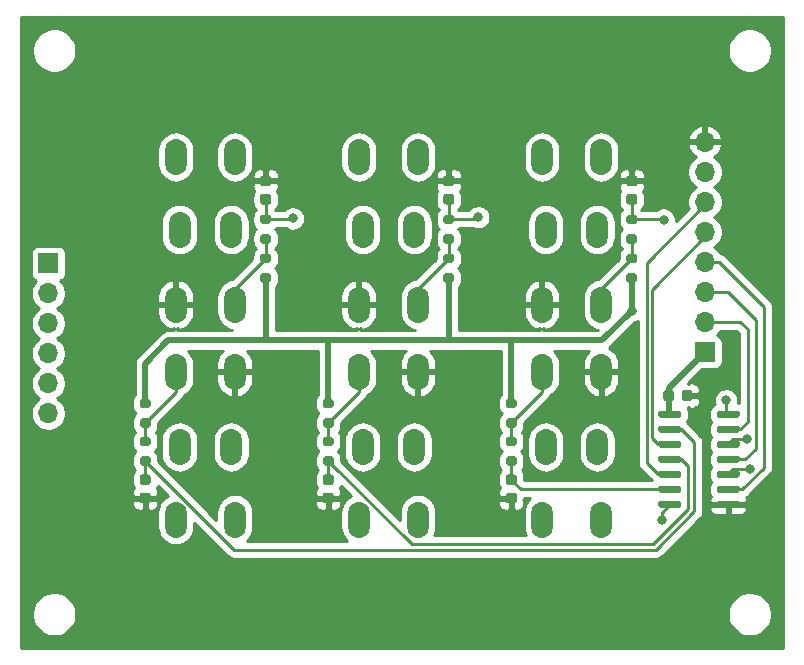
<source format=gbr>
G04 #@! TF.GenerationSoftware,KiCad,Pcbnew,5.1.8-5.1.8*
G04 #@! TF.CreationDate,2021-09-21T08:59:52+02:00*
G04 #@! TF.ProjectId,buttonbar,62757474-6f6e-4626-9172-2e6b69636164,rev?*
G04 #@! TF.SameCoordinates,Original*
G04 #@! TF.FileFunction,Copper,L2,Bot*
G04 #@! TF.FilePolarity,Positive*
%FSLAX46Y46*%
G04 Gerber Fmt 4.6, Leading zero omitted, Abs format (unit mm)*
G04 Created by KiCad (PCBNEW 5.1.8-5.1.8) date 2021-09-21 08:59:52*
%MOMM*%
%LPD*%
G01*
G04 APERTURE LIST*
G04 #@! TA.AperFunction,ComponentPad*
%ADD10O,1.850000X3.048000*%
G04 #@! TD*
G04 #@! TA.AperFunction,ComponentPad*
%ADD11O,1.700000X1.700000*%
G04 #@! TD*
G04 #@! TA.AperFunction,ComponentPad*
%ADD12R,1.700000X1.700000*%
G04 #@! TD*
G04 #@! TA.AperFunction,ViaPad*
%ADD13C,0.800000*%
G04 #@! TD*
G04 #@! TA.AperFunction,Conductor*
%ADD14C,0.250000*%
G04 #@! TD*
G04 #@! TA.AperFunction,Conductor*
%ADD15C,0.500000*%
G04 #@! TD*
G04 #@! TA.AperFunction,Conductor*
%ADD16C,0.254000*%
G04 #@! TD*
G04 #@! TA.AperFunction,Conductor*
%ADD17C,0.100000*%
G04 #@! TD*
G04 APERTURE END LIST*
D10*
X143785000Y-64450000D03*
X139415000Y-64450000D03*
X144100000Y-70800000D03*
X139100000Y-70800000D03*
X144100000Y-58300000D03*
X139100000Y-58300000D03*
X123915000Y-82850000D03*
X128285000Y-82850000D03*
X123600000Y-76500000D03*
X128600000Y-76500000D03*
X123600000Y-89000000D03*
X128600000Y-89000000D03*
X159285000Y-64450000D03*
X154915000Y-64450000D03*
X159600000Y-70800000D03*
X154600000Y-70800000D03*
X159600000Y-58300000D03*
X154600000Y-58300000D03*
X128285000Y-64450000D03*
X123915000Y-64450000D03*
X128600000Y-70800000D03*
X123600000Y-70800000D03*
X128600000Y-58300000D03*
X123600000Y-58300000D03*
X139415000Y-82850000D03*
X143785000Y-82850000D03*
X139100000Y-76500000D03*
X144100000Y-76500000D03*
X139100000Y-89000000D03*
X144100000Y-89000000D03*
X154915000Y-82850000D03*
X159285000Y-82850000D03*
X154600000Y-76500000D03*
X159600000Y-76500000D03*
X154600000Y-89000000D03*
X159600000Y-89000000D03*
G04 #@! TA.AperFunction,SMDPad,CuDef*
G36*
G01*
X166425000Y-78750000D02*
X166425000Y-78250000D01*
G75*
G02*
X166650000Y-78025000I225000J0D01*
G01*
X167100000Y-78025000D01*
G75*
G02*
X167325000Y-78250000I0J-225000D01*
G01*
X167325000Y-78750000D01*
G75*
G02*
X167100000Y-78975000I-225000J0D01*
G01*
X166650000Y-78975000D01*
G75*
G02*
X166425000Y-78750000I0J225000D01*
G01*
G37*
G04 #@! TD.AperFunction*
G04 #@! TA.AperFunction,SMDPad,CuDef*
G36*
G01*
X164875000Y-78750000D02*
X164875000Y-78250000D01*
G75*
G02*
X165100000Y-78025000I225000J0D01*
G01*
X165550000Y-78025000D01*
G75*
G02*
X165775000Y-78250000I0J-225000D01*
G01*
X165775000Y-78750000D01*
G75*
G02*
X165550000Y-78975000I-225000J0D01*
G01*
X165100000Y-78975000D01*
G75*
G02*
X164875000Y-78750000I0J225000D01*
G01*
G37*
G04 #@! TD.AperFunction*
G04 #@! TA.AperFunction,SMDPad,CuDef*
G36*
G01*
X151750000Y-86725000D02*
X152250000Y-86725000D01*
G75*
G02*
X152475000Y-86950000I0J-225000D01*
G01*
X152475000Y-87400000D01*
G75*
G02*
X152250000Y-87625000I-225000J0D01*
G01*
X151750000Y-87625000D01*
G75*
G02*
X151525000Y-87400000I0J225000D01*
G01*
X151525000Y-86950000D01*
G75*
G02*
X151750000Y-86725000I225000J0D01*
G01*
G37*
G04 #@! TD.AperFunction*
G04 #@! TA.AperFunction,SMDPad,CuDef*
G36*
G01*
X151750000Y-85175000D02*
X152250000Y-85175000D01*
G75*
G02*
X152475000Y-85400000I0J-225000D01*
G01*
X152475000Y-85850000D01*
G75*
G02*
X152250000Y-86075000I-225000J0D01*
G01*
X151750000Y-86075000D01*
G75*
G02*
X151525000Y-85850000I0J225000D01*
G01*
X151525000Y-85400000D01*
G75*
G02*
X151750000Y-85175000I225000J0D01*
G01*
G37*
G04 #@! TD.AperFunction*
G04 #@! TA.AperFunction,SMDPad,CuDef*
G36*
G01*
X136250000Y-86725000D02*
X136750000Y-86725000D01*
G75*
G02*
X136975000Y-86950000I0J-225000D01*
G01*
X136975000Y-87400000D01*
G75*
G02*
X136750000Y-87625000I-225000J0D01*
G01*
X136250000Y-87625000D01*
G75*
G02*
X136025000Y-87400000I0J225000D01*
G01*
X136025000Y-86950000D01*
G75*
G02*
X136250000Y-86725000I225000J0D01*
G01*
G37*
G04 #@! TD.AperFunction*
G04 #@! TA.AperFunction,SMDPad,CuDef*
G36*
G01*
X136250000Y-85175000D02*
X136750000Y-85175000D01*
G75*
G02*
X136975000Y-85400000I0J-225000D01*
G01*
X136975000Y-85850000D01*
G75*
G02*
X136750000Y-86075000I-225000J0D01*
G01*
X136250000Y-86075000D01*
G75*
G02*
X136025000Y-85850000I0J225000D01*
G01*
X136025000Y-85400000D01*
G75*
G02*
X136250000Y-85175000I225000J0D01*
G01*
G37*
G04 #@! TD.AperFunction*
G04 #@! TA.AperFunction,SMDPad,CuDef*
G36*
G01*
X120750000Y-86725000D02*
X121250000Y-86725000D01*
G75*
G02*
X121475000Y-86950000I0J-225000D01*
G01*
X121475000Y-87400000D01*
G75*
G02*
X121250000Y-87625000I-225000J0D01*
G01*
X120750000Y-87625000D01*
G75*
G02*
X120525000Y-87400000I0J225000D01*
G01*
X120525000Y-86950000D01*
G75*
G02*
X120750000Y-86725000I225000J0D01*
G01*
G37*
G04 #@! TD.AperFunction*
G04 #@! TA.AperFunction,SMDPad,CuDef*
G36*
G01*
X120750000Y-85175000D02*
X121250000Y-85175000D01*
G75*
G02*
X121475000Y-85400000I0J-225000D01*
G01*
X121475000Y-85850000D01*
G75*
G02*
X121250000Y-86075000I-225000J0D01*
G01*
X120750000Y-86075000D01*
G75*
G02*
X120525000Y-85850000I0J225000D01*
G01*
X120525000Y-85400000D01*
G75*
G02*
X120750000Y-85175000I225000J0D01*
G01*
G37*
G04 #@! TD.AperFunction*
G04 #@! TA.AperFunction,SMDPad,CuDef*
G36*
G01*
X162450000Y-60775000D02*
X161950000Y-60775000D01*
G75*
G02*
X161725000Y-60550000I0J225000D01*
G01*
X161725000Y-60100000D01*
G75*
G02*
X161950000Y-59875000I225000J0D01*
G01*
X162450000Y-59875000D01*
G75*
G02*
X162675000Y-60100000I0J-225000D01*
G01*
X162675000Y-60550000D01*
G75*
G02*
X162450000Y-60775000I-225000J0D01*
G01*
G37*
G04 #@! TD.AperFunction*
G04 #@! TA.AperFunction,SMDPad,CuDef*
G36*
G01*
X162450000Y-62325000D02*
X161950000Y-62325000D01*
G75*
G02*
X161725000Y-62100000I0J225000D01*
G01*
X161725000Y-61650000D01*
G75*
G02*
X161950000Y-61425000I225000J0D01*
G01*
X162450000Y-61425000D01*
G75*
G02*
X162675000Y-61650000I0J-225000D01*
G01*
X162675000Y-62100000D01*
G75*
G02*
X162450000Y-62325000I-225000J0D01*
G01*
G37*
G04 #@! TD.AperFunction*
G04 #@! TA.AperFunction,SMDPad,CuDef*
G36*
G01*
X146950000Y-60775000D02*
X146450000Y-60775000D01*
G75*
G02*
X146225000Y-60550000I0J225000D01*
G01*
X146225000Y-60100000D01*
G75*
G02*
X146450000Y-59875000I225000J0D01*
G01*
X146950000Y-59875000D01*
G75*
G02*
X147175000Y-60100000I0J-225000D01*
G01*
X147175000Y-60550000D01*
G75*
G02*
X146950000Y-60775000I-225000J0D01*
G01*
G37*
G04 #@! TD.AperFunction*
G04 #@! TA.AperFunction,SMDPad,CuDef*
G36*
G01*
X146950000Y-62325000D02*
X146450000Y-62325000D01*
G75*
G02*
X146225000Y-62100000I0J225000D01*
G01*
X146225000Y-61650000D01*
G75*
G02*
X146450000Y-61425000I225000J0D01*
G01*
X146950000Y-61425000D01*
G75*
G02*
X147175000Y-61650000I0J-225000D01*
G01*
X147175000Y-62100000D01*
G75*
G02*
X146950000Y-62325000I-225000J0D01*
G01*
G37*
G04 #@! TD.AperFunction*
G04 #@! TA.AperFunction,SMDPad,CuDef*
G36*
G01*
X131450000Y-60775000D02*
X130950000Y-60775000D01*
G75*
G02*
X130725000Y-60550000I0J225000D01*
G01*
X130725000Y-60100000D01*
G75*
G02*
X130950000Y-59875000I225000J0D01*
G01*
X131450000Y-59875000D01*
G75*
G02*
X131675000Y-60100000I0J-225000D01*
G01*
X131675000Y-60550000D01*
G75*
G02*
X131450000Y-60775000I-225000J0D01*
G01*
G37*
G04 #@! TD.AperFunction*
G04 #@! TA.AperFunction,SMDPad,CuDef*
G36*
G01*
X131450000Y-62325000D02*
X130950000Y-62325000D01*
G75*
G02*
X130725000Y-62100000I0J225000D01*
G01*
X130725000Y-61650000D01*
G75*
G02*
X130950000Y-61425000I225000J0D01*
G01*
X131450000Y-61425000D01*
G75*
G02*
X131675000Y-61650000I0J-225000D01*
G01*
X131675000Y-62100000D01*
G75*
G02*
X131450000Y-62325000I-225000J0D01*
G01*
G37*
G04 #@! TD.AperFunction*
G04 #@! TA.AperFunction,SMDPad,CuDef*
G36*
G01*
X166400000Y-79940000D02*
X166400000Y-80240000D01*
G75*
G02*
X166250000Y-80390000I-150000J0D01*
G01*
X164600000Y-80390000D01*
G75*
G02*
X164450000Y-80240000I0J150000D01*
G01*
X164450000Y-79940000D01*
G75*
G02*
X164600000Y-79790000I150000J0D01*
G01*
X166250000Y-79790000D01*
G75*
G02*
X166400000Y-79940000I0J-150000D01*
G01*
G37*
G04 #@! TD.AperFunction*
G04 #@! TA.AperFunction,SMDPad,CuDef*
G36*
G01*
X166400000Y-81210000D02*
X166400000Y-81510000D01*
G75*
G02*
X166250000Y-81660000I-150000J0D01*
G01*
X164600000Y-81660000D01*
G75*
G02*
X164450000Y-81510000I0J150000D01*
G01*
X164450000Y-81210000D01*
G75*
G02*
X164600000Y-81060000I150000J0D01*
G01*
X166250000Y-81060000D01*
G75*
G02*
X166400000Y-81210000I0J-150000D01*
G01*
G37*
G04 #@! TD.AperFunction*
G04 #@! TA.AperFunction,SMDPad,CuDef*
G36*
G01*
X166400000Y-82480000D02*
X166400000Y-82780000D01*
G75*
G02*
X166250000Y-82930000I-150000J0D01*
G01*
X164600000Y-82930000D01*
G75*
G02*
X164450000Y-82780000I0J150000D01*
G01*
X164450000Y-82480000D01*
G75*
G02*
X164600000Y-82330000I150000J0D01*
G01*
X166250000Y-82330000D01*
G75*
G02*
X166400000Y-82480000I0J-150000D01*
G01*
G37*
G04 #@! TD.AperFunction*
G04 #@! TA.AperFunction,SMDPad,CuDef*
G36*
G01*
X166400000Y-83750000D02*
X166400000Y-84050000D01*
G75*
G02*
X166250000Y-84200000I-150000J0D01*
G01*
X164600000Y-84200000D01*
G75*
G02*
X164450000Y-84050000I0J150000D01*
G01*
X164450000Y-83750000D01*
G75*
G02*
X164600000Y-83600000I150000J0D01*
G01*
X166250000Y-83600000D01*
G75*
G02*
X166400000Y-83750000I0J-150000D01*
G01*
G37*
G04 #@! TD.AperFunction*
G04 #@! TA.AperFunction,SMDPad,CuDef*
G36*
G01*
X166400000Y-85020000D02*
X166400000Y-85320000D01*
G75*
G02*
X166250000Y-85470000I-150000J0D01*
G01*
X164600000Y-85470000D01*
G75*
G02*
X164450000Y-85320000I0J150000D01*
G01*
X164450000Y-85020000D01*
G75*
G02*
X164600000Y-84870000I150000J0D01*
G01*
X166250000Y-84870000D01*
G75*
G02*
X166400000Y-85020000I0J-150000D01*
G01*
G37*
G04 #@! TD.AperFunction*
G04 #@! TA.AperFunction,SMDPad,CuDef*
G36*
G01*
X166400000Y-86290000D02*
X166400000Y-86590000D01*
G75*
G02*
X166250000Y-86740000I-150000J0D01*
G01*
X164600000Y-86740000D01*
G75*
G02*
X164450000Y-86590000I0J150000D01*
G01*
X164450000Y-86290000D01*
G75*
G02*
X164600000Y-86140000I150000J0D01*
G01*
X166250000Y-86140000D01*
G75*
G02*
X166400000Y-86290000I0J-150000D01*
G01*
G37*
G04 #@! TD.AperFunction*
G04 #@! TA.AperFunction,SMDPad,CuDef*
G36*
G01*
X166400000Y-87560000D02*
X166400000Y-87860000D01*
G75*
G02*
X166250000Y-88010000I-150000J0D01*
G01*
X164600000Y-88010000D01*
G75*
G02*
X164450000Y-87860000I0J150000D01*
G01*
X164450000Y-87560000D01*
G75*
G02*
X164600000Y-87410000I150000J0D01*
G01*
X166250000Y-87410000D01*
G75*
G02*
X166400000Y-87560000I0J-150000D01*
G01*
G37*
G04 #@! TD.AperFunction*
G04 #@! TA.AperFunction,SMDPad,CuDef*
G36*
G01*
X171350000Y-87560000D02*
X171350000Y-87860000D01*
G75*
G02*
X171200000Y-88010000I-150000J0D01*
G01*
X169550000Y-88010000D01*
G75*
G02*
X169400000Y-87860000I0J150000D01*
G01*
X169400000Y-87560000D01*
G75*
G02*
X169550000Y-87410000I150000J0D01*
G01*
X171200000Y-87410000D01*
G75*
G02*
X171350000Y-87560000I0J-150000D01*
G01*
G37*
G04 #@! TD.AperFunction*
G04 #@! TA.AperFunction,SMDPad,CuDef*
G36*
G01*
X171350000Y-86290000D02*
X171350000Y-86590000D01*
G75*
G02*
X171200000Y-86740000I-150000J0D01*
G01*
X169550000Y-86740000D01*
G75*
G02*
X169400000Y-86590000I0J150000D01*
G01*
X169400000Y-86290000D01*
G75*
G02*
X169550000Y-86140000I150000J0D01*
G01*
X171200000Y-86140000D01*
G75*
G02*
X171350000Y-86290000I0J-150000D01*
G01*
G37*
G04 #@! TD.AperFunction*
G04 #@! TA.AperFunction,SMDPad,CuDef*
G36*
G01*
X171350000Y-85020000D02*
X171350000Y-85320000D01*
G75*
G02*
X171200000Y-85470000I-150000J0D01*
G01*
X169550000Y-85470000D01*
G75*
G02*
X169400000Y-85320000I0J150000D01*
G01*
X169400000Y-85020000D01*
G75*
G02*
X169550000Y-84870000I150000J0D01*
G01*
X171200000Y-84870000D01*
G75*
G02*
X171350000Y-85020000I0J-150000D01*
G01*
G37*
G04 #@! TD.AperFunction*
G04 #@! TA.AperFunction,SMDPad,CuDef*
G36*
G01*
X171350000Y-83750000D02*
X171350000Y-84050000D01*
G75*
G02*
X171200000Y-84200000I-150000J0D01*
G01*
X169550000Y-84200000D01*
G75*
G02*
X169400000Y-84050000I0J150000D01*
G01*
X169400000Y-83750000D01*
G75*
G02*
X169550000Y-83600000I150000J0D01*
G01*
X171200000Y-83600000D01*
G75*
G02*
X171350000Y-83750000I0J-150000D01*
G01*
G37*
G04 #@! TD.AperFunction*
G04 #@! TA.AperFunction,SMDPad,CuDef*
G36*
G01*
X171350000Y-82480000D02*
X171350000Y-82780000D01*
G75*
G02*
X171200000Y-82930000I-150000J0D01*
G01*
X169550000Y-82930000D01*
G75*
G02*
X169400000Y-82780000I0J150000D01*
G01*
X169400000Y-82480000D01*
G75*
G02*
X169550000Y-82330000I150000J0D01*
G01*
X171200000Y-82330000D01*
G75*
G02*
X171350000Y-82480000I0J-150000D01*
G01*
G37*
G04 #@! TD.AperFunction*
G04 #@! TA.AperFunction,SMDPad,CuDef*
G36*
G01*
X171350000Y-81210000D02*
X171350000Y-81510000D01*
G75*
G02*
X171200000Y-81660000I-150000J0D01*
G01*
X169550000Y-81660000D01*
G75*
G02*
X169400000Y-81510000I0J150000D01*
G01*
X169400000Y-81210000D01*
G75*
G02*
X169550000Y-81060000I150000J0D01*
G01*
X171200000Y-81060000D01*
G75*
G02*
X171350000Y-81210000I0J-150000D01*
G01*
G37*
G04 #@! TD.AperFunction*
G04 #@! TA.AperFunction,SMDPad,CuDef*
G36*
G01*
X171350000Y-79940000D02*
X171350000Y-80240000D01*
G75*
G02*
X171200000Y-80390000I-150000J0D01*
G01*
X169550000Y-80390000D01*
G75*
G02*
X169400000Y-80240000I0J150000D01*
G01*
X169400000Y-79940000D01*
G75*
G02*
X169550000Y-79790000I150000J0D01*
G01*
X171200000Y-79790000D01*
G75*
G02*
X171350000Y-79940000I0J-150000D01*
G01*
G37*
G04 #@! TD.AperFunction*
G04 #@! TA.AperFunction,SMDPad,CuDef*
G36*
G01*
X152275000Y-82775000D02*
X151725000Y-82775000D01*
G75*
G02*
X151525000Y-82575000I0J200000D01*
G01*
X151525000Y-82175000D01*
G75*
G02*
X151725000Y-81975000I200000J0D01*
G01*
X152275000Y-81975000D01*
G75*
G02*
X152475000Y-82175000I0J-200000D01*
G01*
X152475000Y-82575000D01*
G75*
G02*
X152275000Y-82775000I-200000J0D01*
G01*
G37*
G04 #@! TD.AperFunction*
G04 #@! TA.AperFunction,SMDPad,CuDef*
G36*
G01*
X152275000Y-84425000D02*
X151725000Y-84425000D01*
G75*
G02*
X151525000Y-84225000I0J200000D01*
G01*
X151525000Y-83825000D01*
G75*
G02*
X151725000Y-83625000I200000J0D01*
G01*
X152275000Y-83625000D01*
G75*
G02*
X152475000Y-83825000I0J-200000D01*
G01*
X152475000Y-84225000D01*
G75*
G02*
X152275000Y-84425000I-200000J0D01*
G01*
G37*
G04 #@! TD.AperFunction*
G04 #@! TA.AperFunction,SMDPad,CuDef*
G36*
G01*
X151725000Y-80425000D02*
X152275000Y-80425000D01*
G75*
G02*
X152475000Y-80625000I0J-200000D01*
G01*
X152475000Y-81025000D01*
G75*
G02*
X152275000Y-81225000I-200000J0D01*
G01*
X151725000Y-81225000D01*
G75*
G02*
X151525000Y-81025000I0J200000D01*
G01*
X151525000Y-80625000D01*
G75*
G02*
X151725000Y-80425000I200000J0D01*
G01*
G37*
G04 #@! TD.AperFunction*
G04 #@! TA.AperFunction,SMDPad,CuDef*
G36*
G01*
X151725000Y-78775000D02*
X152275000Y-78775000D01*
G75*
G02*
X152475000Y-78975000I0J-200000D01*
G01*
X152475000Y-79375000D01*
G75*
G02*
X152275000Y-79575000I-200000J0D01*
G01*
X151725000Y-79575000D01*
G75*
G02*
X151525000Y-79375000I0J200000D01*
G01*
X151525000Y-78975000D01*
G75*
G02*
X151725000Y-78775000I200000J0D01*
G01*
G37*
G04 #@! TD.AperFunction*
G04 #@! TA.AperFunction,SMDPad,CuDef*
G36*
G01*
X136775000Y-82775000D02*
X136225000Y-82775000D01*
G75*
G02*
X136025000Y-82575000I0J200000D01*
G01*
X136025000Y-82175000D01*
G75*
G02*
X136225000Y-81975000I200000J0D01*
G01*
X136775000Y-81975000D01*
G75*
G02*
X136975000Y-82175000I0J-200000D01*
G01*
X136975000Y-82575000D01*
G75*
G02*
X136775000Y-82775000I-200000J0D01*
G01*
G37*
G04 #@! TD.AperFunction*
G04 #@! TA.AperFunction,SMDPad,CuDef*
G36*
G01*
X136775000Y-84425000D02*
X136225000Y-84425000D01*
G75*
G02*
X136025000Y-84225000I0J200000D01*
G01*
X136025000Y-83825000D01*
G75*
G02*
X136225000Y-83625000I200000J0D01*
G01*
X136775000Y-83625000D01*
G75*
G02*
X136975000Y-83825000I0J-200000D01*
G01*
X136975000Y-84225000D01*
G75*
G02*
X136775000Y-84425000I-200000J0D01*
G01*
G37*
G04 #@! TD.AperFunction*
G04 #@! TA.AperFunction,SMDPad,CuDef*
G36*
G01*
X136225000Y-80425000D02*
X136775000Y-80425000D01*
G75*
G02*
X136975000Y-80625000I0J-200000D01*
G01*
X136975000Y-81025000D01*
G75*
G02*
X136775000Y-81225000I-200000J0D01*
G01*
X136225000Y-81225000D01*
G75*
G02*
X136025000Y-81025000I0J200000D01*
G01*
X136025000Y-80625000D01*
G75*
G02*
X136225000Y-80425000I200000J0D01*
G01*
G37*
G04 #@! TD.AperFunction*
G04 #@! TA.AperFunction,SMDPad,CuDef*
G36*
G01*
X136225000Y-78775000D02*
X136775000Y-78775000D01*
G75*
G02*
X136975000Y-78975000I0J-200000D01*
G01*
X136975000Y-79375000D01*
G75*
G02*
X136775000Y-79575000I-200000J0D01*
G01*
X136225000Y-79575000D01*
G75*
G02*
X136025000Y-79375000I0J200000D01*
G01*
X136025000Y-78975000D01*
G75*
G02*
X136225000Y-78775000I200000J0D01*
G01*
G37*
G04 #@! TD.AperFunction*
G04 #@! TA.AperFunction,SMDPad,CuDef*
G36*
G01*
X121275000Y-82775000D02*
X120725000Y-82775000D01*
G75*
G02*
X120525000Y-82575000I0J200000D01*
G01*
X120525000Y-82175000D01*
G75*
G02*
X120725000Y-81975000I200000J0D01*
G01*
X121275000Y-81975000D01*
G75*
G02*
X121475000Y-82175000I0J-200000D01*
G01*
X121475000Y-82575000D01*
G75*
G02*
X121275000Y-82775000I-200000J0D01*
G01*
G37*
G04 #@! TD.AperFunction*
G04 #@! TA.AperFunction,SMDPad,CuDef*
G36*
G01*
X121275000Y-84425000D02*
X120725000Y-84425000D01*
G75*
G02*
X120525000Y-84225000I0J200000D01*
G01*
X120525000Y-83825000D01*
G75*
G02*
X120725000Y-83625000I200000J0D01*
G01*
X121275000Y-83625000D01*
G75*
G02*
X121475000Y-83825000I0J-200000D01*
G01*
X121475000Y-84225000D01*
G75*
G02*
X121275000Y-84425000I-200000J0D01*
G01*
G37*
G04 #@! TD.AperFunction*
G04 #@! TA.AperFunction,SMDPad,CuDef*
G36*
G01*
X120725000Y-80425000D02*
X121275000Y-80425000D01*
G75*
G02*
X121475000Y-80625000I0J-200000D01*
G01*
X121475000Y-81025000D01*
G75*
G02*
X121275000Y-81225000I-200000J0D01*
G01*
X120725000Y-81225000D01*
G75*
G02*
X120525000Y-81025000I0J200000D01*
G01*
X120525000Y-80625000D01*
G75*
G02*
X120725000Y-80425000I200000J0D01*
G01*
G37*
G04 #@! TD.AperFunction*
G04 #@! TA.AperFunction,SMDPad,CuDef*
G36*
G01*
X120725000Y-78775000D02*
X121275000Y-78775000D01*
G75*
G02*
X121475000Y-78975000I0J-200000D01*
G01*
X121475000Y-79375000D01*
G75*
G02*
X121275000Y-79575000I-200000J0D01*
G01*
X120725000Y-79575000D01*
G75*
G02*
X120525000Y-79375000I0J200000D01*
G01*
X120525000Y-78975000D01*
G75*
G02*
X120725000Y-78775000I200000J0D01*
G01*
G37*
G04 #@! TD.AperFunction*
G04 #@! TA.AperFunction,SMDPad,CuDef*
G36*
G01*
X161925000Y-64825000D02*
X162475000Y-64825000D01*
G75*
G02*
X162675000Y-65025000I0J-200000D01*
G01*
X162675000Y-65425000D01*
G75*
G02*
X162475000Y-65625000I-200000J0D01*
G01*
X161925000Y-65625000D01*
G75*
G02*
X161725000Y-65425000I0J200000D01*
G01*
X161725000Y-65025000D01*
G75*
G02*
X161925000Y-64825000I200000J0D01*
G01*
G37*
G04 #@! TD.AperFunction*
G04 #@! TA.AperFunction,SMDPad,CuDef*
G36*
G01*
X161925000Y-63175000D02*
X162475000Y-63175000D01*
G75*
G02*
X162675000Y-63375000I0J-200000D01*
G01*
X162675000Y-63775000D01*
G75*
G02*
X162475000Y-63975000I-200000J0D01*
G01*
X161925000Y-63975000D01*
G75*
G02*
X161725000Y-63775000I0J200000D01*
G01*
X161725000Y-63375000D01*
G75*
G02*
X161925000Y-63175000I200000J0D01*
G01*
G37*
G04 #@! TD.AperFunction*
G04 #@! TA.AperFunction,SMDPad,CuDef*
G36*
G01*
X162475000Y-67275000D02*
X161925000Y-67275000D01*
G75*
G02*
X161725000Y-67075000I0J200000D01*
G01*
X161725000Y-66675000D01*
G75*
G02*
X161925000Y-66475000I200000J0D01*
G01*
X162475000Y-66475000D01*
G75*
G02*
X162675000Y-66675000I0J-200000D01*
G01*
X162675000Y-67075000D01*
G75*
G02*
X162475000Y-67275000I-200000J0D01*
G01*
G37*
G04 #@! TD.AperFunction*
G04 #@! TA.AperFunction,SMDPad,CuDef*
G36*
G01*
X162475000Y-68925000D02*
X161925000Y-68925000D01*
G75*
G02*
X161725000Y-68725000I0J200000D01*
G01*
X161725000Y-68325000D01*
G75*
G02*
X161925000Y-68125000I200000J0D01*
G01*
X162475000Y-68125000D01*
G75*
G02*
X162675000Y-68325000I0J-200000D01*
G01*
X162675000Y-68725000D01*
G75*
G02*
X162475000Y-68925000I-200000J0D01*
G01*
G37*
G04 #@! TD.AperFunction*
G04 #@! TA.AperFunction,SMDPad,CuDef*
G36*
G01*
X146425000Y-64825000D02*
X146975000Y-64825000D01*
G75*
G02*
X147175000Y-65025000I0J-200000D01*
G01*
X147175000Y-65425000D01*
G75*
G02*
X146975000Y-65625000I-200000J0D01*
G01*
X146425000Y-65625000D01*
G75*
G02*
X146225000Y-65425000I0J200000D01*
G01*
X146225000Y-65025000D01*
G75*
G02*
X146425000Y-64825000I200000J0D01*
G01*
G37*
G04 #@! TD.AperFunction*
G04 #@! TA.AperFunction,SMDPad,CuDef*
G36*
G01*
X146425000Y-63175000D02*
X146975000Y-63175000D01*
G75*
G02*
X147175000Y-63375000I0J-200000D01*
G01*
X147175000Y-63775000D01*
G75*
G02*
X146975000Y-63975000I-200000J0D01*
G01*
X146425000Y-63975000D01*
G75*
G02*
X146225000Y-63775000I0J200000D01*
G01*
X146225000Y-63375000D01*
G75*
G02*
X146425000Y-63175000I200000J0D01*
G01*
G37*
G04 #@! TD.AperFunction*
G04 #@! TA.AperFunction,SMDPad,CuDef*
G36*
G01*
X146975000Y-67275000D02*
X146425000Y-67275000D01*
G75*
G02*
X146225000Y-67075000I0J200000D01*
G01*
X146225000Y-66675000D01*
G75*
G02*
X146425000Y-66475000I200000J0D01*
G01*
X146975000Y-66475000D01*
G75*
G02*
X147175000Y-66675000I0J-200000D01*
G01*
X147175000Y-67075000D01*
G75*
G02*
X146975000Y-67275000I-200000J0D01*
G01*
G37*
G04 #@! TD.AperFunction*
G04 #@! TA.AperFunction,SMDPad,CuDef*
G36*
G01*
X146975000Y-68925000D02*
X146425000Y-68925000D01*
G75*
G02*
X146225000Y-68725000I0J200000D01*
G01*
X146225000Y-68325000D01*
G75*
G02*
X146425000Y-68125000I200000J0D01*
G01*
X146975000Y-68125000D01*
G75*
G02*
X147175000Y-68325000I0J-200000D01*
G01*
X147175000Y-68725000D01*
G75*
G02*
X146975000Y-68925000I-200000J0D01*
G01*
G37*
G04 #@! TD.AperFunction*
G04 #@! TA.AperFunction,SMDPad,CuDef*
G36*
G01*
X130925000Y-64825000D02*
X131475000Y-64825000D01*
G75*
G02*
X131675000Y-65025000I0J-200000D01*
G01*
X131675000Y-65425000D01*
G75*
G02*
X131475000Y-65625000I-200000J0D01*
G01*
X130925000Y-65625000D01*
G75*
G02*
X130725000Y-65425000I0J200000D01*
G01*
X130725000Y-65025000D01*
G75*
G02*
X130925000Y-64825000I200000J0D01*
G01*
G37*
G04 #@! TD.AperFunction*
G04 #@! TA.AperFunction,SMDPad,CuDef*
G36*
G01*
X130925000Y-63175000D02*
X131475000Y-63175000D01*
G75*
G02*
X131675000Y-63375000I0J-200000D01*
G01*
X131675000Y-63775000D01*
G75*
G02*
X131475000Y-63975000I-200000J0D01*
G01*
X130925000Y-63975000D01*
G75*
G02*
X130725000Y-63775000I0J200000D01*
G01*
X130725000Y-63375000D01*
G75*
G02*
X130925000Y-63175000I200000J0D01*
G01*
G37*
G04 #@! TD.AperFunction*
G04 #@! TA.AperFunction,SMDPad,CuDef*
G36*
G01*
X131475000Y-67275000D02*
X130925000Y-67275000D01*
G75*
G02*
X130725000Y-67075000I0J200000D01*
G01*
X130725000Y-66675000D01*
G75*
G02*
X130925000Y-66475000I200000J0D01*
G01*
X131475000Y-66475000D01*
G75*
G02*
X131675000Y-66675000I0J-200000D01*
G01*
X131675000Y-67075000D01*
G75*
G02*
X131475000Y-67275000I-200000J0D01*
G01*
G37*
G04 #@! TD.AperFunction*
G04 #@! TA.AperFunction,SMDPad,CuDef*
G36*
G01*
X131475000Y-68925000D02*
X130925000Y-68925000D01*
G75*
G02*
X130725000Y-68725000I0J200000D01*
G01*
X130725000Y-68325000D01*
G75*
G02*
X130925000Y-68125000I200000J0D01*
G01*
X131475000Y-68125000D01*
G75*
G02*
X131675000Y-68325000I0J-200000D01*
G01*
X131675000Y-68725000D01*
G75*
G02*
X131475000Y-68925000I-200000J0D01*
G01*
G37*
G04 #@! TD.AperFunction*
D11*
X112800000Y-80000000D03*
X112800000Y-77460000D03*
X112800000Y-74920000D03*
X112800000Y-72380000D03*
X112800000Y-69840000D03*
D12*
X112800000Y-67300000D03*
D11*
X168400000Y-57020000D03*
X168400000Y-59560000D03*
X168400000Y-62100000D03*
X168400000Y-64640000D03*
X168400000Y-67180000D03*
X168400000Y-69720000D03*
X168400000Y-72260000D03*
D12*
X168400000Y-74800000D03*
D13*
X133500000Y-63500000D03*
X170200000Y-78900000D03*
X149200000Y-63400000D03*
X171975000Y-82200000D03*
X164900000Y-63600000D03*
X172237347Y-84737347D03*
X162200000Y-71300000D03*
X164728231Y-89028231D03*
D14*
X131200000Y-63575000D02*
X131200000Y-61875000D01*
X133425000Y-63575000D02*
X133500000Y-63500000D01*
X131200000Y-63575000D02*
X133425000Y-63575000D01*
X170200000Y-79915000D02*
X170375000Y-80090000D01*
X170200000Y-78900000D02*
X170200000Y-79915000D01*
X146700000Y-61875000D02*
X146700000Y-63575000D01*
X149025000Y-63575000D02*
X149200000Y-63400000D01*
X146700000Y-63575000D02*
X149025000Y-63575000D01*
X170805000Y-82200000D02*
X170375000Y-82630000D01*
X171975000Y-82200000D02*
X170805000Y-82200000D01*
X162200000Y-61875000D02*
X162200000Y-63575000D01*
X164875000Y-63575000D02*
X164900000Y-63600000D01*
X162200000Y-63575000D02*
X164875000Y-63575000D01*
X170807653Y-84737347D02*
X170375000Y-85170000D01*
X172237347Y-84737347D02*
X170807653Y-84737347D01*
X121000000Y-85625000D02*
X121000000Y-84025000D01*
X166400000Y-81360000D02*
X165425000Y-81360000D01*
X167500000Y-82460000D02*
X166400000Y-81360000D01*
X167500000Y-88300000D02*
X167500000Y-82460000D01*
X164249990Y-91550010D02*
X167500000Y-88300000D01*
X128525010Y-91550010D02*
X164249990Y-91550010D01*
X121000000Y-84025000D02*
X128525010Y-91550010D01*
X136500000Y-85625000D02*
X136500000Y-84025000D01*
X166400000Y-83900000D02*
X165425000Y-83900000D01*
X167000000Y-84500000D02*
X166400000Y-83900000D01*
X164000000Y-91100000D02*
X167000000Y-88100000D01*
X167000000Y-88100000D02*
X167000000Y-84500000D01*
X143575000Y-91100000D02*
X164000000Y-91100000D01*
X136500000Y-84025000D02*
X143575000Y-91100000D01*
X152000000Y-85625000D02*
X152000000Y-84025000D01*
X152815000Y-86440000D02*
X165425000Y-86440000D01*
X152000000Y-85625000D02*
X152815000Y-86440000D01*
D15*
X165325000Y-79990000D02*
X165425000Y-80090000D01*
X165325000Y-78500000D02*
X165325000Y-79990000D01*
X136500000Y-79175000D02*
X136500000Y-73825000D01*
X165325000Y-77875000D02*
X168400000Y-74800000D01*
X165325000Y-78500000D02*
X165325000Y-77875000D01*
X162200000Y-68525000D02*
X162200000Y-71300000D01*
X159675000Y-73825000D02*
X162200000Y-71300000D01*
X146700000Y-73750000D02*
X146775000Y-73825000D01*
X146700000Y-68525000D02*
X146700000Y-73750000D01*
X136500000Y-73825000D02*
X146775000Y-73825000D01*
X121000000Y-75800000D02*
X122975000Y-73825000D01*
X121000000Y-79175000D02*
X121000000Y-75800000D01*
X152000000Y-73850000D02*
X152025000Y-73825000D01*
X152000000Y-79175000D02*
X152000000Y-73850000D01*
X152025000Y-73825000D02*
X159675000Y-73825000D01*
X146775000Y-73825000D02*
X152025000Y-73825000D01*
X131200000Y-68525000D02*
X131200000Y-73700000D01*
X131075000Y-73825000D02*
X136500000Y-73825000D01*
X122975000Y-73825000D02*
X131075000Y-73825000D01*
D14*
X164728231Y-88406769D02*
X165425000Y-87710000D01*
X164728231Y-89028231D02*
X164728231Y-88406769D01*
X164450000Y-85170000D02*
X165425000Y-85170000D01*
X163449990Y-84169990D02*
X164450000Y-85170000D01*
X163449990Y-67250010D02*
X163449990Y-84169990D01*
X168400000Y-62300000D02*
X163449990Y-67250010D01*
X168400000Y-62100000D02*
X168400000Y-62300000D01*
X163900000Y-82080000D02*
X164450000Y-82630000D01*
X163900000Y-69520000D02*
X163900000Y-82080000D01*
X168400000Y-65020000D02*
X163900000Y-69520000D01*
X164450000Y-82630000D02*
X165425000Y-82630000D01*
X168400000Y-64640000D02*
X168400000Y-65020000D01*
X171560000Y-86440000D02*
X170375000Y-86440000D01*
X173400000Y-84600000D02*
X171560000Y-86440000D01*
X173400000Y-70977919D02*
X173400000Y-84600000D01*
X169602081Y-67180000D02*
X173400000Y-70977919D01*
X168400000Y-67180000D02*
X169602081Y-67180000D01*
X171800000Y-83900000D02*
X170375000Y-83900000D01*
X172700000Y-83000000D02*
X171800000Y-83900000D01*
X170320000Y-69720000D02*
X172700000Y-72100000D01*
X172700000Y-72100000D02*
X172700000Y-83000000D01*
X168400000Y-69720000D02*
X170320000Y-69720000D01*
X171350000Y-81360000D02*
X170375000Y-81360000D01*
X172000000Y-80710000D02*
X171350000Y-81360000D01*
X172000000Y-72900000D02*
X172000000Y-80710000D01*
X171360000Y-72260000D02*
X172000000Y-72900000D01*
X168400000Y-72260000D02*
X171360000Y-72260000D01*
X131200000Y-65225000D02*
X131200000Y-66875000D01*
X128600000Y-69475000D02*
X128600000Y-70800000D01*
X131200000Y-66875000D02*
X128600000Y-69475000D01*
X146700000Y-65225000D02*
X146700000Y-66875000D01*
X144100000Y-69475000D02*
X144100000Y-70800000D01*
X146700000Y-66875000D02*
X144100000Y-69475000D01*
X162200000Y-65225000D02*
X162200000Y-66875000D01*
X159600000Y-69475000D02*
X159600000Y-70800000D01*
X162200000Y-66875000D02*
X159600000Y-69475000D01*
X121000000Y-82375000D02*
X121000000Y-80825000D01*
X123600000Y-78225000D02*
X123600000Y-76500000D01*
X121000000Y-80825000D02*
X123600000Y-78225000D01*
X136500000Y-82375000D02*
X136500000Y-80825000D01*
X139100000Y-78225000D02*
X139100000Y-76500000D01*
X136500000Y-80825000D02*
X139100000Y-78225000D01*
X152000000Y-82375000D02*
X152000000Y-80825000D01*
X154600000Y-78225000D02*
X154600000Y-76500000D01*
X152000000Y-80825000D02*
X154600000Y-78225000D01*
D16*
X175040001Y-99840000D02*
X110460000Y-99840000D01*
X110460000Y-96814344D01*
X111415000Y-96814344D01*
X111415000Y-97185656D01*
X111487439Y-97549834D01*
X111629534Y-97892882D01*
X111835825Y-98201618D01*
X112098382Y-98464175D01*
X112407118Y-98670466D01*
X112750166Y-98812561D01*
X113114344Y-98885000D01*
X113485656Y-98885000D01*
X113849834Y-98812561D01*
X114192882Y-98670466D01*
X114501618Y-98464175D01*
X114764175Y-98201618D01*
X114970466Y-97892882D01*
X115112561Y-97549834D01*
X115185000Y-97185656D01*
X115185000Y-96814344D01*
X170315000Y-96814344D01*
X170315000Y-97185656D01*
X170387439Y-97549834D01*
X170529534Y-97892882D01*
X170735825Y-98201618D01*
X170998382Y-98464175D01*
X171307118Y-98670466D01*
X171650166Y-98812561D01*
X172014344Y-98885000D01*
X172385656Y-98885000D01*
X172749834Y-98812561D01*
X173092882Y-98670466D01*
X173401618Y-98464175D01*
X173664175Y-98201618D01*
X173870466Y-97892882D01*
X174012561Y-97549834D01*
X174085000Y-97185656D01*
X174085000Y-96814344D01*
X174012561Y-96450166D01*
X173870466Y-96107118D01*
X173664175Y-95798382D01*
X173401618Y-95535825D01*
X173092882Y-95329534D01*
X172749834Y-95187439D01*
X172385656Y-95115000D01*
X172014344Y-95115000D01*
X171650166Y-95187439D01*
X171307118Y-95329534D01*
X170998382Y-95535825D01*
X170735825Y-95798382D01*
X170529534Y-96107118D01*
X170387439Y-96450166D01*
X170315000Y-96814344D01*
X115185000Y-96814344D01*
X115112561Y-96450166D01*
X114970466Y-96107118D01*
X114764175Y-95798382D01*
X114501618Y-95535825D01*
X114192882Y-95329534D01*
X113849834Y-95187439D01*
X113485656Y-95115000D01*
X113114344Y-95115000D01*
X112750166Y-95187439D01*
X112407118Y-95329534D01*
X112098382Y-95535825D01*
X111835825Y-95798382D01*
X111629534Y-96107118D01*
X111487439Y-96450166D01*
X111415000Y-96814344D01*
X110460000Y-96814344D01*
X110460000Y-87625000D01*
X119886928Y-87625000D01*
X119899188Y-87749482D01*
X119935498Y-87869180D01*
X119994463Y-87979494D01*
X120073815Y-88076185D01*
X120170506Y-88155537D01*
X120280820Y-88214502D01*
X120400518Y-88250812D01*
X120525000Y-88263072D01*
X120714250Y-88260000D01*
X120873000Y-88101250D01*
X120873000Y-87302000D01*
X121127000Y-87302000D01*
X121127000Y-88101250D01*
X121285750Y-88260000D01*
X121475000Y-88263072D01*
X121599482Y-88250812D01*
X121719180Y-88214502D01*
X121829494Y-88155537D01*
X121926185Y-88076185D01*
X122005537Y-87979494D01*
X122064502Y-87869180D01*
X122100812Y-87749482D01*
X122113072Y-87625000D01*
X122110000Y-87460750D01*
X121951250Y-87302000D01*
X121127000Y-87302000D01*
X120873000Y-87302000D01*
X120048750Y-87302000D01*
X119890000Y-87460750D01*
X119886928Y-87625000D01*
X110460000Y-87625000D01*
X110460000Y-66450000D01*
X111311928Y-66450000D01*
X111311928Y-68150000D01*
X111324188Y-68274482D01*
X111360498Y-68394180D01*
X111419463Y-68504494D01*
X111498815Y-68601185D01*
X111595506Y-68680537D01*
X111705820Y-68739502D01*
X111778380Y-68761513D01*
X111646525Y-68893368D01*
X111484010Y-69136589D01*
X111372068Y-69406842D01*
X111315000Y-69693740D01*
X111315000Y-69986260D01*
X111372068Y-70273158D01*
X111484010Y-70543411D01*
X111646525Y-70786632D01*
X111853368Y-70993475D01*
X112027760Y-71110000D01*
X111853368Y-71226525D01*
X111646525Y-71433368D01*
X111484010Y-71676589D01*
X111372068Y-71946842D01*
X111315000Y-72233740D01*
X111315000Y-72526260D01*
X111372068Y-72813158D01*
X111484010Y-73083411D01*
X111646525Y-73326632D01*
X111853368Y-73533475D01*
X112027760Y-73650000D01*
X111853368Y-73766525D01*
X111646525Y-73973368D01*
X111484010Y-74216589D01*
X111372068Y-74486842D01*
X111315000Y-74773740D01*
X111315000Y-75066260D01*
X111372068Y-75353158D01*
X111484010Y-75623411D01*
X111646525Y-75866632D01*
X111853368Y-76073475D01*
X112027760Y-76190000D01*
X111853368Y-76306525D01*
X111646525Y-76513368D01*
X111484010Y-76756589D01*
X111372068Y-77026842D01*
X111315000Y-77313740D01*
X111315000Y-77606260D01*
X111372068Y-77893158D01*
X111484010Y-78163411D01*
X111646525Y-78406632D01*
X111853368Y-78613475D01*
X112027760Y-78730000D01*
X111853368Y-78846525D01*
X111646525Y-79053368D01*
X111484010Y-79296589D01*
X111372068Y-79566842D01*
X111315000Y-79853740D01*
X111315000Y-80146260D01*
X111372068Y-80433158D01*
X111484010Y-80703411D01*
X111646525Y-80946632D01*
X111853368Y-81153475D01*
X112096589Y-81315990D01*
X112366842Y-81427932D01*
X112653740Y-81485000D01*
X112946260Y-81485000D01*
X113233158Y-81427932D01*
X113503411Y-81315990D01*
X113746632Y-81153475D01*
X113953475Y-80946632D01*
X114115990Y-80703411D01*
X114227932Y-80433158D01*
X114285000Y-80146260D01*
X114285000Y-79853740D01*
X114227932Y-79566842D01*
X114115990Y-79296589D01*
X113953475Y-79053368D01*
X113875107Y-78975000D01*
X119886928Y-78975000D01*
X119886928Y-79375000D01*
X119903031Y-79538500D01*
X119950722Y-79695716D01*
X120028169Y-79840608D01*
X120132394Y-79967606D01*
X120171866Y-80000000D01*
X120132394Y-80032394D01*
X120028169Y-80159392D01*
X119950722Y-80304284D01*
X119903031Y-80461500D01*
X119886928Y-80625000D01*
X119886928Y-81025000D01*
X119903031Y-81188500D01*
X119950722Y-81345716D01*
X120028169Y-81490608D01*
X120117945Y-81600000D01*
X120028169Y-81709392D01*
X119950722Y-81854284D01*
X119903031Y-82011500D01*
X119886928Y-82175000D01*
X119886928Y-82575000D01*
X119903031Y-82738500D01*
X119950722Y-82895716D01*
X120028169Y-83040608D01*
X120132394Y-83167606D01*
X120171866Y-83200000D01*
X120132394Y-83232394D01*
X120028169Y-83359392D01*
X119950722Y-83504284D01*
X119903031Y-83661500D01*
X119886928Y-83825000D01*
X119886928Y-84225000D01*
X119903031Y-84388500D01*
X119950722Y-84545716D01*
X120028169Y-84690608D01*
X120124611Y-84808122D01*
X120032382Y-84920503D01*
X119952625Y-85069717D01*
X119903512Y-85231623D01*
X119886928Y-85400000D01*
X119886928Y-85850000D01*
X119903512Y-86018377D01*
X119952625Y-86180283D01*
X120030700Y-86326351D01*
X119994463Y-86370506D01*
X119935498Y-86480820D01*
X119899188Y-86600518D01*
X119886928Y-86725000D01*
X119890000Y-86889250D01*
X120048750Y-87048000D01*
X120873000Y-87048000D01*
X120873000Y-87028000D01*
X121127000Y-87028000D01*
X121127000Y-87048000D01*
X121951250Y-87048000D01*
X122110000Y-86889250D01*
X122113072Y-86725000D01*
X122100812Y-86600518D01*
X122064502Y-86480820D01*
X122005537Y-86370506D01*
X121969300Y-86326351D01*
X122047375Y-86180283D01*
X122055080Y-86154882D01*
X122904230Y-87004031D01*
X122729118Y-87097631D01*
X122491577Y-87292576D01*
X122296632Y-87530117D01*
X122151774Y-87801125D01*
X122062572Y-88095187D01*
X122040000Y-88324364D01*
X122040000Y-89675635D01*
X122062572Y-89904812D01*
X122151774Y-90198874D01*
X122296631Y-90469882D01*
X122491576Y-90707424D01*
X122729117Y-90902369D01*
X123000125Y-91047226D01*
X123294187Y-91136428D01*
X123600000Y-91166548D01*
X123905812Y-91136428D01*
X124199874Y-91047226D01*
X124470882Y-90902369D01*
X124708424Y-90707424D01*
X124903369Y-90469883D01*
X125048226Y-90198875D01*
X125137428Y-89904813D01*
X125160000Y-89675636D01*
X125160000Y-89259802D01*
X127961211Y-92061013D01*
X127985009Y-92090011D01*
X128100734Y-92184984D01*
X128232763Y-92255556D01*
X128376024Y-92299013D01*
X128487677Y-92310010D01*
X128487686Y-92310010D01*
X128525009Y-92313686D01*
X128562332Y-92310010D01*
X164212668Y-92310010D01*
X164249990Y-92313686D01*
X164287312Y-92310010D01*
X164287323Y-92310010D01*
X164398976Y-92299013D01*
X164542237Y-92255556D01*
X164674266Y-92184984D01*
X164789991Y-92090011D01*
X164813794Y-92061007D01*
X168011004Y-88863798D01*
X168040001Y-88840001D01*
X168134974Y-88724276D01*
X168205546Y-88592247D01*
X168249003Y-88448986D01*
X168260000Y-88337333D01*
X168260000Y-88337324D01*
X168263676Y-88300001D01*
X168260000Y-88262678D01*
X168260000Y-88010000D01*
X168761928Y-88010000D01*
X168774188Y-88134482D01*
X168810498Y-88254180D01*
X168869463Y-88364494D01*
X168948815Y-88461185D01*
X169045506Y-88540537D01*
X169155820Y-88599502D01*
X169275518Y-88635812D01*
X169400000Y-88648072D01*
X170089250Y-88645000D01*
X170248000Y-88486250D01*
X170248000Y-87837000D01*
X170502000Y-87837000D01*
X170502000Y-88486250D01*
X170660750Y-88645000D01*
X171350000Y-88648072D01*
X171474482Y-88635812D01*
X171594180Y-88599502D01*
X171704494Y-88540537D01*
X171801185Y-88461185D01*
X171880537Y-88364494D01*
X171939502Y-88254180D01*
X171975812Y-88134482D01*
X171988072Y-88010000D01*
X171985000Y-87995750D01*
X171826250Y-87837000D01*
X170502000Y-87837000D01*
X170248000Y-87837000D01*
X168923750Y-87837000D01*
X168765000Y-87995750D01*
X168761928Y-88010000D01*
X168260000Y-88010000D01*
X168260000Y-82497323D01*
X168263676Y-82460000D01*
X168260000Y-82422677D01*
X168260000Y-82422667D01*
X168249003Y-82311014D01*
X168205546Y-82167753D01*
X168179486Y-82118998D01*
X168134974Y-82035723D01*
X168063799Y-81948997D01*
X168040001Y-81919999D01*
X168011003Y-81896201D01*
X166963804Y-80849002D01*
X166940001Y-80819999D01*
X166923650Y-80806580D01*
X166905258Y-80772171D01*
X166866546Y-80725000D01*
X166905258Y-80677829D01*
X166978084Y-80541582D01*
X167022929Y-80393745D01*
X167038072Y-80240000D01*
X167038072Y-79940000D01*
X167022929Y-79786255D01*
X166978084Y-79638418D01*
X166962894Y-79610000D01*
X167002002Y-79610000D01*
X167002002Y-79451252D01*
X167160750Y-79610000D01*
X167325000Y-79613072D01*
X167449482Y-79600812D01*
X167569180Y-79564502D01*
X167679494Y-79505537D01*
X167776185Y-79426185D01*
X167855537Y-79329494D01*
X167914502Y-79219180D01*
X167950812Y-79099482D01*
X167963072Y-78975000D01*
X167960000Y-78785750D01*
X167801250Y-78627000D01*
X167002000Y-78627000D01*
X167002000Y-78647000D01*
X166748000Y-78647000D01*
X166748000Y-78627000D01*
X166728000Y-78627000D01*
X166728000Y-78373000D01*
X166748000Y-78373000D01*
X166748000Y-78353000D01*
X167002000Y-78353000D01*
X167002000Y-78373000D01*
X167801250Y-78373000D01*
X167960000Y-78214250D01*
X167963072Y-78025000D01*
X167950812Y-77900518D01*
X167914502Y-77780820D01*
X167855537Y-77670506D01*
X167776185Y-77573815D01*
X167679494Y-77494463D01*
X167569180Y-77435498D01*
X167449482Y-77399188D01*
X167325000Y-77386928D01*
X167160750Y-77390000D01*
X167002002Y-77548748D01*
X167002002Y-77449576D01*
X168163507Y-76288072D01*
X169250000Y-76288072D01*
X169374482Y-76275812D01*
X169494180Y-76239502D01*
X169604494Y-76180537D01*
X169701185Y-76101185D01*
X169780537Y-76004494D01*
X169839502Y-75894180D01*
X169875812Y-75774482D01*
X169888072Y-75650000D01*
X169888072Y-73950000D01*
X169875812Y-73825518D01*
X169839502Y-73705820D01*
X169780537Y-73595506D01*
X169701185Y-73498815D01*
X169604494Y-73419463D01*
X169494180Y-73360498D01*
X169421620Y-73338487D01*
X169553475Y-73206632D01*
X169678178Y-73020000D01*
X171045199Y-73020000D01*
X171240000Y-73214802D01*
X171240001Y-79155868D01*
X171205066Y-79152427D01*
X171235000Y-79001939D01*
X171235000Y-78798061D01*
X171195226Y-78598102D01*
X171117205Y-78409744D01*
X171003937Y-78240226D01*
X170859774Y-78096063D01*
X170690256Y-77982795D01*
X170501898Y-77904774D01*
X170301939Y-77865000D01*
X170098061Y-77865000D01*
X169898102Y-77904774D01*
X169709744Y-77982795D01*
X169540226Y-78096063D01*
X169396063Y-78240226D01*
X169282795Y-78409744D01*
X169204774Y-78598102D01*
X169165000Y-78798061D01*
X169165000Y-79001939D01*
X169204774Y-79201898D01*
X169216083Y-79229200D01*
X169112171Y-79284742D01*
X168992749Y-79382749D01*
X168894742Y-79502171D01*
X168821916Y-79638418D01*
X168777071Y-79786255D01*
X168761928Y-79940000D01*
X168761928Y-80240000D01*
X168777071Y-80393745D01*
X168821916Y-80541582D01*
X168894742Y-80677829D01*
X168933454Y-80725000D01*
X168894742Y-80772171D01*
X168821916Y-80908418D01*
X168777071Y-81056255D01*
X168761928Y-81210000D01*
X168761928Y-81510000D01*
X168777071Y-81663745D01*
X168821916Y-81811582D01*
X168894742Y-81947829D01*
X168933454Y-81995000D01*
X168894742Y-82042171D01*
X168821916Y-82178418D01*
X168777071Y-82326255D01*
X168761928Y-82480000D01*
X168761928Y-82780000D01*
X168777071Y-82933745D01*
X168821916Y-83081582D01*
X168894742Y-83217829D01*
X168933454Y-83265000D01*
X168894742Y-83312171D01*
X168821916Y-83448418D01*
X168777071Y-83596255D01*
X168761928Y-83750000D01*
X168761928Y-84050000D01*
X168777071Y-84203745D01*
X168821916Y-84351582D01*
X168894742Y-84487829D01*
X168933454Y-84535000D01*
X168894742Y-84582171D01*
X168821916Y-84718418D01*
X168777071Y-84866255D01*
X168761928Y-85020000D01*
X168761928Y-85320000D01*
X168777071Y-85473745D01*
X168821916Y-85621582D01*
X168894742Y-85757829D01*
X168933454Y-85805000D01*
X168894742Y-85852171D01*
X168821916Y-85988418D01*
X168777071Y-86136255D01*
X168761928Y-86290000D01*
X168761928Y-86590000D01*
X168777071Y-86743745D01*
X168821916Y-86891582D01*
X168893730Y-87025936D01*
X168869463Y-87055506D01*
X168810498Y-87165820D01*
X168774188Y-87285518D01*
X168761928Y-87410000D01*
X168765000Y-87424250D01*
X168923750Y-87583000D01*
X170248000Y-87583000D01*
X170248000Y-87563000D01*
X170502000Y-87563000D01*
X170502000Y-87583000D01*
X171826250Y-87583000D01*
X171985000Y-87424250D01*
X171988072Y-87410000D01*
X171975812Y-87285518D01*
X171939502Y-87165820D01*
X171911683Y-87113776D01*
X171984276Y-87074974D01*
X172100001Y-86980001D01*
X172123804Y-86950997D01*
X173911003Y-85163799D01*
X173940001Y-85140001D01*
X173997682Y-85069717D01*
X174034974Y-85024277D01*
X174105546Y-84892247D01*
X174121611Y-84839286D01*
X174149003Y-84748986D01*
X174160000Y-84637333D01*
X174160000Y-84637323D01*
X174163676Y-84600000D01*
X174160000Y-84562677D01*
X174160000Y-71015252D01*
X174163677Y-70977919D01*
X174149003Y-70828933D01*
X174105546Y-70685672D01*
X174034974Y-70553643D01*
X173963799Y-70466916D01*
X173940001Y-70437918D01*
X173911004Y-70414121D01*
X170165885Y-66669003D01*
X170142082Y-66639999D01*
X170026357Y-66545026D01*
X169894328Y-66474454D01*
X169751067Y-66430997D01*
X169680909Y-66424087D01*
X169553475Y-66233368D01*
X169346632Y-66026525D01*
X169172240Y-65910000D01*
X169346632Y-65793475D01*
X169553475Y-65586632D01*
X169715990Y-65343411D01*
X169827932Y-65073158D01*
X169885000Y-64786260D01*
X169885000Y-64493740D01*
X169827932Y-64206842D01*
X169715990Y-63936589D01*
X169553475Y-63693368D01*
X169346632Y-63486525D01*
X169172240Y-63370000D01*
X169346632Y-63253475D01*
X169553475Y-63046632D01*
X169715990Y-62803411D01*
X169827932Y-62533158D01*
X169885000Y-62246260D01*
X169885000Y-61953740D01*
X169827932Y-61666842D01*
X169715990Y-61396589D01*
X169553475Y-61153368D01*
X169346632Y-60946525D01*
X169172240Y-60830000D01*
X169346632Y-60713475D01*
X169553475Y-60506632D01*
X169715990Y-60263411D01*
X169827932Y-59993158D01*
X169885000Y-59706260D01*
X169885000Y-59413740D01*
X169827932Y-59126842D01*
X169715990Y-58856589D01*
X169553475Y-58613368D01*
X169346632Y-58406525D01*
X169164466Y-58284805D01*
X169281355Y-58215178D01*
X169497588Y-58020269D01*
X169671641Y-57786920D01*
X169796825Y-57524099D01*
X169841476Y-57376890D01*
X169720155Y-57147000D01*
X168527000Y-57147000D01*
X168527000Y-57167000D01*
X168273000Y-57167000D01*
X168273000Y-57147000D01*
X167079845Y-57147000D01*
X166958524Y-57376890D01*
X167003175Y-57524099D01*
X167128359Y-57786920D01*
X167302412Y-58020269D01*
X167518645Y-58215178D01*
X167635534Y-58284805D01*
X167453368Y-58406525D01*
X167246525Y-58613368D01*
X167084010Y-58856589D01*
X166972068Y-59126842D01*
X166915000Y-59413740D01*
X166915000Y-59706260D01*
X166972068Y-59993158D01*
X167084010Y-60263411D01*
X167246525Y-60506632D01*
X167453368Y-60713475D01*
X167627760Y-60830000D01*
X167453368Y-60946525D01*
X167246525Y-61153368D01*
X167084010Y-61396589D01*
X166972068Y-61666842D01*
X166915000Y-61953740D01*
X166915000Y-62246260D01*
X166972068Y-62533158D01*
X167007207Y-62617991D01*
X165935000Y-63690198D01*
X165935000Y-63498061D01*
X165895226Y-63298102D01*
X165817205Y-63109744D01*
X165703937Y-62940226D01*
X165559774Y-62796063D01*
X165390256Y-62682795D01*
X165201898Y-62604774D01*
X165001939Y-62565000D01*
X164798061Y-62565000D01*
X164598102Y-62604774D01*
X164409744Y-62682795D01*
X164240226Y-62796063D01*
X164221289Y-62815000D01*
X163094365Y-62815000D01*
X163067606Y-62782394D01*
X163020012Y-62743334D01*
X163060284Y-62710284D01*
X163167618Y-62579497D01*
X163247375Y-62430283D01*
X163296488Y-62268377D01*
X163313072Y-62100000D01*
X163313072Y-61650000D01*
X163296488Y-61481623D01*
X163247375Y-61319717D01*
X163169300Y-61173649D01*
X163205537Y-61129494D01*
X163264502Y-61019180D01*
X163300812Y-60899482D01*
X163313072Y-60775000D01*
X163310000Y-60610750D01*
X163151250Y-60452000D01*
X162327000Y-60452000D01*
X162327000Y-60472000D01*
X162073000Y-60472000D01*
X162073000Y-60452000D01*
X161248750Y-60452000D01*
X161090000Y-60610750D01*
X161086928Y-60775000D01*
X161099188Y-60899482D01*
X161135498Y-61019180D01*
X161194463Y-61129494D01*
X161230700Y-61173649D01*
X161152625Y-61319717D01*
X161103512Y-61481623D01*
X161086928Y-61650000D01*
X161086928Y-62100000D01*
X161103512Y-62268377D01*
X161152625Y-62430283D01*
X161232382Y-62579497D01*
X161339716Y-62710284D01*
X161379988Y-62743334D01*
X161332394Y-62782394D01*
X161228169Y-62909392D01*
X161150722Y-63054284D01*
X161103031Y-63211500D01*
X161086928Y-63375000D01*
X161086928Y-63775000D01*
X161103031Y-63938500D01*
X161150722Y-64095716D01*
X161228169Y-64240608D01*
X161332394Y-64367606D01*
X161371866Y-64400000D01*
X161332394Y-64432394D01*
X161228169Y-64559392D01*
X161150722Y-64704284D01*
X161103031Y-64861500D01*
X161086928Y-65025000D01*
X161086928Y-65425000D01*
X161103031Y-65588500D01*
X161150722Y-65745716D01*
X161228169Y-65890608D01*
X161332394Y-66017606D01*
X161371866Y-66050000D01*
X161332394Y-66082394D01*
X161228169Y-66209392D01*
X161150722Y-66354284D01*
X161103031Y-66511500D01*
X161086928Y-66675000D01*
X161086928Y-66913270D01*
X159341264Y-68658935D01*
X159294187Y-68663572D01*
X159000125Y-68752774D01*
X158729117Y-68897631D01*
X158491576Y-69092576D01*
X158296631Y-69330118D01*
X158151774Y-69601126D01*
X158062572Y-69895188D01*
X158040000Y-70124365D01*
X158040000Y-71475636D01*
X158062572Y-71704813D01*
X158151774Y-71998875D01*
X158296632Y-72269883D01*
X158491577Y-72507424D01*
X158729118Y-72702369D01*
X159000126Y-72847226D01*
X159294188Y-72936428D01*
X159310397Y-72938024D01*
X159308422Y-72940000D01*
X154727002Y-72940000D01*
X154727002Y-72794484D01*
X154968664Y-72914812D01*
X155079655Y-72888853D01*
X155361094Y-72766650D01*
X155613285Y-72591889D01*
X155826536Y-72371286D01*
X155992652Y-72113319D01*
X156105249Y-71827901D01*
X156160000Y-71526000D01*
X156160000Y-70927000D01*
X154727000Y-70927000D01*
X154727000Y-70947000D01*
X154473000Y-70947000D01*
X154473000Y-70927000D01*
X153040000Y-70927000D01*
X153040000Y-71526000D01*
X153094751Y-71827901D01*
X153207348Y-72113319D01*
X153373464Y-72371286D01*
X153586715Y-72591889D01*
X153838906Y-72766650D01*
X154120345Y-72888853D01*
X154231336Y-72914812D01*
X154472998Y-72794484D01*
X154472998Y-72940000D01*
X152068465Y-72940000D01*
X152024999Y-72935719D01*
X151981533Y-72940000D01*
X147585000Y-72940000D01*
X147585000Y-70074000D01*
X153040000Y-70074000D01*
X153040000Y-70673000D01*
X154473000Y-70673000D01*
X154473000Y-68805517D01*
X154727000Y-68805517D01*
X154727000Y-70673000D01*
X156160000Y-70673000D01*
X156160000Y-70074000D01*
X156105249Y-69772099D01*
X155992652Y-69486681D01*
X155826536Y-69228714D01*
X155613285Y-69008111D01*
X155361094Y-68833350D01*
X155079655Y-68711147D01*
X154968664Y-68685188D01*
X154727000Y-68805517D01*
X154473000Y-68805517D01*
X154231336Y-68685188D01*
X154120345Y-68711147D01*
X153838906Y-68833350D01*
X153586715Y-69008111D01*
X153373464Y-69228714D01*
X153207348Y-69486681D01*
X153094751Y-69772099D01*
X153040000Y-70074000D01*
X147585000Y-70074000D01*
X147585000Y-69296411D01*
X147671831Y-69190608D01*
X147749278Y-69045716D01*
X147796969Y-68888500D01*
X147813072Y-68725000D01*
X147813072Y-68325000D01*
X147796969Y-68161500D01*
X147749278Y-68004284D01*
X147671831Y-67859392D01*
X147567606Y-67732394D01*
X147528134Y-67700000D01*
X147567606Y-67667606D01*
X147671831Y-67540608D01*
X147749278Y-67395716D01*
X147796969Y-67238500D01*
X147813072Y-67075000D01*
X147813072Y-66675000D01*
X147796969Y-66511500D01*
X147749278Y-66354284D01*
X147671831Y-66209392D01*
X147567606Y-66082394D01*
X147528134Y-66050000D01*
X147567606Y-66017606D01*
X147671831Y-65890608D01*
X147749278Y-65745716D01*
X147796969Y-65588500D01*
X147813072Y-65425000D01*
X147813072Y-65025000D01*
X147796969Y-64861500D01*
X147749278Y-64704284D01*
X147671831Y-64559392D01*
X147567606Y-64432394D01*
X147528134Y-64400000D01*
X147567606Y-64367606D01*
X147594365Y-64335000D01*
X148752705Y-64335000D01*
X148898102Y-64395226D01*
X149098061Y-64435000D01*
X149301939Y-64435000D01*
X149501898Y-64395226D01*
X149690256Y-64317205D01*
X149859774Y-64203937D01*
X150003937Y-64059774D01*
X150117205Y-63890256D01*
X150165208Y-63774365D01*
X153355000Y-63774365D01*
X153355000Y-65125636D01*
X153377572Y-65354813D01*
X153466774Y-65648875D01*
X153611632Y-65919883D01*
X153806577Y-66157424D01*
X154044118Y-66352369D01*
X154315126Y-66497226D01*
X154609188Y-66586428D01*
X154915000Y-66616548D01*
X155220813Y-66586428D01*
X155514875Y-66497226D01*
X155785883Y-66352369D01*
X156023424Y-66157424D01*
X156218369Y-65919883D01*
X156363226Y-65648875D01*
X156452428Y-65354813D01*
X156475000Y-65125636D01*
X156475000Y-63774365D01*
X157725000Y-63774365D01*
X157725000Y-65125636D01*
X157747572Y-65354813D01*
X157836774Y-65648875D01*
X157981632Y-65919883D01*
X158176577Y-66157424D01*
X158414118Y-66352369D01*
X158685126Y-66497226D01*
X158979188Y-66586428D01*
X159285000Y-66616548D01*
X159590813Y-66586428D01*
X159884875Y-66497226D01*
X160155883Y-66352369D01*
X160393424Y-66157424D01*
X160588369Y-65919883D01*
X160733226Y-65648875D01*
X160822428Y-65354813D01*
X160845000Y-65125636D01*
X160845000Y-63774364D01*
X160822428Y-63545187D01*
X160733226Y-63251125D01*
X160588369Y-62980117D01*
X160393424Y-62742576D01*
X160155882Y-62547631D01*
X159884874Y-62402774D01*
X159590812Y-62313572D01*
X159285000Y-62283452D01*
X158979187Y-62313572D01*
X158685125Y-62402774D01*
X158414117Y-62547631D01*
X158176576Y-62742576D01*
X157981631Y-62980118D01*
X157836774Y-63251126D01*
X157747572Y-63545188D01*
X157725000Y-63774365D01*
X156475000Y-63774365D01*
X156475000Y-63774364D01*
X156452428Y-63545187D01*
X156363226Y-63251125D01*
X156218369Y-62980117D01*
X156023424Y-62742576D01*
X155785882Y-62547631D01*
X155514874Y-62402774D01*
X155220812Y-62313572D01*
X154915000Y-62283452D01*
X154609187Y-62313572D01*
X154315125Y-62402774D01*
X154044117Y-62547631D01*
X153806576Y-62742576D01*
X153611631Y-62980118D01*
X153466774Y-63251126D01*
X153377572Y-63545188D01*
X153355000Y-63774365D01*
X150165208Y-63774365D01*
X150195226Y-63701898D01*
X150235000Y-63501939D01*
X150235000Y-63298061D01*
X150195226Y-63098102D01*
X150117205Y-62909744D01*
X150003937Y-62740226D01*
X149859774Y-62596063D01*
X149690256Y-62482795D01*
X149501898Y-62404774D01*
X149301939Y-62365000D01*
X149098061Y-62365000D01*
X148898102Y-62404774D01*
X148709744Y-62482795D01*
X148540226Y-62596063D01*
X148396063Y-62740226D01*
X148346101Y-62815000D01*
X147594365Y-62815000D01*
X147567606Y-62782394D01*
X147520012Y-62743334D01*
X147560284Y-62710284D01*
X147667618Y-62579497D01*
X147747375Y-62430283D01*
X147796488Y-62268377D01*
X147813072Y-62100000D01*
X147813072Y-61650000D01*
X147796488Y-61481623D01*
X147747375Y-61319717D01*
X147669300Y-61173649D01*
X147705537Y-61129494D01*
X147764502Y-61019180D01*
X147800812Y-60899482D01*
X147813072Y-60775000D01*
X147810000Y-60610750D01*
X147651250Y-60452000D01*
X146827000Y-60452000D01*
X146827000Y-60472000D01*
X146573000Y-60472000D01*
X146573000Y-60452000D01*
X145748750Y-60452000D01*
X145590000Y-60610750D01*
X145586928Y-60775000D01*
X145599188Y-60899482D01*
X145635498Y-61019180D01*
X145694463Y-61129494D01*
X145730700Y-61173649D01*
X145652625Y-61319717D01*
X145603512Y-61481623D01*
X145586928Y-61650000D01*
X145586928Y-62100000D01*
X145603512Y-62268377D01*
X145652625Y-62430283D01*
X145732382Y-62579497D01*
X145839716Y-62710284D01*
X145879988Y-62743334D01*
X145832394Y-62782394D01*
X145728169Y-62909392D01*
X145650722Y-63054284D01*
X145603031Y-63211500D01*
X145586928Y-63375000D01*
X145586928Y-63775000D01*
X145603031Y-63938500D01*
X145650722Y-64095716D01*
X145728169Y-64240608D01*
X145832394Y-64367606D01*
X145871866Y-64400000D01*
X145832394Y-64432394D01*
X145728169Y-64559392D01*
X145650722Y-64704284D01*
X145603031Y-64861500D01*
X145586928Y-65025000D01*
X145586928Y-65425000D01*
X145603031Y-65588500D01*
X145650722Y-65745716D01*
X145728169Y-65890608D01*
X145832394Y-66017606D01*
X145871866Y-66050000D01*
X145832394Y-66082394D01*
X145728169Y-66209392D01*
X145650722Y-66354284D01*
X145603031Y-66511500D01*
X145586928Y-66675000D01*
X145586928Y-66913270D01*
X143841264Y-68658935D01*
X143794187Y-68663572D01*
X143500125Y-68752774D01*
X143229117Y-68897631D01*
X142991576Y-69092576D01*
X142796631Y-69330118D01*
X142651774Y-69601126D01*
X142562572Y-69895188D01*
X142540000Y-70124365D01*
X142540000Y-71475636D01*
X142562572Y-71704813D01*
X142651774Y-71998875D01*
X142796632Y-72269883D01*
X142991577Y-72507424D01*
X143229118Y-72702369D01*
X143500126Y-72847226D01*
X143794188Y-72936428D01*
X143830455Y-72940000D01*
X139227002Y-72940000D01*
X139227002Y-72794484D01*
X139468664Y-72914812D01*
X139579655Y-72888853D01*
X139861094Y-72766650D01*
X140113285Y-72591889D01*
X140326536Y-72371286D01*
X140492652Y-72113319D01*
X140605249Y-71827901D01*
X140660000Y-71526000D01*
X140660000Y-70927000D01*
X139227000Y-70927000D01*
X139227000Y-70947000D01*
X138973000Y-70947000D01*
X138973000Y-70927000D01*
X137540000Y-70927000D01*
X137540000Y-71526000D01*
X137594751Y-71827901D01*
X137707348Y-72113319D01*
X137873464Y-72371286D01*
X138086715Y-72591889D01*
X138338906Y-72766650D01*
X138620345Y-72888853D01*
X138731336Y-72914812D01*
X138972998Y-72794484D01*
X138972998Y-72940000D01*
X136543477Y-72940000D01*
X136500000Y-72935718D01*
X136456524Y-72940000D01*
X132085000Y-72940000D01*
X132085000Y-70074000D01*
X137540000Y-70074000D01*
X137540000Y-70673000D01*
X138973000Y-70673000D01*
X138973000Y-68805517D01*
X139227000Y-68805517D01*
X139227000Y-70673000D01*
X140660000Y-70673000D01*
X140660000Y-70074000D01*
X140605249Y-69772099D01*
X140492652Y-69486681D01*
X140326536Y-69228714D01*
X140113285Y-69008111D01*
X139861094Y-68833350D01*
X139579655Y-68711147D01*
X139468664Y-68685188D01*
X139227000Y-68805517D01*
X138973000Y-68805517D01*
X138731336Y-68685188D01*
X138620345Y-68711147D01*
X138338906Y-68833350D01*
X138086715Y-69008111D01*
X137873464Y-69228714D01*
X137707348Y-69486681D01*
X137594751Y-69772099D01*
X137540000Y-70074000D01*
X132085000Y-70074000D01*
X132085000Y-69296411D01*
X132171831Y-69190608D01*
X132249278Y-69045716D01*
X132296969Y-68888500D01*
X132313072Y-68725000D01*
X132313072Y-68325000D01*
X132296969Y-68161500D01*
X132249278Y-68004284D01*
X132171831Y-67859392D01*
X132067606Y-67732394D01*
X132028134Y-67700000D01*
X132067606Y-67667606D01*
X132171831Y-67540608D01*
X132249278Y-67395716D01*
X132296969Y-67238500D01*
X132313072Y-67075000D01*
X132313072Y-66675000D01*
X132296969Y-66511500D01*
X132249278Y-66354284D01*
X132171831Y-66209392D01*
X132067606Y-66082394D01*
X132028134Y-66050000D01*
X132067606Y-66017606D01*
X132171831Y-65890608D01*
X132249278Y-65745716D01*
X132296969Y-65588500D01*
X132313072Y-65425000D01*
X132313072Y-65025000D01*
X132296969Y-64861500D01*
X132249278Y-64704284D01*
X132171831Y-64559392D01*
X132067606Y-64432394D01*
X132028134Y-64400000D01*
X132067606Y-64367606D01*
X132094365Y-64335000D01*
X132886715Y-64335000D01*
X133009744Y-64417205D01*
X133198102Y-64495226D01*
X133398061Y-64535000D01*
X133601939Y-64535000D01*
X133801898Y-64495226D01*
X133990256Y-64417205D01*
X134159774Y-64303937D01*
X134303937Y-64159774D01*
X134417205Y-63990256D01*
X134495226Y-63801898D01*
X134500702Y-63774365D01*
X137855000Y-63774365D01*
X137855000Y-65125636D01*
X137877572Y-65354813D01*
X137966774Y-65648875D01*
X138111632Y-65919883D01*
X138306577Y-66157424D01*
X138544118Y-66352369D01*
X138815126Y-66497226D01*
X139109188Y-66586428D01*
X139415000Y-66616548D01*
X139720813Y-66586428D01*
X140014875Y-66497226D01*
X140285883Y-66352369D01*
X140523424Y-66157424D01*
X140718369Y-65919883D01*
X140863226Y-65648875D01*
X140952428Y-65354813D01*
X140975000Y-65125636D01*
X140975000Y-63774365D01*
X142225000Y-63774365D01*
X142225000Y-65125636D01*
X142247572Y-65354813D01*
X142336774Y-65648875D01*
X142481632Y-65919883D01*
X142676577Y-66157424D01*
X142914118Y-66352369D01*
X143185126Y-66497226D01*
X143479188Y-66586428D01*
X143785000Y-66616548D01*
X144090813Y-66586428D01*
X144384875Y-66497226D01*
X144655883Y-66352369D01*
X144893424Y-66157424D01*
X145088369Y-65919883D01*
X145233226Y-65648875D01*
X145322428Y-65354813D01*
X145345000Y-65125636D01*
X145345000Y-63774364D01*
X145322428Y-63545187D01*
X145233226Y-63251125D01*
X145088369Y-62980117D01*
X144893424Y-62742576D01*
X144655882Y-62547631D01*
X144384874Y-62402774D01*
X144090812Y-62313572D01*
X143785000Y-62283452D01*
X143479187Y-62313572D01*
X143185125Y-62402774D01*
X142914117Y-62547631D01*
X142676576Y-62742576D01*
X142481631Y-62980118D01*
X142336774Y-63251126D01*
X142247572Y-63545188D01*
X142225000Y-63774365D01*
X140975000Y-63774365D01*
X140975000Y-63774364D01*
X140952428Y-63545187D01*
X140863226Y-63251125D01*
X140718369Y-62980117D01*
X140523424Y-62742576D01*
X140285882Y-62547631D01*
X140014874Y-62402774D01*
X139720812Y-62313572D01*
X139415000Y-62283452D01*
X139109187Y-62313572D01*
X138815125Y-62402774D01*
X138544117Y-62547631D01*
X138306576Y-62742576D01*
X138111631Y-62980118D01*
X137966774Y-63251126D01*
X137877572Y-63545188D01*
X137855000Y-63774365D01*
X134500702Y-63774365D01*
X134535000Y-63601939D01*
X134535000Y-63398061D01*
X134495226Y-63198102D01*
X134417205Y-63009744D01*
X134303937Y-62840226D01*
X134159774Y-62696063D01*
X133990256Y-62582795D01*
X133801898Y-62504774D01*
X133601939Y-62465000D01*
X133398061Y-62465000D01*
X133198102Y-62504774D01*
X133009744Y-62582795D01*
X132840226Y-62696063D01*
X132721289Y-62815000D01*
X132094365Y-62815000D01*
X132067606Y-62782394D01*
X132020012Y-62743334D01*
X132060284Y-62710284D01*
X132167618Y-62579497D01*
X132247375Y-62430283D01*
X132296488Y-62268377D01*
X132313072Y-62100000D01*
X132313072Y-61650000D01*
X132296488Y-61481623D01*
X132247375Y-61319717D01*
X132169300Y-61173649D01*
X132205537Y-61129494D01*
X132264502Y-61019180D01*
X132300812Y-60899482D01*
X132313072Y-60775000D01*
X132310000Y-60610750D01*
X132151250Y-60452000D01*
X131327000Y-60452000D01*
X131327000Y-60472000D01*
X131073000Y-60472000D01*
X131073000Y-60452000D01*
X130248750Y-60452000D01*
X130090000Y-60610750D01*
X130086928Y-60775000D01*
X130099188Y-60899482D01*
X130135498Y-61019180D01*
X130194463Y-61129494D01*
X130230700Y-61173649D01*
X130152625Y-61319717D01*
X130103512Y-61481623D01*
X130086928Y-61650000D01*
X130086928Y-62100000D01*
X130103512Y-62268377D01*
X130152625Y-62430283D01*
X130232382Y-62579497D01*
X130339716Y-62710284D01*
X130379988Y-62743334D01*
X130332394Y-62782394D01*
X130228169Y-62909392D01*
X130150722Y-63054284D01*
X130103031Y-63211500D01*
X130086928Y-63375000D01*
X130086928Y-63775000D01*
X130103031Y-63938500D01*
X130150722Y-64095716D01*
X130228169Y-64240608D01*
X130332394Y-64367606D01*
X130371866Y-64400000D01*
X130332394Y-64432394D01*
X130228169Y-64559392D01*
X130150722Y-64704284D01*
X130103031Y-64861500D01*
X130086928Y-65025000D01*
X130086928Y-65425000D01*
X130103031Y-65588500D01*
X130150722Y-65745716D01*
X130228169Y-65890608D01*
X130332394Y-66017606D01*
X130371866Y-66050000D01*
X130332394Y-66082394D01*
X130228169Y-66209392D01*
X130150722Y-66354284D01*
X130103031Y-66511500D01*
X130086928Y-66675000D01*
X130086928Y-66913270D01*
X128341264Y-68658935D01*
X128294187Y-68663572D01*
X128000125Y-68752774D01*
X127729117Y-68897631D01*
X127491576Y-69092576D01*
X127296631Y-69330118D01*
X127151774Y-69601126D01*
X127062572Y-69895188D01*
X127040000Y-70124365D01*
X127040000Y-71475636D01*
X127062572Y-71704813D01*
X127151774Y-71998875D01*
X127296632Y-72269883D01*
X127491577Y-72507424D01*
X127729118Y-72702369D01*
X128000126Y-72847226D01*
X128294188Y-72936428D01*
X128330455Y-72940000D01*
X123727002Y-72940000D01*
X123727002Y-72794484D01*
X123968664Y-72914812D01*
X124079655Y-72888853D01*
X124361094Y-72766650D01*
X124613285Y-72591889D01*
X124826536Y-72371286D01*
X124992652Y-72113319D01*
X125105249Y-71827901D01*
X125160000Y-71526000D01*
X125160000Y-70927000D01*
X123727000Y-70927000D01*
X123727000Y-70947000D01*
X123473000Y-70947000D01*
X123473000Y-70927000D01*
X122040000Y-70927000D01*
X122040000Y-71526000D01*
X122094751Y-71827901D01*
X122207348Y-72113319D01*
X122373464Y-72371286D01*
X122586715Y-72591889D01*
X122838906Y-72766650D01*
X123120345Y-72888853D01*
X123231336Y-72914812D01*
X123472998Y-72794484D01*
X123472998Y-72940000D01*
X123018469Y-72940000D01*
X122975000Y-72935719D01*
X122931531Y-72940000D01*
X122931523Y-72940000D01*
X122801510Y-72952805D01*
X122634687Y-73003411D01*
X122485016Y-73083411D01*
X122480941Y-73085589D01*
X122379953Y-73168468D01*
X122379951Y-73168470D01*
X122346183Y-73196183D01*
X122318470Y-73229951D01*
X120404951Y-75143471D01*
X120371184Y-75171183D01*
X120343471Y-75204951D01*
X120343468Y-75204954D01*
X120260590Y-75305941D01*
X120178412Y-75459687D01*
X120127805Y-75626510D01*
X120110719Y-75800000D01*
X120115001Y-75843479D01*
X120115000Y-78403588D01*
X120028169Y-78509392D01*
X119950722Y-78654284D01*
X119903031Y-78811500D01*
X119886928Y-78975000D01*
X113875107Y-78975000D01*
X113746632Y-78846525D01*
X113572240Y-78730000D01*
X113746632Y-78613475D01*
X113953475Y-78406632D01*
X114115990Y-78163411D01*
X114227932Y-77893158D01*
X114285000Y-77606260D01*
X114285000Y-77313740D01*
X114227932Y-77026842D01*
X114115990Y-76756589D01*
X113953475Y-76513368D01*
X113746632Y-76306525D01*
X113572240Y-76190000D01*
X113746632Y-76073475D01*
X113953475Y-75866632D01*
X114115990Y-75623411D01*
X114227932Y-75353158D01*
X114285000Y-75066260D01*
X114285000Y-74773740D01*
X114227932Y-74486842D01*
X114115990Y-74216589D01*
X113953475Y-73973368D01*
X113746632Y-73766525D01*
X113572240Y-73650000D01*
X113746632Y-73533475D01*
X113953475Y-73326632D01*
X114115990Y-73083411D01*
X114227932Y-72813158D01*
X114285000Y-72526260D01*
X114285000Y-72233740D01*
X114227932Y-71946842D01*
X114115990Y-71676589D01*
X113953475Y-71433368D01*
X113746632Y-71226525D01*
X113572240Y-71110000D01*
X113746632Y-70993475D01*
X113953475Y-70786632D01*
X114115990Y-70543411D01*
X114227932Y-70273158D01*
X114267547Y-70074000D01*
X122040000Y-70074000D01*
X122040000Y-70673000D01*
X123473000Y-70673000D01*
X123473000Y-68805517D01*
X123727000Y-68805517D01*
X123727000Y-70673000D01*
X125160000Y-70673000D01*
X125160000Y-70074000D01*
X125105249Y-69772099D01*
X124992652Y-69486681D01*
X124826536Y-69228714D01*
X124613285Y-69008111D01*
X124361094Y-68833350D01*
X124079655Y-68711147D01*
X123968664Y-68685188D01*
X123727000Y-68805517D01*
X123473000Y-68805517D01*
X123231336Y-68685188D01*
X123120345Y-68711147D01*
X122838906Y-68833350D01*
X122586715Y-69008111D01*
X122373464Y-69228714D01*
X122207348Y-69486681D01*
X122094751Y-69772099D01*
X122040000Y-70074000D01*
X114267547Y-70074000D01*
X114285000Y-69986260D01*
X114285000Y-69693740D01*
X114227932Y-69406842D01*
X114115990Y-69136589D01*
X113953475Y-68893368D01*
X113821620Y-68761513D01*
X113894180Y-68739502D01*
X114004494Y-68680537D01*
X114101185Y-68601185D01*
X114180537Y-68504494D01*
X114239502Y-68394180D01*
X114275812Y-68274482D01*
X114288072Y-68150000D01*
X114288072Y-66450000D01*
X114275812Y-66325518D01*
X114239502Y-66205820D01*
X114180537Y-66095506D01*
X114101185Y-65998815D01*
X114004494Y-65919463D01*
X113894180Y-65860498D01*
X113774482Y-65824188D01*
X113650000Y-65811928D01*
X111950000Y-65811928D01*
X111825518Y-65824188D01*
X111705820Y-65860498D01*
X111595506Y-65919463D01*
X111498815Y-65998815D01*
X111419463Y-66095506D01*
X111360498Y-66205820D01*
X111324188Y-66325518D01*
X111311928Y-66450000D01*
X110460000Y-66450000D01*
X110460000Y-63774365D01*
X122355000Y-63774365D01*
X122355000Y-65125636D01*
X122377572Y-65354813D01*
X122466774Y-65648875D01*
X122611632Y-65919883D01*
X122806577Y-66157424D01*
X123044118Y-66352369D01*
X123315126Y-66497226D01*
X123609188Y-66586428D01*
X123915000Y-66616548D01*
X124220813Y-66586428D01*
X124514875Y-66497226D01*
X124785883Y-66352369D01*
X125023424Y-66157424D01*
X125218369Y-65919883D01*
X125363226Y-65648875D01*
X125452428Y-65354813D01*
X125475000Y-65125636D01*
X125475000Y-63774365D01*
X126725000Y-63774365D01*
X126725000Y-65125636D01*
X126747572Y-65354813D01*
X126836774Y-65648875D01*
X126981632Y-65919883D01*
X127176577Y-66157424D01*
X127414118Y-66352369D01*
X127685126Y-66497226D01*
X127979188Y-66586428D01*
X128285000Y-66616548D01*
X128590813Y-66586428D01*
X128884875Y-66497226D01*
X129155883Y-66352369D01*
X129393424Y-66157424D01*
X129588369Y-65919883D01*
X129733226Y-65648875D01*
X129822428Y-65354813D01*
X129845000Y-65125636D01*
X129845000Y-63774364D01*
X129822428Y-63545187D01*
X129733226Y-63251125D01*
X129588369Y-62980117D01*
X129393424Y-62742576D01*
X129155882Y-62547631D01*
X128884874Y-62402774D01*
X128590812Y-62313572D01*
X128285000Y-62283452D01*
X127979187Y-62313572D01*
X127685125Y-62402774D01*
X127414117Y-62547631D01*
X127176576Y-62742576D01*
X126981631Y-62980118D01*
X126836774Y-63251126D01*
X126747572Y-63545188D01*
X126725000Y-63774365D01*
X125475000Y-63774365D01*
X125475000Y-63774364D01*
X125452428Y-63545187D01*
X125363226Y-63251125D01*
X125218369Y-62980117D01*
X125023424Y-62742576D01*
X124785882Y-62547631D01*
X124514874Y-62402774D01*
X124220812Y-62313572D01*
X123915000Y-62283452D01*
X123609187Y-62313572D01*
X123315125Y-62402774D01*
X123044117Y-62547631D01*
X122806576Y-62742576D01*
X122611631Y-62980118D01*
X122466774Y-63251126D01*
X122377572Y-63545188D01*
X122355000Y-63774365D01*
X110460000Y-63774365D01*
X110460000Y-57624365D01*
X122040000Y-57624365D01*
X122040000Y-58975636D01*
X122062572Y-59204813D01*
X122151774Y-59498875D01*
X122296632Y-59769883D01*
X122491577Y-60007424D01*
X122729118Y-60202369D01*
X123000126Y-60347226D01*
X123294188Y-60436428D01*
X123600000Y-60466548D01*
X123905813Y-60436428D01*
X124199875Y-60347226D01*
X124470883Y-60202369D01*
X124708424Y-60007424D01*
X124903369Y-59769883D01*
X125048226Y-59498875D01*
X125137428Y-59204813D01*
X125160000Y-58975636D01*
X125160000Y-57624365D01*
X127040000Y-57624365D01*
X127040000Y-58975636D01*
X127062572Y-59204813D01*
X127151774Y-59498875D01*
X127296632Y-59769883D01*
X127491577Y-60007424D01*
X127729118Y-60202369D01*
X128000126Y-60347226D01*
X128294188Y-60436428D01*
X128600000Y-60466548D01*
X128905813Y-60436428D01*
X129199875Y-60347226D01*
X129470883Y-60202369D01*
X129708424Y-60007424D01*
X129817101Y-59875000D01*
X130086928Y-59875000D01*
X130090000Y-60039250D01*
X130248750Y-60198000D01*
X131073000Y-60198000D01*
X131073000Y-59398750D01*
X131327000Y-59398750D01*
X131327000Y-60198000D01*
X132151250Y-60198000D01*
X132310000Y-60039250D01*
X132313072Y-59875000D01*
X132300812Y-59750518D01*
X132264502Y-59630820D01*
X132205537Y-59520506D01*
X132126185Y-59423815D01*
X132029494Y-59344463D01*
X131919180Y-59285498D01*
X131799482Y-59249188D01*
X131675000Y-59236928D01*
X131485750Y-59240000D01*
X131327000Y-59398750D01*
X131073000Y-59398750D01*
X130914250Y-59240000D01*
X130725000Y-59236928D01*
X130600518Y-59249188D01*
X130480820Y-59285498D01*
X130370506Y-59344463D01*
X130273815Y-59423815D01*
X130194463Y-59520506D01*
X130135498Y-59630820D01*
X130099188Y-59750518D01*
X130086928Y-59875000D01*
X129817101Y-59875000D01*
X129903369Y-59769883D01*
X130048226Y-59498875D01*
X130137428Y-59204813D01*
X130160000Y-58975636D01*
X130160000Y-57624365D01*
X137540000Y-57624365D01*
X137540000Y-58975636D01*
X137562572Y-59204813D01*
X137651774Y-59498875D01*
X137796632Y-59769883D01*
X137991577Y-60007424D01*
X138229118Y-60202369D01*
X138500126Y-60347226D01*
X138794188Y-60436428D01*
X139100000Y-60466548D01*
X139405813Y-60436428D01*
X139699875Y-60347226D01*
X139970883Y-60202369D01*
X140208424Y-60007424D01*
X140403369Y-59769883D01*
X140548226Y-59498875D01*
X140637428Y-59204813D01*
X140660000Y-58975636D01*
X140660000Y-57624365D01*
X142540000Y-57624365D01*
X142540000Y-58975636D01*
X142562572Y-59204813D01*
X142651774Y-59498875D01*
X142796632Y-59769883D01*
X142991577Y-60007424D01*
X143229118Y-60202369D01*
X143500126Y-60347226D01*
X143794188Y-60436428D01*
X144100000Y-60466548D01*
X144405813Y-60436428D01*
X144699875Y-60347226D01*
X144970883Y-60202369D01*
X145208424Y-60007424D01*
X145317101Y-59875000D01*
X145586928Y-59875000D01*
X145590000Y-60039250D01*
X145748750Y-60198000D01*
X146573000Y-60198000D01*
X146573000Y-59398750D01*
X146827000Y-59398750D01*
X146827000Y-60198000D01*
X147651250Y-60198000D01*
X147810000Y-60039250D01*
X147813072Y-59875000D01*
X147800812Y-59750518D01*
X147764502Y-59630820D01*
X147705537Y-59520506D01*
X147626185Y-59423815D01*
X147529494Y-59344463D01*
X147419180Y-59285498D01*
X147299482Y-59249188D01*
X147175000Y-59236928D01*
X146985750Y-59240000D01*
X146827000Y-59398750D01*
X146573000Y-59398750D01*
X146414250Y-59240000D01*
X146225000Y-59236928D01*
X146100518Y-59249188D01*
X145980820Y-59285498D01*
X145870506Y-59344463D01*
X145773815Y-59423815D01*
X145694463Y-59520506D01*
X145635498Y-59630820D01*
X145599188Y-59750518D01*
X145586928Y-59875000D01*
X145317101Y-59875000D01*
X145403369Y-59769883D01*
X145548226Y-59498875D01*
X145637428Y-59204813D01*
X145660000Y-58975636D01*
X145660000Y-57624365D01*
X153040000Y-57624365D01*
X153040000Y-58975636D01*
X153062572Y-59204813D01*
X153151774Y-59498875D01*
X153296632Y-59769883D01*
X153491577Y-60007424D01*
X153729118Y-60202369D01*
X154000126Y-60347226D01*
X154294188Y-60436428D01*
X154600000Y-60466548D01*
X154905813Y-60436428D01*
X155199875Y-60347226D01*
X155470883Y-60202369D01*
X155708424Y-60007424D01*
X155903369Y-59769883D01*
X156048226Y-59498875D01*
X156137428Y-59204813D01*
X156160000Y-58975636D01*
X156160000Y-57624365D01*
X158040000Y-57624365D01*
X158040000Y-58975636D01*
X158062572Y-59204813D01*
X158151774Y-59498875D01*
X158296632Y-59769883D01*
X158491577Y-60007424D01*
X158729118Y-60202369D01*
X159000126Y-60347226D01*
X159294188Y-60436428D01*
X159600000Y-60466548D01*
X159905813Y-60436428D01*
X160199875Y-60347226D01*
X160470883Y-60202369D01*
X160708424Y-60007424D01*
X160817101Y-59875000D01*
X161086928Y-59875000D01*
X161090000Y-60039250D01*
X161248750Y-60198000D01*
X162073000Y-60198000D01*
X162073000Y-59398750D01*
X162327000Y-59398750D01*
X162327000Y-60198000D01*
X163151250Y-60198000D01*
X163310000Y-60039250D01*
X163313072Y-59875000D01*
X163300812Y-59750518D01*
X163264502Y-59630820D01*
X163205537Y-59520506D01*
X163126185Y-59423815D01*
X163029494Y-59344463D01*
X162919180Y-59285498D01*
X162799482Y-59249188D01*
X162675000Y-59236928D01*
X162485750Y-59240000D01*
X162327000Y-59398750D01*
X162073000Y-59398750D01*
X161914250Y-59240000D01*
X161725000Y-59236928D01*
X161600518Y-59249188D01*
X161480820Y-59285498D01*
X161370506Y-59344463D01*
X161273815Y-59423815D01*
X161194463Y-59520506D01*
X161135498Y-59630820D01*
X161099188Y-59750518D01*
X161086928Y-59875000D01*
X160817101Y-59875000D01*
X160903369Y-59769883D01*
X161048226Y-59498875D01*
X161137428Y-59204813D01*
X161160000Y-58975636D01*
X161160000Y-57624364D01*
X161137428Y-57395187D01*
X161048226Y-57101125D01*
X160903369Y-56830117D01*
X160766310Y-56663110D01*
X166958524Y-56663110D01*
X167079845Y-56893000D01*
X168273000Y-56893000D01*
X168273000Y-55699186D01*
X168527000Y-55699186D01*
X168527000Y-56893000D01*
X169720155Y-56893000D01*
X169841476Y-56663110D01*
X169796825Y-56515901D01*
X169671641Y-56253080D01*
X169497588Y-56019731D01*
X169281355Y-55824822D01*
X169031252Y-55675843D01*
X168756891Y-55578519D01*
X168527000Y-55699186D01*
X168273000Y-55699186D01*
X168043109Y-55578519D01*
X167768748Y-55675843D01*
X167518645Y-55824822D01*
X167302412Y-56019731D01*
X167128359Y-56253080D01*
X167003175Y-56515901D01*
X166958524Y-56663110D01*
X160766310Y-56663110D01*
X160708424Y-56592576D01*
X160470882Y-56397631D01*
X160199874Y-56252774D01*
X159905812Y-56163572D01*
X159600000Y-56133452D01*
X159294187Y-56163572D01*
X159000125Y-56252774D01*
X158729117Y-56397631D01*
X158491576Y-56592576D01*
X158296631Y-56830118D01*
X158151774Y-57101126D01*
X158062572Y-57395188D01*
X158040000Y-57624365D01*
X156160000Y-57624365D01*
X156160000Y-57624364D01*
X156137428Y-57395187D01*
X156048226Y-57101125D01*
X155903369Y-56830117D01*
X155708424Y-56592576D01*
X155470882Y-56397631D01*
X155199874Y-56252774D01*
X154905812Y-56163572D01*
X154600000Y-56133452D01*
X154294187Y-56163572D01*
X154000125Y-56252774D01*
X153729117Y-56397631D01*
X153491576Y-56592576D01*
X153296631Y-56830118D01*
X153151774Y-57101126D01*
X153062572Y-57395188D01*
X153040000Y-57624365D01*
X145660000Y-57624365D01*
X145660000Y-57624364D01*
X145637428Y-57395187D01*
X145548226Y-57101125D01*
X145403369Y-56830117D01*
X145208424Y-56592576D01*
X144970882Y-56397631D01*
X144699874Y-56252774D01*
X144405812Y-56163572D01*
X144100000Y-56133452D01*
X143794187Y-56163572D01*
X143500125Y-56252774D01*
X143229117Y-56397631D01*
X142991576Y-56592576D01*
X142796631Y-56830118D01*
X142651774Y-57101126D01*
X142562572Y-57395188D01*
X142540000Y-57624365D01*
X140660000Y-57624365D01*
X140660000Y-57624364D01*
X140637428Y-57395187D01*
X140548226Y-57101125D01*
X140403369Y-56830117D01*
X140208424Y-56592576D01*
X139970882Y-56397631D01*
X139699874Y-56252774D01*
X139405812Y-56163572D01*
X139100000Y-56133452D01*
X138794187Y-56163572D01*
X138500125Y-56252774D01*
X138229117Y-56397631D01*
X137991576Y-56592576D01*
X137796631Y-56830118D01*
X137651774Y-57101126D01*
X137562572Y-57395188D01*
X137540000Y-57624365D01*
X130160000Y-57624365D01*
X130160000Y-57624364D01*
X130137428Y-57395187D01*
X130048226Y-57101125D01*
X129903369Y-56830117D01*
X129708424Y-56592576D01*
X129470882Y-56397631D01*
X129199874Y-56252774D01*
X128905812Y-56163572D01*
X128600000Y-56133452D01*
X128294187Y-56163572D01*
X128000125Y-56252774D01*
X127729117Y-56397631D01*
X127491576Y-56592576D01*
X127296631Y-56830118D01*
X127151774Y-57101126D01*
X127062572Y-57395188D01*
X127040000Y-57624365D01*
X125160000Y-57624365D01*
X125160000Y-57624364D01*
X125137428Y-57395187D01*
X125048226Y-57101125D01*
X124903369Y-56830117D01*
X124708424Y-56592576D01*
X124470882Y-56397631D01*
X124199874Y-56252774D01*
X123905812Y-56163572D01*
X123600000Y-56133452D01*
X123294187Y-56163572D01*
X123000125Y-56252774D01*
X122729117Y-56397631D01*
X122491576Y-56592576D01*
X122296631Y-56830118D01*
X122151774Y-57101126D01*
X122062572Y-57395188D01*
X122040000Y-57624365D01*
X110460000Y-57624365D01*
X110460000Y-49114344D01*
X111415000Y-49114344D01*
X111415000Y-49485656D01*
X111487439Y-49849834D01*
X111629534Y-50192882D01*
X111835825Y-50501618D01*
X112098382Y-50764175D01*
X112407118Y-50970466D01*
X112750166Y-51112561D01*
X113114344Y-51185000D01*
X113485656Y-51185000D01*
X113849834Y-51112561D01*
X114192882Y-50970466D01*
X114501618Y-50764175D01*
X114764175Y-50501618D01*
X114970466Y-50192882D01*
X115112561Y-49849834D01*
X115185000Y-49485656D01*
X115185000Y-49114344D01*
X170315000Y-49114344D01*
X170315000Y-49485656D01*
X170387439Y-49849834D01*
X170529534Y-50192882D01*
X170735825Y-50501618D01*
X170998382Y-50764175D01*
X171307118Y-50970466D01*
X171650166Y-51112561D01*
X172014344Y-51185000D01*
X172385656Y-51185000D01*
X172749834Y-51112561D01*
X173092882Y-50970466D01*
X173401618Y-50764175D01*
X173664175Y-50501618D01*
X173870466Y-50192882D01*
X174012561Y-49849834D01*
X174085000Y-49485656D01*
X174085000Y-49114344D01*
X174012561Y-48750166D01*
X173870466Y-48407118D01*
X173664175Y-48098382D01*
X173401618Y-47835825D01*
X173092882Y-47629534D01*
X172749834Y-47487439D01*
X172385656Y-47415000D01*
X172014344Y-47415000D01*
X171650166Y-47487439D01*
X171307118Y-47629534D01*
X170998382Y-47835825D01*
X170735825Y-48098382D01*
X170529534Y-48407118D01*
X170387439Y-48750166D01*
X170315000Y-49114344D01*
X115185000Y-49114344D01*
X115112561Y-48750166D01*
X114970466Y-48407118D01*
X114764175Y-48098382D01*
X114501618Y-47835825D01*
X114192882Y-47629534D01*
X113849834Y-47487439D01*
X113485656Y-47415000D01*
X113114344Y-47415000D01*
X112750166Y-47487439D01*
X112407118Y-47629534D01*
X112098382Y-47835825D01*
X111835825Y-48098382D01*
X111629534Y-48407118D01*
X111487439Y-48750166D01*
X111415000Y-49114344D01*
X110460000Y-49114344D01*
X110460000Y-46460000D01*
X175040000Y-46460000D01*
X175040001Y-99840000D01*
G04 #@! TA.AperFunction,Conductor*
D17*
G36*
X175040001Y-99840000D02*
G01*
X110460000Y-99840000D01*
X110460000Y-96814344D01*
X111415000Y-96814344D01*
X111415000Y-97185656D01*
X111487439Y-97549834D01*
X111629534Y-97892882D01*
X111835825Y-98201618D01*
X112098382Y-98464175D01*
X112407118Y-98670466D01*
X112750166Y-98812561D01*
X113114344Y-98885000D01*
X113485656Y-98885000D01*
X113849834Y-98812561D01*
X114192882Y-98670466D01*
X114501618Y-98464175D01*
X114764175Y-98201618D01*
X114970466Y-97892882D01*
X115112561Y-97549834D01*
X115185000Y-97185656D01*
X115185000Y-96814344D01*
X170315000Y-96814344D01*
X170315000Y-97185656D01*
X170387439Y-97549834D01*
X170529534Y-97892882D01*
X170735825Y-98201618D01*
X170998382Y-98464175D01*
X171307118Y-98670466D01*
X171650166Y-98812561D01*
X172014344Y-98885000D01*
X172385656Y-98885000D01*
X172749834Y-98812561D01*
X173092882Y-98670466D01*
X173401618Y-98464175D01*
X173664175Y-98201618D01*
X173870466Y-97892882D01*
X174012561Y-97549834D01*
X174085000Y-97185656D01*
X174085000Y-96814344D01*
X174012561Y-96450166D01*
X173870466Y-96107118D01*
X173664175Y-95798382D01*
X173401618Y-95535825D01*
X173092882Y-95329534D01*
X172749834Y-95187439D01*
X172385656Y-95115000D01*
X172014344Y-95115000D01*
X171650166Y-95187439D01*
X171307118Y-95329534D01*
X170998382Y-95535825D01*
X170735825Y-95798382D01*
X170529534Y-96107118D01*
X170387439Y-96450166D01*
X170315000Y-96814344D01*
X115185000Y-96814344D01*
X115112561Y-96450166D01*
X114970466Y-96107118D01*
X114764175Y-95798382D01*
X114501618Y-95535825D01*
X114192882Y-95329534D01*
X113849834Y-95187439D01*
X113485656Y-95115000D01*
X113114344Y-95115000D01*
X112750166Y-95187439D01*
X112407118Y-95329534D01*
X112098382Y-95535825D01*
X111835825Y-95798382D01*
X111629534Y-96107118D01*
X111487439Y-96450166D01*
X111415000Y-96814344D01*
X110460000Y-96814344D01*
X110460000Y-87625000D01*
X119886928Y-87625000D01*
X119899188Y-87749482D01*
X119935498Y-87869180D01*
X119994463Y-87979494D01*
X120073815Y-88076185D01*
X120170506Y-88155537D01*
X120280820Y-88214502D01*
X120400518Y-88250812D01*
X120525000Y-88263072D01*
X120714250Y-88260000D01*
X120873000Y-88101250D01*
X120873000Y-87302000D01*
X121127000Y-87302000D01*
X121127000Y-88101250D01*
X121285750Y-88260000D01*
X121475000Y-88263072D01*
X121599482Y-88250812D01*
X121719180Y-88214502D01*
X121829494Y-88155537D01*
X121926185Y-88076185D01*
X122005537Y-87979494D01*
X122064502Y-87869180D01*
X122100812Y-87749482D01*
X122113072Y-87625000D01*
X122110000Y-87460750D01*
X121951250Y-87302000D01*
X121127000Y-87302000D01*
X120873000Y-87302000D01*
X120048750Y-87302000D01*
X119890000Y-87460750D01*
X119886928Y-87625000D01*
X110460000Y-87625000D01*
X110460000Y-66450000D01*
X111311928Y-66450000D01*
X111311928Y-68150000D01*
X111324188Y-68274482D01*
X111360498Y-68394180D01*
X111419463Y-68504494D01*
X111498815Y-68601185D01*
X111595506Y-68680537D01*
X111705820Y-68739502D01*
X111778380Y-68761513D01*
X111646525Y-68893368D01*
X111484010Y-69136589D01*
X111372068Y-69406842D01*
X111315000Y-69693740D01*
X111315000Y-69986260D01*
X111372068Y-70273158D01*
X111484010Y-70543411D01*
X111646525Y-70786632D01*
X111853368Y-70993475D01*
X112027760Y-71110000D01*
X111853368Y-71226525D01*
X111646525Y-71433368D01*
X111484010Y-71676589D01*
X111372068Y-71946842D01*
X111315000Y-72233740D01*
X111315000Y-72526260D01*
X111372068Y-72813158D01*
X111484010Y-73083411D01*
X111646525Y-73326632D01*
X111853368Y-73533475D01*
X112027760Y-73650000D01*
X111853368Y-73766525D01*
X111646525Y-73973368D01*
X111484010Y-74216589D01*
X111372068Y-74486842D01*
X111315000Y-74773740D01*
X111315000Y-75066260D01*
X111372068Y-75353158D01*
X111484010Y-75623411D01*
X111646525Y-75866632D01*
X111853368Y-76073475D01*
X112027760Y-76190000D01*
X111853368Y-76306525D01*
X111646525Y-76513368D01*
X111484010Y-76756589D01*
X111372068Y-77026842D01*
X111315000Y-77313740D01*
X111315000Y-77606260D01*
X111372068Y-77893158D01*
X111484010Y-78163411D01*
X111646525Y-78406632D01*
X111853368Y-78613475D01*
X112027760Y-78730000D01*
X111853368Y-78846525D01*
X111646525Y-79053368D01*
X111484010Y-79296589D01*
X111372068Y-79566842D01*
X111315000Y-79853740D01*
X111315000Y-80146260D01*
X111372068Y-80433158D01*
X111484010Y-80703411D01*
X111646525Y-80946632D01*
X111853368Y-81153475D01*
X112096589Y-81315990D01*
X112366842Y-81427932D01*
X112653740Y-81485000D01*
X112946260Y-81485000D01*
X113233158Y-81427932D01*
X113503411Y-81315990D01*
X113746632Y-81153475D01*
X113953475Y-80946632D01*
X114115990Y-80703411D01*
X114227932Y-80433158D01*
X114285000Y-80146260D01*
X114285000Y-79853740D01*
X114227932Y-79566842D01*
X114115990Y-79296589D01*
X113953475Y-79053368D01*
X113875107Y-78975000D01*
X119886928Y-78975000D01*
X119886928Y-79375000D01*
X119903031Y-79538500D01*
X119950722Y-79695716D01*
X120028169Y-79840608D01*
X120132394Y-79967606D01*
X120171866Y-80000000D01*
X120132394Y-80032394D01*
X120028169Y-80159392D01*
X119950722Y-80304284D01*
X119903031Y-80461500D01*
X119886928Y-80625000D01*
X119886928Y-81025000D01*
X119903031Y-81188500D01*
X119950722Y-81345716D01*
X120028169Y-81490608D01*
X120117945Y-81600000D01*
X120028169Y-81709392D01*
X119950722Y-81854284D01*
X119903031Y-82011500D01*
X119886928Y-82175000D01*
X119886928Y-82575000D01*
X119903031Y-82738500D01*
X119950722Y-82895716D01*
X120028169Y-83040608D01*
X120132394Y-83167606D01*
X120171866Y-83200000D01*
X120132394Y-83232394D01*
X120028169Y-83359392D01*
X119950722Y-83504284D01*
X119903031Y-83661500D01*
X119886928Y-83825000D01*
X119886928Y-84225000D01*
X119903031Y-84388500D01*
X119950722Y-84545716D01*
X120028169Y-84690608D01*
X120124611Y-84808122D01*
X120032382Y-84920503D01*
X119952625Y-85069717D01*
X119903512Y-85231623D01*
X119886928Y-85400000D01*
X119886928Y-85850000D01*
X119903512Y-86018377D01*
X119952625Y-86180283D01*
X120030700Y-86326351D01*
X119994463Y-86370506D01*
X119935498Y-86480820D01*
X119899188Y-86600518D01*
X119886928Y-86725000D01*
X119890000Y-86889250D01*
X120048750Y-87048000D01*
X120873000Y-87048000D01*
X120873000Y-87028000D01*
X121127000Y-87028000D01*
X121127000Y-87048000D01*
X121951250Y-87048000D01*
X122110000Y-86889250D01*
X122113072Y-86725000D01*
X122100812Y-86600518D01*
X122064502Y-86480820D01*
X122005537Y-86370506D01*
X121969300Y-86326351D01*
X122047375Y-86180283D01*
X122055080Y-86154882D01*
X122904230Y-87004031D01*
X122729118Y-87097631D01*
X122491577Y-87292576D01*
X122296632Y-87530117D01*
X122151774Y-87801125D01*
X122062572Y-88095187D01*
X122040000Y-88324364D01*
X122040000Y-89675635D01*
X122062572Y-89904812D01*
X122151774Y-90198874D01*
X122296631Y-90469882D01*
X122491576Y-90707424D01*
X122729117Y-90902369D01*
X123000125Y-91047226D01*
X123294187Y-91136428D01*
X123600000Y-91166548D01*
X123905812Y-91136428D01*
X124199874Y-91047226D01*
X124470882Y-90902369D01*
X124708424Y-90707424D01*
X124903369Y-90469883D01*
X125048226Y-90198875D01*
X125137428Y-89904813D01*
X125160000Y-89675636D01*
X125160000Y-89259802D01*
X127961211Y-92061013D01*
X127985009Y-92090011D01*
X128100734Y-92184984D01*
X128232763Y-92255556D01*
X128376024Y-92299013D01*
X128487677Y-92310010D01*
X128487686Y-92310010D01*
X128525009Y-92313686D01*
X128562332Y-92310010D01*
X164212668Y-92310010D01*
X164249990Y-92313686D01*
X164287312Y-92310010D01*
X164287323Y-92310010D01*
X164398976Y-92299013D01*
X164542237Y-92255556D01*
X164674266Y-92184984D01*
X164789991Y-92090011D01*
X164813794Y-92061007D01*
X168011004Y-88863798D01*
X168040001Y-88840001D01*
X168134974Y-88724276D01*
X168205546Y-88592247D01*
X168249003Y-88448986D01*
X168260000Y-88337333D01*
X168260000Y-88337324D01*
X168263676Y-88300001D01*
X168260000Y-88262678D01*
X168260000Y-88010000D01*
X168761928Y-88010000D01*
X168774188Y-88134482D01*
X168810498Y-88254180D01*
X168869463Y-88364494D01*
X168948815Y-88461185D01*
X169045506Y-88540537D01*
X169155820Y-88599502D01*
X169275518Y-88635812D01*
X169400000Y-88648072D01*
X170089250Y-88645000D01*
X170248000Y-88486250D01*
X170248000Y-87837000D01*
X170502000Y-87837000D01*
X170502000Y-88486250D01*
X170660750Y-88645000D01*
X171350000Y-88648072D01*
X171474482Y-88635812D01*
X171594180Y-88599502D01*
X171704494Y-88540537D01*
X171801185Y-88461185D01*
X171880537Y-88364494D01*
X171939502Y-88254180D01*
X171975812Y-88134482D01*
X171988072Y-88010000D01*
X171985000Y-87995750D01*
X171826250Y-87837000D01*
X170502000Y-87837000D01*
X170248000Y-87837000D01*
X168923750Y-87837000D01*
X168765000Y-87995750D01*
X168761928Y-88010000D01*
X168260000Y-88010000D01*
X168260000Y-82497323D01*
X168263676Y-82460000D01*
X168260000Y-82422677D01*
X168260000Y-82422667D01*
X168249003Y-82311014D01*
X168205546Y-82167753D01*
X168179486Y-82118998D01*
X168134974Y-82035723D01*
X168063799Y-81948997D01*
X168040001Y-81919999D01*
X168011003Y-81896201D01*
X166963804Y-80849002D01*
X166940001Y-80819999D01*
X166923650Y-80806580D01*
X166905258Y-80772171D01*
X166866546Y-80725000D01*
X166905258Y-80677829D01*
X166978084Y-80541582D01*
X167022929Y-80393745D01*
X167038072Y-80240000D01*
X167038072Y-79940000D01*
X167022929Y-79786255D01*
X166978084Y-79638418D01*
X166962894Y-79610000D01*
X167002002Y-79610000D01*
X167002002Y-79451252D01*
X167160750Y-79610000D01*
X167325000Y-79613072D01*
X167449482Y-79600812D01*
X167569180Y-79564502D01*
X167679494Y-79505537D01*
X167776185Y-79426185D01*
X167855537Y-79329494D01*
X167914502Y-79219180D01*
X167950812Y-79099482D01*
X167963072Y-78975000D01*
X167960000Y-78785750D01*
X167801250Y-78627000D01*
X167002000Y-78627000D01*
X167002000Y-78647000D01*
X166748000Y-78647000D01*
X166748000Y-78627000D01*
X166728000Y-78627000D01*
X166728000Y-78373000D01*
X166748000Y-78373000D01*
X166748000Y-78353000D01*
X167002000Y-78353000D01*
X167002000Y-78373000D01*
X167801250Y-78373000D01*
X167960000Y-78214250D01*
X167963072Y-78025000D01*
X167950812Y-77900518D01*
X167914502Y-77780820D01*
X167855537Y-77670506D01*
X167776185Y-77573815D01*
X167679494Y-77494463D01*
X167569180Y-77435498D01*
X167449482Y-77399188D01*
X167325000Y-77386928D01*
X167160750Y-77390000D01*
X167002002Y-77548748D01*
X167002002Y-77449576D01*
X168163507Y-76288072D01*
X169250000Y-76288072D01*
X169374482Y-76275812D01*
X169494180Y-76239502D01*
X169604494Y-76180537D01*
X169701185Y-76101185D01*
X169780537Y-76004494D01*
X169839502Y-75894180D01*
X169875812Y-75774482D01*
X169888072Y-75650000D01*
X169888072Y-73950000D01*
X169875812Y-73825518D01*
X169839502Y-73705820D01*
X169780537Y-73595506D01*
X169701185Y-73498815D01*
X169604494Y-73419463D01*
X169494180Y-73360498D01*
X169421620Y-73338487D01*
X169553475Y-73206632D01*
X169678178Y-73020000D01*
X171045199Y-73020000D01*
X171240000Y-73214802D01*
X171240001Y-79155868D01*
X171205066Y-79152427D01*
X171235000Y-79001939D01*
X171235000Y-78798061D01*
X171195226Y-78598102D01*
X171117205Y-78409744D01*
X171003937Y-78240226D01*
X170859774Y-78096063D01*
X170690256Y-77982795D01*
X170501898Y-77904774D01*
X170301939Y-77865000D01*
X170098061Y-77865000D01*
X169898102Y-77904774D01*
X169709744Y-77982795D01*
X169540226Y-78096063D01*
X169396063Y-78240226D01*
X169282795Y-78409744D01*
X169204774Y-78598102D01*
X169165000Y-78798061D01*
X169165000Y-79001939D01*
X169204774Y-79201898D01*
X169216083Y-79229200D01*
X169112171Y-79284742D01*
X168992749Y-79382749D01*
X168894742Y-79502171D01*
X168821916Y-79638418D01*
X168777071Y-79786255D01*
X168761928Y-79940000D01*
X168761928Y-80240000D01*
X168777071Y-80393745D01*
X168821916Y-80541582D01*
X168894742Y-80677829D01*
X168933454Y-80725000D01*
X168894742Y-80772171D01*
X168821916Y-80908418D01*
X168777071Y-81056255D01*
X168761928Y-81210000D01*
X168761928Y-81510000D01*
X168777071Y-81663745D01*
X168821916Y-81811582D01*
X168894742Y-81947829D01*
X168933454Y-81995000D01*
X168894742Y-82042171D01*
X168821916Y-82178418D01*
X168777071Y-82326255D01*
X168761928Y-82480000D01*
X168761928Y-82780000D01*
X168777071Y-82933745D01*
X168821916Y-83081582D01*
X168894742Y-83217829D01*
X168933454Y-83265000D01*
X168894742Y-83312171D01*
X168821916Y-83448418D01*
X168777071Y-83596255D01*
X168761928Y-83750000D01*
X168761928Y-84050000D01*
X168777071Y-84203745D01*
X168821916Y-84351582D01*
X168894742Y-84487829D01*
X168933454Y-84535000D01*
X168894742Y-84582171D01*
X168821916Y-84718418D01*
X168777071Y-84866255D01*
X168761928Y-85020000D01*
X168761928Y-85320000D01*
X168777071Y-85473745D01*
X168821916Y-85621582D01*
X168894742Y-85757829D01*
X168933454Y-85805000D01*
X168894742Y-85852171D01*
X168821916Y-85988418D01*
X168777071Y-86136255D01*
X168761928Y-86290000D01*
X168761928Y-86590000D01*
X168777071Y-86743745D01*
X168821916Y-86891582D01*
X168893730Y-87025936D01*
X168869463Y-87055506D01*
X168810498Y-87165820D01*
X168774188Y-87285518D01*
X168761928Y-87410000D01*
X168765000Y-87424250D01*
X168923750Y-87583000D01*
X170248000Y-87583000D01*
X170248000Y-87563000D01*
X170502000Y-87563000D01*
X170502000Y-87583000D01*
X171826250Y-87583000D01*
X171985000Y-87424250D01*
X171988072Y-87410000D01*
X171975812Y-87285518D01*
X171939502Y-87165820D01*
X171911683Y-87113776D01*
X171984276Y-87074974D01*
X172100001Y-86980001D01*
X172123804Y-86950997D01*
X173911003Y-85163799D01*
X173940001Y-85140001D01*
X173997682Y-85069717D01*
X174034974Y-85024277D01*
X174105546Y-84892247D01*
X174121611Y-84839286D01*
X174149003Y-84748986D01*
X174160000Y-84637333D01*
X174160000Y-84637323D01*
X174163676Y-84600000D01*
X174160000Y-84562677D01*
X174160000Y-71015252D01*
X174163677Y-70977919D01*
X174149003Y-70828933D01*
X174105546Y-70685672D01*
X174034974Y-70553643D01*
X173963799Y-70466916D01*
X173940001Y-70437918D01*
X173911004Y-70414121D01*
X170165885Y-66669003D01*
X170142082Y-66639999D01*
X170026357Y-66545026D01*
X169894328Y-66474454D01*
X169751067Y-66430997D01*
X169680909Y-66424087D01*
X169553475Y-66233368D01*
X169346632Y-66026525D01*
X169172240Y-65910000D01*
X169346632Y-65793475D01*
X169553475Y-65586632D01*
X169715990Y-65343411D01*
X169827932Y-65073158D01*
X169885000Y-64786260D01*
X169885000Y-64493740D01*
X169827932Y-64206842D01*
X169715990Y-63936589D01*
X169553475Y-63693368D01*
X169346632Y-63486525D01*
X169172240Y-63370000D01*
X169346632Y-63253475D01*
X169553475Y-63046632D01*
X169715990Y-62803411D01*
X169827932Y-62533158D01*
X169885000Y-62246260D01*
X169885000Y-61953740D01*
X169827932Y-61666842D01*
X169715990Y-61396589D01*
X169553475Y-61153368D01*
X169346632Y-60946525D01*
X169172240Y-60830000D01*
X169346632Y-60713475D01*
X169553475Y-60506632D01*
X169715990Y-60263411D01*
X169827932Y-59993158D01*
X169885000Y-59706260D01*
X169885000Y-59413740D01*
X169827932Y-59126842D01*
X169715990Y-58856589D01*
X169553475Y-58613368D01*
X169346632Y-58406525D01*
X169164466Y-58284805D01*
X169281355Y-58215178D01*
X169497588Y-58020269D01*
X169671641Y-57786920D01*
X169796825Y-57524099D01*
X169841476Y-57376890D01*
X169720155Y-57147000D01*
X168527000Y-57147000D01*
X168527000Y-57167000D01*
X168273000Y-57167000D01*
X168273000Y-57147000D01*
X167079845Y-57147000D01*
X166958524Y-57376890D01*
X167003175Y-57524099D01*
X167128359Y-57786920D01*
X167302412Y-58020269D01*
X167518645Y-58215178D01*
X167635534Y-58284805D01*
X167453368Y-58406525D01*
X167246525Y-58613368D01*
X167084010Y-58856589D01*
X166972068Y-59126842D01*
X166915000Y-59413740D01*
X166915000Y-59706260D01*
X166972068Y-59993158D01*
X167084010Y-60263411D01*
X167246525Y-60506632D01*
X167453368Y-60713475D01*
X167627760Y-60830000D01*
X167453368Y-60946525D01*
X167246525Y-61153368D01*
X167084010Y-61396589D01*
X166972068Y-61666842D01*
X166915000Y-61953740D01*
X166915000Y-62246260D01*
X166972068Y-62533158D01*
X167007207Y-62617991D01*
X165935000Y-63690198D01*
X165935000Y-63498061D01*
X165895226Y-63298102D01*
X165817205Y-63109744D01*
X165703937Y-62940226D01*
X165559774Y-62796063D01*
X165390256Y-62682795D01*
X165201898Y-62604774D01*
X165001939Y-62565000D01*
X164798061Y-62565000D01*
X164598102Y-62604774D01*
X164409744Y-62682795D01*
X164240226Y-62796063D01*
X164221289Y-62815000D01*
X163094365Y-62815000D01*
X163067606Y-62782394D01*
X163020012Y-62743334D01*
X163060284Y-62710284D01*
X163167618Y-62579497D01*
X163247375Y-62430283D01*
X163296488Y-62268377D01*
X163313072Y-62100000D01*
X163313072Y-61650000D01*
X163296488Y-61481623D01*
X163247375Y-61319717D01*
X163169300Y-61173649D01*
X163205537Y-61129494D01*
X163264502Y-61019180D01*
X163300812Y-60899482D01*
X163313072Y-60775000D01*
X163310000Y-60610750D01*
X163151250Y-60452000D01*
X162327000Y-60452000D01*
X162327000Y-60472000D01*
X162073000Y-60472000D01*
X162073000Y-60452000D01*
X161248750Y-60452000D01*
X161090000Y-60610750D01*
X161086928Y-60775000D01*
X161099188Y-60899482D01*
X161135498Y-61019180D01*
X161194463Y-61129494D01*
X161230700Y-61173649D01*
X161152625Y-61319717D01*
X161103512Y-61481623D01*
X161086928Y-61650000D01*
X161086928Y-62100000D01*
X161103512Y-62268377D01*
X161152625Y-62430283D01*
X161232382Y-62579497D01*
X161339716Y-62710284D01*
X161379988Y-62743334D01*
X161332394Y-62782394D01*
X161228169Y-62909392D01*
X161150722Y-63054284D01*
X161103031Y-63211500D01*
X161086928Y-63375000D01*
X161086928Y-63775000D01*
X161103031Y-63938500D01*
X161150722Y-64095716D01*
X161228169Y-64240608D01*
X161332394Y-64367606D01*
X161371866Y-64400000D01*
X161332394Y-64432394D01*
X161228169Y-64559392D01*
X161150722Y-64704284D01*
X161103031Y-64861500D01*
X161086928Y-65025000D01*
X161086928Y-65425000D01*
X161103031Y-65588500D01*
X161150722Y-65745716D01*
X161228169Y-65890608D01*
X161332394Y-66017606D01*
X161371866Y-66050000D01*
X161332394Y-66082394D01*
X161228169Y-66209392D01*
X161150722Y-66354284D01*
X161103031Y-66511500D01*
X161086928Y-66675000D01*
X161086928Y-66913270D01*
X159341264Y-68658935D01*
X159294187Y-68663572D01*
X159000125Y-68752774D01*
X158729117Y-68897631D01*
X158491576Y-69092576D01*
X158296631Y-69330118D01*
X158151774Y-69601126D01*
X158062572Y-69895188D01*
X158040000Y-70124365D01*
X158040000Y-71475636D01*
X158062572Y-71704813D01*
X158151774Y-71998875D01*
X158296632Y-72269883D01*
X158491577Y-72507424D01*
X158729118Y-72702369D01*
X159000126Y-72847226D01*
X159294188Y-72936428D01*
X159310397Y-72938024D01*
X159308422Y-72940000D01*
X154727002Y-72940000D01*
X154727002Y-72794484D01*
X154968664Y-72914812D01*
X155079655Y-72888853D01*
X155361094Y-72766650D01*
X155613285Y-72591889D01*
X155826536Y-72371286D01*
X155992652Y-72113319D01*
X156105249Y-71827901D01*
X156160000Y-71526000D01*
X156160000Y-70927000D01*
X154727000Y-70927000D01*
X154727000Y-70947000D01*
X154473000Y-70947000D01*
X154473000Y-70927000D01*
X153040000Y-70927000D01*
X153040000Y-71526000D01*
X153094751Y-71827901D01*
X153207348Y-72113319D01*
X153373464Y-72371286D01*
X153586715Y-72591889D01*
X153838906Y-72766650D01*
X154120345Y-72888853D01*
X154231336Y-72914812D01*
X154472998Y-72794484D01*
X154472998Y-72940000D01*
X152068465Y-72940000D01*
X152024999Y-72935719D01*
X151981533Y-72940000D01*
X147585000Y-72940000D01*
X147585000Y-70074000D01*
X153040000Y-70074000D01*
X153040000Y-70673000D01*
X154473000Y-70673000D01*
X154473000Y-68805517D01*
X154727000Y-68805517D01*
X154727000Y-70673000D01*
X156160000Y-70673000D01*
X156160000Y-70074000D01*
X156105249Y-69772099D01*
X155992652Y-69486681D01*
X155826536Y-69228714D01*
X155613285Y-69008111D01*
X155361094Y-68833350D01*
X155079655Y-68711147D01*
X154968664Y-68685188D01*
X154727000Y-68805517D01*
X154473000Y-68805517D01*
X154231336Y-68685188D01*
X154120345Y-68711147D01*
X153838906Y-68833350D01*
X153586715Y-69008111D01*
X153373464Y-69228714D01*
X153207348Y-69486681D01*
X153094751Y-69772099D01*
X153040000Y-70074000D01*
X147585000Y-70074000D01*
X147585000Y-69296411D01*
X147671831Y-69190608D01*
X147749278Y-69045716D01*
X147796969Y-68888500D01*
X147813072Y-68725000D01*
X147813072Y-68325000D01*
X147796969Y-68161500D01*
X147749278Y-68004284D01*
X147671831Y-67859392D01*
X147567606Y-67732394D01*
X147528134Y-67700000D01*
X147567606Y-67667606D01*
X147671831Y-67540608D01*
X147749278Y-67395716D01*
X147796969Y-67238500D01*
X147813072Y-67075000D01*
X147813072Y-66675000D01*
X147796969Y-66511500D01*
X147749278Y-66354284D01*
X147671831Y-66209392D01*
X147567606Y-66082394D01*
X147528134Y-66050000D01*
X147567606Y-66017606D01*
X147671831Y-65890608D01*
X147749278Y-65745716D01*
X147796969Y-65588500D01*
X147813072Y-65425000D01*
X147813072Y-65025000D01*
X147796969Y-64861500D01*
X147749278Y-64704284D01*
X147671831Y-64559392D01*
X147567606Y-64432394D01*
X147528134Y-64400000D01*
X147567606Y-64367606D01*
X147594365Y-64335000D01*
X148752705Y-64335000D01*
X148898102Y-64395226D01*
X149098061Y-64435000D01*
X149301939Y-64435000D01*
X149501898Y-64395226D01*
X149690256Y-64317205D01*
X149859774Y-64203937D01*
X150003937Y-64059774D01*
X150117205Y-63890256D01*
X150165208Y-63774365D01*
X153355000Y-63774365D01*
X153355000Y-65125636D01*
X153377572Y-65354813D01*
X153466774Y-65648875D01*
X153611632Y-65919883D01*
X153806577Y-66157424D01*
X154044118Y-66352369D01*
X154315126Y-66497226D01*
X154609188Y-66586428D01*
X154915000Y-66616548D01*
X155220813Y-66586428D01*
X155514875Y-66497226D01*
X155785883Y-66352369D01*
X156023424Y-66157424D01*
X156218369Y-65919883D01*
X156363226Y-65648875D01*
X156452428Y-65354813D01*
X156475000Y-65125636D01*
X156475000Y-63774365D01*
X157725000Y-63774365D01*
X157725000Y-65125636D01*
X157747572Y-65354813D01*
X157836774Y-65648875D01*
X157981632Y-65919883D01*
X158176577Y-66157424D01*
X158414118Y-66352369D01*
X158685126Y-66497226D01*
X158979188Y-66586428D01*
X159285000Y-66616548D01*
X159590813Y-66586428D01*
X159884875Y-66497226D01*
X160155883Y-66352369D01*
X160393424Y-66157424D01*
X160588369Y-65919883D01*
X160733226Y-65648875D01*
X160822428Y-65354813D01*
X160845000Y-65125636D01*
X160845000Y-63774364D01*
X160822428Y-63545187D01*
X160733226Y-63251125D01*
X160588369Y-62980117D01*
X160393424Y-62742576D01*
X160155882Y-62547631D01*
X159884874Y-62402774D01*
X159590812Y-62313572D01*
X159285000Y-62283452D01*
X158979187Y-62313572D01*
X158685125Y-62402774D01*
X158414117Y-62547631D01*
X158176576Y-62742576D01*
X157981631Y-62980118D01*
X157836774Y-63251126D01*
X157747572Y-63545188D01*
X157725000Y-63774365D01*
X156475000Y-63774365D01*
X156475000Y-63774364D01*
X156452428Y-63545187D01*
X156363226Y-63251125D01*
X156218369Y-62980117D01*
X156023424Y-62742576D01*
X155785882Y-62547631D01*
X155514874Y-62402774D01*
X155220812Y-62313572D01*
X154915000Y-62283452D01*
X154609187Y-62313572D01*
X154315125Y-62402774D01*
X154044117Y-62547631D01*
X153806576Y-62742576D01*
X153611631Y-62980118D01*
X153466774Y-63251126D01*
X153377572Y-63545188D01*
X153355000Y-63774365D01*
X150165208Y-63774365D01*
X150195226Y-63701898D01*
X150235000Y-63501939D01*
X150235000Y-63298061D01*
X150195226Y-63098102D01*
X150117205Y-62909744D01*
X150003937Y-62740226D01*
X149859774Y-62596063D01*
X149690256Y-62482795D01*
X149501898Y-62404774D01*
X149301939Y-62365000D01*
X149098061Y-62365000D01*
X148898102Y-62404774D01*
X148709744Y-62482795D01*
X148540226Y-62596063D01*
X148396063Y-62740226D01*
X148346101Y-62815000D01*
X147594365Y-62815000D01*
X147567606Y-62782394D01*
X147520012Y-62743334D01*
X147560284Y-62710284D01*
X147667618Y-62579497D01*
X147747375Y-62430283D01*
X147796488Y-62268377D01*
X147813072Y-62100000D01*
X147813072Y-61650000D01*
X147796488Y-61481623D01*
X147747375Y-61319717D01*
X147669300Y-61173649D01*
X147705537Y-61129494D01*
X147764502Y-61019180D01*
X147800812Y-60899482D01*
X147813072Y-60775000D01*
X147810000Y-60610750D01*
X147651250Y-60452000D01*
X146827000Y-60452000D01*
X146827000Y-60472000D01*
X146573000Y-60472000D01*
X146573000Y-60452000D01*
X145748750Y-60452000D01*
X145590000Y-60610750D01*
X145586928Y-60775000D01*
X145599188Y-60899482D01*
X145635498Y-61019180D01*
X145694463Y-61129494D01*
X145730700Y-61173649D01*
X145652625Y-61319717D01*
X145603512Y-61481623D01*
X145586928Y-61650000D01*
X145586928Y-62100000D01*
X145603512Y-62268377D01*
X145652625Y-62430283D01*
X145732382Y-62579497D01*
X145839716Y-62710284D01*
X145879988Y-62743334D01*
X145832394Y-62782394D01*
X145728169Y-62909392D01*
X145650722Y-63054284D01*
X145603031Y-63211500D01*
X145586928Y-63375000D01*
X145586928Y-63775000D01*
X145603031Y-63938500D01*
X145650722Y-64095716D01*
X145728169Y-64240608D01*
X145832394Y-64367606D01*
X145871866Y-64400000D01*
X145832394Y-64432394D01*
X145728169Y-64559392D01*
X145650722Y-64704284D01*
X145603031Y-64861500D01*
X145586928Y-65025000D01*
X145586928Y-65425000D01*
X145603031Y-65588500D01*
X145650722Y-65745716D01*
X145728169Y-65890608D01*
X145832394Y-66017606D01*
X145871866Y-66050000D01*
X145832394Y-66082394D01*
X145728169Y-66209392D01*
X145650722Y-66354284D01*
X145603031Y-66511500D01*
X145586928Y-66675000D01*
X145586928Y-66913270D01*
X143841264Y-68658935D01*
X143794187Y-68663572D01*
X143500125Y-68752774D01*
X143229117Y-68897631D01*
X142991576Y-69092576D01*
X142796631Y-69330118D01*
X142651774Y-69601126D01*
X142562572Y-69895188D01*
X142540000Y-70124365D01*
X142540000Y-71475636D01*
X142562572Y-71704813D01*
X142651774Y-71998875D01*
X142796632Y-72269883D01*
X142991577Y-72507424D01*
X143229118Y-72702369D01*
X143500126Y-72847226D01*
X143794188Y-72936428D01*
X143830455Y-72940000D01*
X139227002Y-72940000D01*
X139227002Y-72794484D01*
X139468664Y-72914812D01*
X139579655Y-72888853D01*
X139861094Y-72766650D01*
X140113285Y-72591889D01*
X140326536Y-72371286D01*
X140492652Y-72113319D01*
X140605249Y-71827901D01*
X140660000Y-71526000D01*
X140660000Y-70927000D01*
X139227000Y-70927000D01*
X139227000Y-70947000D01*
X138973000Y-70947000D01*
X138973000Y-70927000D01*
X137540000Y-70927000D01*
X137540000Y-71526000D01*
X137594751Y-71827901D01*
X137707348Y-72113319D01*
X137873464Y-72371286D01*
X138086715Y-72591889D01*
X138338906Y-72766650D01*
X138620345Y-72888853D01*
X138731336Y-72914812D01*
X138972998Y-72794484D01*
X138972998Y-72940000D01*
X136543477Y-72940000D01*
X136500000Y-72935718D01*
X136456524Y-72940000D01*
X132085000Y-72940000D01*
X132085000Y-70074000D01*
X137540000Y-70074000D01*
X137540000Y-70673000D01*
X138973000Y-70673000D01*
X138973000Y-68805517D01*
X139227000Y-68805517D01*
X139227000Y-70673000D01*
X140660000Y-70673000D01*
X140660000Y-70074000D01*
X140605249Y-69772099D01*
X140492652Y-69486681D01*
X140326536Y-69228714D01*
X140113285Y-69008111D01*
X139861094Y-68833350D01*
X139579655Y-68711147D01*
X139468664Y-68685188D01*
X139227000Y-68805517D01*
X138973000Y-68805517D01*
X138731336Y-68685188D01*
X138620345Y-68711147D01*
X138338906Y-68833350D01*
X138086715Y-69008111D01*
X137873464Y-69228714D01*
X137707348Y-69486681D01*
X137594751Y-69772099D01*
X137540000Y-70074000D01*
X132085000Y-70074000D01*
X132085000Y-69296411D01*
X132171831Y-69190608D01*
X132249278Y-69045716D01*
X132296969Y-68888500D01*
X132313072Y-68725000D01*
X132313072Y-68325000D01*
X132296969Y-68161500D01*
X132249278Y-68004284D01*
X132171831Y-67859392D01*
X132067606Y-67732394D01*
X132028134Y-67700000D01*
X132067606Y-67667606D01*
X132171831Y-67540608D01*
X132249278Y-67395716D01*
X132296969Y-67238500D01*
X132313072Y-67075000D01*
X132313072Y-66675000D01*
X132296969Y-66511500D01*
X132249278Y-66354284D01*
X132171831Y-66209392D01*
X132067606Y-66082394D01*
X132028134Y-66050000D01*
X132067606Y-66017606D01*
X132171831Y-65890608D01*
X132249278Y-65745716D01*
X132296969Y-65588500D01*
X132313072Y-65425000D01*
X132313072Y-65025000D01*
X132296969Y-64861500D01*
X132249278Y-64704284D01*
X132171831Y-64559392D01*
X132067606Y-64432394D01*
X132028134Y-64400000D01*
X132067606Y-64367606D01*
X132094365Y-64335000D01*
X132886715Y-64335000D01*
X133009744Y-64417205D01*
X133198102Y-64495226D01*
X133398061Y-64535000D01*
X133601939Y-64535000D01*
X133801898Y-64495226D01*
X133990256Y-64417205D01*
X134159774Y-64303937D01*
X134303937Y-64159774D01*
X134417205Y-63990256D01*
X134495226Y-63801898D01*
X134500702Y-63774365D01*
X137855000Y-63774365D01*
X137855000Y-65125636D01*
X137877572Y-65354813D01*
X137966774Y-65648875D01*
X138111632Y-65919883D01*
X138306577Y-66157424D01*
X138544118Y-66352369D01*
X138815126Y-66497226D01*
X139109188Y-66586428D01*
X139415000Y-66616548D01*
X139720813Y-66586428D01*
X140014875Y-66497226D01*
X140285883Y-66352369D01*
X140523424Y-66157424D01*
X140718369Y-65919883D01*
X140863226Y-65648875D01*
X140952428Y-65354813D01*
X140975000Y-65125636D01*
X140975000Y-63774365D01*
X142225000Y-63774365D01*
X142225000Y-65125636D01*
X142247572Y-65354813D01*
X142336774Y-65648875D01*
X142481632Y-65919883D01*
X142676577Y-66157424D01*
X142914118Y-66352369D01*
X143185126Y-66497226D01*
X143479188Y-66586428D01*
X143785000Y-66616548D01*
X144090813Y-66586428D01*
X144384875Y-66497226D01*
X144655883Y-66352369D01*
X144893424Y-66157424D01*
X145088369Y-65919883D01*
X145233226Y-65648875D01*
X145322428Y-65354813D01*
X145345000Y-65125636D01*
X145345000Y-63774364D01*
X145322428Y-63545187D01*
X145233226Y-63251125D01*
X145088369Y-62980117D01*
X144893424Y-62742576D01*
X144655882Y-62547631D01*
X144384874Y-62402774D01*
X144090812Y-62313572D01*
X143785000Y-62283452D01*
X143479187Y-62313572D01*
X143185125Y-62402774D01*
X142914117Y-62547631D01*
X142676576Y-62742576D01*
X142481631Y-62980118D01*
X142336774Y-63251126D01*
X142247572Y-63545188D01*
X142225000Y-63774365D01*
X140975000Y-63774365D01*
X140975000Y-63774364D01*
X140952428Y-63545187D01*
X140863226Y-63251125D01*
X140718369Y-62980117D01*
X140523424Y-62742576D01*
X140285882Y-62547631D01*
X140014874Y-62402774D01*
X139720812Y-62313572D01*
X139415000Y-62283452D01*
X139109187Y-62313572D01*
X138815125Y-62402774D01*
X138544117Y-62547631D01*
X138306576Y-62742576D01*
X138111631Y-62980118D01*
X137966774Y-63251126D01*
X137877572Y-63545188D01*
X137855000Y-63774365D01*
X134500702Y-63774365D01*
X134535000Y-63601939D01*
X134535000Y-63398061D01*
X134495226Y-63198102D01*
X134417205Y-63009744D01*
X134303937Y-62840226D01*
X134159774Y-62696063D01*
X133990256Y-62582795D01*
X133801898Y-62504774D01*
X133601939Y-62465000D01*
X133398061Y-62465000D01*
X133198102Y-62504774D01*
X133009744Y-62582795D01*
X132840226Y-62696063D01*
X132721289Y-62815000D01*
X132094365Y-62815000D01*
X132067606Y-62782394D01*
X132020012Y-62743334D01*
X132060284Y-62710284D01*
X132167618Y-62579497D01*
X132247375Y-62430283D01*
X132296488Y-62268377D01*
X132313072Y-62100000D01*
X132313072Y-61650000D01*
X132296488Y-61481623D01*
X132247375Y-61319717D01*
X132169300Y-61173649D01*
X132205537Y-61129494D01*
X132264502Y-61019180D01*
X132300812Y-60899482D01*
X132313072Y-60775000D01*
X132310000Y-60610750D01*
X132151250Y-60452000D01*
X131327000Y-60452000D01*
X131327000Y-60472000D01*
X131073000Y-60472000D01*
X131073000Y-60452000D01*
X130248750Y-60452000D01*
X130090000Y-60610750D01*
X130086928Y-60775000D01*
X130099188Y-60899482D01*
X130135498Y-61019180D01*
X130194463Y-61129494D01*
X130230700Y-61173649D01*
X130152625Y-61319717D01*
X130103512Y-61481623D01*
X130086928Y-61650000D01*
X130086928Y-62100000D01*
X130103512Y-62268377D01*
X130152625Y-62430283D01*
X130232382Y-62579497D01*
X130339716Y-62710284D01*
X130379988Y-62743334D01*
X130332394Y-62782394D01*
X130228169Y-62909392D01*
X130150722Y-63054284D01*
X130103031Y-63211500D01*
X130086928Y-63375000D01*
X130086928Y-63775000D01*
X130103031Y-63938500D01*
X130150722Y-64095716D01*
X130228169Y-64240608D01*
X130332394Y-64367606D01*
X130371866Y-64400000D01*
X130332394Y-64432394D01*
X130228169Y-64559392D01*
X130150722Y-64704284D01*
X130103031Y-64861500D01*
X130086928Y-65025000D01*
X130086928Y-65425000D01*
X130103031Y-65588500D01*
X130150722Y-65745716D01*
X130228169Y-65890608D01*
X130332394Y-66017606D01*
X130371866Y-66050000D01*
X130332394Y-66082394D01*
X130228169Y-66209392D01*
X130150722Y-66354284D01*
X130103031Y-66511500D01*
X130086928Y-66675000D01*
X130086928Y-66913270D01*
X128341264Y-68658935D01*
X128294187Y-68663572D01*
X128000125Y-68752774D01*
X127729117Y-68897631D01*
X127491576Y-69092576D01*
X127296631Y-69330118D01*
X127151774Y-69601126D01*
X127062572Y-69895188D01*
X127040000Y-70124365D01*
X127040000Y-71475636D01*
X127062572Y-71704813D01*
X127151774Y-71998875D01*
X127296632Y-72269883D01*
X127491577Y-72507424D01*
X127729118Y-72702369D01*
X128000126Y-72847226D01*
X128294188Y-72936428D01*
X128330455Y-72940000D01*
X123727002Y-72940000D01*
X123727002Y-72794484D01*
X123968664Y-72914812D01*
X124079655Y-72888853D01*
X124361094Y-72766650D01*
X124613285Y-72591889D01*
X124826536Y-72371286D01*
X124992652Y-72113319D01*
X125105249Y-71827901D01*
X125160000Y-71526000D01*
X125160000Y-70927000D01*
X123727000Y-70927000D01*
X123727000Y-70947000D01*
X123473000Y-70947000D01*
X123473000Y-70927000D01*
X122040000Y-70927000D01*
X122040000Y-71526000D01*
X122094751Y-71827901D01*
X122207348Y-72113319D01*
X122373464Y-72371286D01*
X122586715Y-72591889D01*
X122838906Y-72766650D01*
X123120345Y-72888853D01*
X123231336Y-72914812D01*
X123472998Y-72794484D01*
X123472998Y-72940000D01*
X123018469Y-72940000D01*
X122975000Y-72935719D01*
X122931531Y-72940000D01*
X122931523Y-72940000D01*
X122801510Y-72952805D01*
X122634687Y-73003411D01*
X122485016Y-73083411D01*
X122480941Y-73085589D01*
X122379953Y-73168468D01*
X122379951Y-73168470D01*
X122346183Y-73196183D01*
X122318470Y-73229951D01*
X120404951Y-75143471D01*
X120371184Y-75171183D01*
X120343471Y-75204951D01*
X120343468Y-75204954D01*
X120260590Y-75305941D01*
X120178412Y-75459687D01*
X120127805Y-75626510D01*
X120110719Y-75800000D01*
X120115001Y-75843479D01*
X120115000Y-78403588D01*
X120028169Y-78509392D01*
X119950722Y-78654284D01*
X119903031Y-78811500D01*
X119886928Y-78975000D01*
X113875107Y-78975000D01*
X113746632Y-78846525D01*
X113572240Y-78730000D01*
X113746632Y-78613475D01*
X113953475Y-78406632D01*
X114115990Y-78163411D01*
X114227932Y-77893158D01*
X114285000Y-77606260D01*
X114285000Y-77313740D01*
X114227932Y-77026842D01*
X114115990Y-76756589D01*
X113953475Y-76513368D01*
X113746632Y-76306525D01*
X113572240Y-76190000D01*
X113746632Y-76073475D01*
X113953475Y-75866632D01*
X114115990Y-75623411D01*
X114227932Y-75353158D01*
X114285000Y-75066260D01*
X114285000Y-74773740D01*
X114227932Y-74486842D01*
X114115990Y-74216589D01*
X113953475Y-73973368D01*
X113746632Y-73766525D01*
X113572240Y-73650000D01*
X113746632Y-73533475D01*
X113953475Y-73326632D01*
X114115990Y-73083411D01*
X114227932Y-72813158D01*
X114285000Y-72526260D01*
X114285000Y-72233740D01*
X114227932Y-71946842D01*
X114115990Y-71676589D01*
X113953475Y-71433368D01*
X113746632Y-71226525D01*
X113572240Y-71110000D01*
X113746632Y-70993475D01*
X113953475Y-70786632D01*
X114115990Y-70543411D01*
X114227932Y-70273158D01*
X114267547Y-70074000D01*
X122040000Y-70074000D01*
X122040000Y-70673000D01*
X123473000Y-70673000D01*
X123473000Y-68805517D01*
X123727000Y-68805517D01*
X123727000Y-70673000D01*
X125160000Y-70673000D01*
X125160000Y-70074000D01*
X125105249Y-69772099D01*
X124992652Y-69486681D01*
X124826536Y-69228714D01*
X124613285Y-69008111D01*
X124361094Y-68833350D01*
X124079655Y-68711147D01*
X123968664Y-68685188D01*
X123727000Y-68805517D01*
X123473000Y-68805517D01*
X123231336Y-68685188D01*
X123120345Y-68711147D01*
X122838906Y-68833350D01*
X122586715Y-69008111D01*
X122373464Y-69228714D01*
X122207348Y-69486681D01*
X122094751Y-69772099D01*
X122040000Y-70074000D01*
X114267547Y-70074000D01*
X114285000Y-69986260D01*
X114285000Y-69693740D01*
X114227932Y-69406842D01*
X114115990Y-69136589D01*
X113953475Y-68893368D01*
X113821620Y-68761513D01*
X113894180Y-68739502D01*
X114004494Y-68680537D01*
X114101185Y-68601185D01*
X114180537Y-68504494D01*
X114239502Y-68394180D01*
X114275812Y-68274482D01*
X114288072Y-68150000D01*
X114288072Y-66450000D01*
X114275812Y-66325518D01*
X114239502Y-66205820D01*
X114180537Y-66095506D01*
X114101185Y-65998815D01*
X114004494Y-65919463D01*
X113894180Y-65860498D01*
X113774482Y-65824188D01*
X113650000Y-65811928D01*
X111950000Y-65811928D01*
X111825518Y-65824188D01*
X111705820Y-65860498D01*
X111595506Y-65919463D01*
X111498815Y-65998815D01*
X111419463Y-66095506D01*
X111360498Y-66205820D01*
X111324188Y-66325518D01*
X111311928Y-66450000D01*
X110460000Y-66450000D01*
X110460000Y-63774365D01*
X122355000Y-63774365D01*
X122355000Y-65125636D01*
X122377572Y-65354813D01*
X122466774Y-65648875D01*
X122611632Y-65919883D01*
X122806577Y-66157424D01*
X123044118Y-66352369D01*
X123315126Y-66497226D01*
X123609188Y-66586428D01*
X123915000Y-66616548D01*
X124220813Y-66586428D01*
X124514875Y-66497226D01*
X124785883Y-66352369D01*
X125023424Y-66157424D01*
X125218369Y-65919883D01*
X125363226Y-65648875D01*
X125452428Y-65354813D01*
X125475000Y-65125636D01*
X125475000Y-63774365D01*
X126725000Y-63774365D01*
X126725000Y-65125636D01*
X126747572Y-65354813D01*
X126836774Y-65648875D01*
X126981632Y-65919883D01*
X127176577Y-66157424D01*
X127414118Y-66352369D01*
X127685126Y-66497226D01*
X127979188Y-66586428D01*
X128285000Y-66616548D01*
X128590813Y-66586428D01*
X128884875Y-66497226D01*
X129155883Y-66352369D01*
X129393424Y-66157424D01*
X129588369Y-65919883D01*
X129733226Y-65648875D01*
X129822428Y-65354813D01*
X129845000Y-65125636D01*
X129845000Y-63774364D01*
X129822428Y-63545187D01*
X129733226Y-63251125D01*
X129588369Y-62980117D01*
X129393424Y-62742576D01*
X129155882Y-62547631D01*
X128884874Y-62402774D01*
X128590812Y-62313572D01*
X128285000Y-62283452D01*
X127979187Y-62313572D01*
X127685125Y-62402774D01*
X127414117Y-62547631D01*
X127176576Y-62742576D01*
X126981631Y-62980118D01*
X126836774Y-63251126D01*
X126747572Y-63545188D01*
X126725000Y-63774365D01*
X125475000Y-63774365D01*
X125475000Y-63774364D01*
X125452428Y-63545187D01*
X125363226Y-63251125D01*
X125218369Y-62980117D01*
X125023424Y-62742576D01*
X124785882Y-62547631D01*
X124514874Y-62402774D01*
X124220812Y-62313572D01*
X123915000Y-62283452D01*
X123609187Y-62313572D01*
X123315125Y-62402774D01*
X123044117Y-62547631D01*
X122806576Y-62742576D01*
X122611631Y-62980118D01*
X122466774Y-63251126D01*
X122377572Y-63545188D01*
X122355000Y-63774365D01*
X110460000Y-63774365D01*
X110460000Y-57624365D01*
X122040000Y-57624365D01*
X122040000Y-58975636D01*
X122062572Y-59204813D01*
X122151774Y-59498875D01*
X122296632Y-59769883D01*
X122491577Y-60007424D01*
X122729118Y-60202369D01*
X123000126Y-60347226D01*
X123294188Y-60436428D01*
X123600000Y-60466548D01*
X123905813Y-60436428D01*
X124199875Y-60347226D01*
X124470883Y-60202369D01*
X124708424Y-60007424D01*
X124903369Y-59769883D01*
X125048226Y-59498875D01*
X125137428Y-59204813D01*
X125160000Y-58975636D01*
X125160000Y-57624365D01*
X127040000Y-57624365D01*
X127040000Y-58975636D01*
X127062572Y-59204813D01*
X127151774Y-59498875D01*
X127296632Y-59769883D01*
X127491577Y-60007424D01*
X127729118Y-60202369D01*
X128000126Y-60347226D01*
X128294188Y-60436428D01*
X128600000Y-60466548D01*
X128905813Y-60436428D01*
X129199875Y-60347226D01*
X129470883Y-60202369D01*
X129708424Y-60007424D01*
X129817101Y-59875000D01*
X130086928Y-59875000D01*
X130090000Y-60039250D01*
X130248750Y-60198000D01*
X131073000Y-60198000D01*
X131073000Y-59398750D01*
X131327000Y-59398750D01*
X131327000Y-60198000D01*
X132151250Y-60198000D01*
X132310000Y-60039250D01*
X132313072Y-59875000D01*
X132300812Y-59750518D01*
X132264502Y-59630820D01*
X132205537Y-59520506D01*
X132126185Y-59423815D01*
X132029494Y-59344463D01*
X131919180Y-59285498D01*
X131799482Y-59249188D01*
X131675000Y-59236928D01*
X131485750Y-59240000D01*
X131327000Y-59398750D01*
X131073000Y-59398750D01*
X130914250Y-59240000D01*
X130725000Y-59236928D01*
X130600518Y-59249188D01*
X130480820Y-59285498D01*
X130370506Y-59344463D01*
X130273815Y-59423815D01*
X130194463Y-59520506D01*
X130135498Y-59630820D01*
X130099188Y-59750518D01*
X130086928Y-59875000D01*
X129817101Y-59875000D01*
X129903369Y-59769883D01*
X130048226Y-59498875D01*
X130137428Y-59204813D01*
X130160000Y-58975636D01*
X130160000Y-57624365D01*
X137540000Y-57624365D01*
X137540000Y-58975636D01*
X137562572Y-59204813D01*
X137651774Y-59498875D01*
X137796632Y-59769883D01*
X137991577Y-60007424D01*
X138229118Y-60202369D01*
X138500126Y-60347226D01*
X138794188Y-60436428D01*
X139100000Y-60466548D01*
X139405813Y-60436428D01*
X139699875Y-60347226D01*
X139970883Y-60202369D01*
X140208424Y-60007424D01*
X140403369Y-59769883D01*
X140548226Y-59498875D01*
X140637428Y-59204813D01*
X140660000Y-58975636D01*
X140660000Y-57624365D01*
X142540000Y-57624365D01*
X142540000Y-58975636D01*
X142562572Y-59204813D01*
X142651774Y-59498875D01*
X142796632Y-59769883D01*
X142991577Y-60007424D01*
X143229118Y-60202369D01*
X143500126Y-60347226D01*
X143794188Y-60436428D01*
X144100000Y-60466548D01*
X144405813Y-60436428D01*
X144699875Y-60347226D01*
X144970883Y-60202369D01*
X145208424Y-60007424D01*
X145317101Y-59875000D01*
X145586928Y-59875000D01*
X145590000Y-60039250D01*
X145748750Y-60198000D01*
X146573000Y-60198000D01*
X146573000Y-59398750D01*
X146827000Y-59398750D01*
X146827000Y-60198000D01*
X147651250Y-60198000D01*
X147810000Y-60039250D01*
X147813072Y-59875000D01*
X147800812Y-59750518D01*
X147764502Y-59630820D01*
X147705537Y-59520506D01*
X147626185Y-59423815D01*
X147529494Y-59344463D01*
X147419180Y-59285498D01*
X147299482Y-59249188D01*
X147175000Y-59236928D01*
X146985750Y-59240000D01*
X146827000Y-59398750D01*
X146573000Y-59398750D01*
X146414250Y-59240000D01*
X146225000Y-59236928D01*
X146100518Y-59249188D01*
X145980820Y-59285498D01*
X145870506Y-59344463D01*
X145773815Y-59423815D01*
X145694463Y-59520506D01*
X145635498Y-59630820D01*
X145599188Y-59750518D01*
X145586928Y-59875000D01*
X145317101Y-59875000D01*
X145403369Y-59769883D01*
X145548226Y-59498875D01*
X145637428Y-59204813D01*
X145660000Y-58975636D01*
X145660000Y-57624365D01*
X153040000Y-57624365D01*
X153040000Y-58975636D01*
X153062572Y-59204813D01*
X153151774Y-59498875D01*
X153296632Y-59769883D01*
X153491577Y-60007424D01*
X153729118Y-60202369D01*
X154000126Y-60347226D01*
X154294188Y-60436428D01*
X154600000Y-60466548D01*
X154905813Y-60436428D01*
X155199875Y-60347226D01*
X155470883Y-60202369D01*
X155708424Y-60007424D01*
X155903369Y-59769883D01*
X156048226Y-59498875D01*
X156137428Y-59204813D01*
X156160000Y-58975636D01*
X156160000Y-57624365D01*
X158040000Y-57624365D01*
X158040000Y-58975636D01*
X158062572Y-59204813D01*
X158151774Y-59498875D01*
X158296632Y-59769883D01*
X158491577Y-60007424D01*
X158729118Y-60202369D01*
X159000126Y-60347226D01*
X159294188Y-60436428D01*
X159600000Y-60466548D01*
X159905813Y-60436428D01*
X160199875Y-60347226D01*
X160470883Y-60202369D01*
X160708424Y-60007424D01*
X160817101Y-59875000D01*
X161086928Y-59875000D01*
X161090000Y-60039250D01*
X161248750Y-60198000D01*
X162073000Y-60198000D01*
X162073000Y-59398750D01*
X162327000Y-59398750D01*
X162327000Y-60198000D01*
X163151250Y-60198000D01*
X163310000Y-60039250D01*
X163313072Y-59875000D01*
X163300812Y-59750518D01*
X163264502Y-59630820D01*
X163205537Y-59520506D01*
X163126185Y-59423815D01*
X163029494Y-59344463D01*
X162919180Y-59285498D01*
X162799482Y-59249188D01*
X162675000Y-59236928D01*
X162485750Y-59240000D01*
X162327000Y-59398750D01*
X162073000Y-59398750D01*
X161914250Y-59240000D01*
X161725000Y-59236928D01*
X161600518Y-59249188D01*
X161480820Y-59285498D01*
X161370506Y-59344463D01*
X161273815Y-59423815D01*
X161194463Y-59520506D01*
X161135498Y-59630820D01*
X161099188Y-59750518D01*
X161086928Y-59875000D01*
X160817101Y-59875000D01*
X160903369Y-59769883D01*
X161048226Y-59498875D01*
X161137428Y-59204813D01*
X161160000Y-58975636D01*
X161160000Y-57624364D01*
X161137428Y-57395187D01*
X161048226Y-57101125D01*
X160903369Y-56830117D01*
X160766310Y-56663110D01*
X166958524Y-56663110D01*
X167079845Y-56893000D01*
X168273000Y-56893000D01*
X168273000Y-55699186D01*
X168527000Y-55699186D01*
X168527000Y-56893000D01*
X169720155Y-56893000D01*
X169841476Y-56663110D01*
X169796825Y-56515901D01*
X169671641Y-56253080D01*
X169497588Y-56019731D01*
X169281355Y-55824822D01*
X169031252Y-55675843D01*
X168756891Y-55578519D01*
X168527000Y-55699186D01*
X168273000Y-55699186D01*
X168043109Y-55578519D01*
X167768748Y-55675843D01*
X167518645Y-55824822D01*
X167302412Y-56019731D01*
X167128359Y-56253080D01*
X167003175Y-56515901D01*
X166958524Y-56663110D01*
X160766310Y-56663110D01*
X160708424Y-56592576D01*
X160470882Y-56397631D01*
X160199874Y-56252774D01*
X159905812Y-56163572D01*
X159600000Y-56133452D01*
X159294187Y-56163572D01*
X159000125Y-56252774D01*
X158729117Y-56397631D01*
X158491576Y-56592576D01*
X158296631Y-56830118D01*
X158151774Y-57101126D01*
X158062572Y-57395188D01*
X158040000Y-57624365D01*
X156160000Y-57624365D01*
X156160000Y-57624364D01*
X156137428Y-57395187D01*
X156048226Y-57101125D01*
X155903369Y-56830117D01*
X155708424Y-56592576D01*
X155470882Y-56397631D01*
X155199874Y-56252774D01*
X154905812Y-56163572D01*
X154600000Y-56133452D01*
X154294187Y-56163572D01*
X154000125Y-56252774D01*
X153729117Y-56397631D01*
X153491576Y-56592576D01*
X153296631Y-56830118D01*
X153151774Y-57101126D01*
X153062572Y-57395188D01*
X153040000Y-57624365D01*
X145660000Y-57624365D01*
X145660000Y-57624364D01*
X145637428Y-57395187D01*
X145548226Y-57101125D01*
X145403369Y-56830117D01*
X145208424Y-56592576D01*
X144970882Y-56397631D01*
X144699874Y-56252774D01*
X144405812Y-56163572D01*
X144100000Y-56133452D01*
X143794187Y-56163572D01*
X143500125Y-56252774D01*
X143229117Y-56397631D01*
X142991576Y-56592576D01*
X142796631Y-56830118D01*
X142651774Y-57101126D01*
X142562572Y-57395188D01*
X142540000Y-57624365D01*
X140660000Y-57624365D01*
X140660000Y-57624364D01*
X140637428Y-57395187D01*
X140548226Y-57101125D01*
X140403369Y-56830117D01*
X140208424Y-56592576D01*
X139970882Y-56397631D01*
X139699874Y-56252774D01*
X139405812Y-56163572D01*
X139100000Y-56133452D01*
X138794187Y-56163572D01*
X138500125Y-56252774D01*
X138229117Y-56397631D01*
X137991576Y-56592576D01*
X137796631Y-56830118D01*
X137651774Y-57101126D01*
X137562572Y-57395188D01*
X137540000Y-57624365D01*
X130160000Y-57624365D01*
X130160000Y-57624364D01*
X130137428Y-57395187D01*
X130048226Y-57101125D01*
X129903369Y-56830117D01*
X129708424Y-56592576D01*
X129470882Y-56397631D01*
X129199874Y-56252774D01*
X128905812Y-56163572D01*
X128600000Y-56133452D01*
X128294187Y-56163572D01*
X128000125Y-56252774D01*
X127729117Y-56397631D01*
X127491576Y-56592576D01*
X127296631Y-56830118D01*
X127151774Y-57101126D01*
X127062572Y-57395188D01*
X127040000Y-57624365D01*
X125160000Y-57624365D01*
X125160000Y-57624364D01*
X125137428Y-57395187D01*
X125048226Y-57101125D01*
X124903369Y-56830117D01*
X124708424Y-56592576D01*
X124470882Y-56397631D01*
X124199874Y-56252774D01*
X123905812Y-56163572D01*
X123600000Y-56133452D01*
X123294187Y-56163572D01*
X123000125Y-56252774D01*
X122729117Y-56397631D01*
X122491576Y-56592576D01*
X122296631Y-56830118D01*
X122151774Y-57101126D01*
X122062572Y-57395188D01*
X122040000Y-57624365D01*
X110460000Y-57624365D01*
X110460000Y-49114344D01*
X111415000Y-49114344D01*
X111415000Y-49485656D01*
X111487439Y-49849834D01*
X111629534Y-50192882D01*
X111835825Y-50501618D01*
X112098382Y-50764175D01*
X112407118Y-50970466D01*
X112750166Y-51112561D01*
X113114344Y-51185000D01*
X113485656Y-51185000D01*
X113849834Y-51112561D01*
X114192882Y-50970466D01*
X114501618Y-50764175D01*
X114764175Y-50501618D01*
X114970466Y-50192882D01*
X115112561Y-49849834D01*
X115185000Y-49485656D01*
X115185000Y-49114344D01*
X170315000Y-49114344D01*
X170315000Y-49485656D01*
X170387439Y-49849834D01*
X170529534Y-50192882D01*
X170735825Y-50501618D01*
X170998382Y-50764175D01*
X171307118Y-50970466D01*
X171650166Y-51112561D01*
X172014344Y-51185000D01*
X172385656Y-51185000D01*
X172749834Y-51112561D01*
X173092882Y-50970466D01*
X173401618Y-50764175D01*
X173664175Y-50501618D01*
X173870466Y-50192882D01*
X174012561Y-49849834D01*
X174085000Y-49485656D01*
X174085000Y-49114344D01*
X174012561Y-48750166D01*
X173870466Y-48407118D01*
X173664175Y-48098382D01*
X173401618Y-47835825D01*
X173092882Y-47629534D01*
X172749834Y-47487439D01*
X172385656Y-47415000D01*
X172014344Y-47415000D01*
X171650166Y-47487439D01*
X171307118Y-47629534D01*
X170998382Y-47835825D01*
X170735825Y-48098382D01*
X170529534Y-48407118D01*
X170387439Y-48750166D01*
X170315000Y-49114344D01*
X115185000Y-49114344D01*
X115112561Y-48750166D01*
X114970466Y-48407118D01*
X114764175Y-48098382D01*
X114501618Y-47835825D01*
X114192882Y-47629534D01*
X113849834Y-47487439D01*
X113485656Y-47415000D01*
X113114344Y-47415000D01*
X112750166Y-47487439D01*
X112407118Y-47629534D01*
X112098382Y-47835825D01*
X111835825Y-48098382D01*
X111629534Y-48407118D01*
X111487439Y-48750166D01*
X111415000Y-49114344D01*
X110460000Y-49114344D01*
X110460000Y-46460000D01*
X175040000Y-46460000D01*
X175040001Y-99840000D01*
G37*
G04 #@! TD.AperFunction*
D16*
X127373464Y-74928714D02*
X127207348Y-75186681D01*
X127094751Y-75472099D01*
X127040000Y-75774000D01*
X127040000Y-76373000D01*
X128473000Y-76373000D01*
X128473000Y-76353000D01*
X128727000Y-76353000D01*
X128727000Y-76373000D01*
X130160000Y-76373000D01*
X130160000Y-75774000D01*
X130105249Y-75472099D01*
X129992652Y-75186681D01*
X129826536Y-74928714D01*
X129615111Y-74710000D01*
X135615001Y-74710000D01*
X135615000Y-78403588D01*
X135528169Y-78509392D01*
X135450722Y-78654284D01*
X135403031Y-78811500D01*
X135386928Y-78975000D01*
X135386928Y-79375000D01*
X135403031Y-79538500D01*
X135450722Y-79695716D01*
X135528169Y-79840608D01*
X135632394Y-79967606D01*
X135671866Y-80000000D01*
X135632394Y-80032394D01*
X135528169Y-80159392D01*
X135450722Y-80304284D01*
X135403031Y-80461500D01*
X135386928Y-80625000D01*
X135386928Y-81025000D01*
X135403031Y-81188500D01*
X135450722Y-81345716D01*
X135528169Y-81490608D01*
X135617945Y-81600000D01*
X135528169Y-81709392D01*
X135450722Y-81854284D01*
X135403031Y-82011500D01*
X135386928Y-82175000D01*
X135386928Y-82575000D01*
X135403031Y-82738500D01*
X135450722Y-82895716D01*
X135528169Y-83040608D01*
X135632394Y-83167606D01*
X135671866Y-83200000D01*
X135632394Y-83232394D01*
X135528169Y-83359392D01*
X135450722Y-83504284D01*
X135403031Y-83661500D01*
X135386928Y-83825000D01*
X135386928Y-84225000D01*
X135403031Y-84388500D01*
X135450722Y-84545716D01*
X135528169Y-84690608D01*
X135624611Y-84808122D01*
X135532382Y-84920503D01*
X135452625Y-85069717D01*
X135403512Y-85231623D01*
X135386928Y-85400000D01*
X135386928Y-85850000D01*
X135403512Y-86018377D01*
X135452625Y-86180283D01*
X135530700Y-86326351D01*
X135494463Y-86370506D01*
X135435498Y-86480820D01*
X135399188Y-86600518D01*
X135386928Y-86725000D01*
X135390000Y-86889250D01*
X135548750Y-87048000D01*
X136373000Y-87048000D01*
X136373000Y-87028000D01*
X136627000Y-87028000D01*
X136627000Y-87048000D01*
X137451250Y-87048000D01*
X137610000Y-86889250D01*
X137613072Y-86725000D01*
X137600812Y-86600518D01*
X137564502Y-86480820D01*
X137505537Y-86370506D01*
X137469300Y-86326351D01*
X137547375Y-86180283D01*
X137555080Y-86154882D01*
X138404230Y-87004031D01*
X138229118Y-87097631D01*
X137991577Y-87292576D01*
X137796632Y-87530117D01*
X137651774Y-87801125D01*
X137562572Y-88095187D01*
X137540000Y-88324364D01*
X137540000Y-89675635D01*
X137562572Y-89904812D01*
X137651774Y-90198874D01*
X137796631Y-90469882D01*
X137991576Y-90707424D01*
X138092207Y-90790010D01*
X129607792Y-90790010D01*
X129708424Y-90707424D01*
X129903369Y-90469883D01*
X130048226Y-90198875D01*
X130137428Y-89904813D01*
X130160000Y-89675636D01*
X130160000Y-88324364D01*
X130137428Y-88095187D01*
X130048226Y-87801125D01*
X129954086Y-87625000D01*
X135386928Y-87625000D01*
X135399188Y-87749482D01*
X135435498Y-87869180D01*
X135494463Y-87979494D01*
X135573815Y-88076185D01*
X135670506Y-88155537D01*
X135780820Y-88214502D01*
X135900518Y-88250812D01*
X136025000Y-88263072D01*
X136214250Y-88260000D01*
X136373000Y-88101250D01*
X136373000Y-87302000D01*
X136627000Y-87302000D01*
X136627000Y-88101250D01*
X136785750Y-88260000D01*
X136975000Y-88263072D01*
X137099482Y-88250812D01*
X137219180Y-88214502D01*
X137329494Y-88155537D01*
X137426185Y-88076185D01*
X137505537Y-87979494D01*
X137564502Y-87869180D01*
X137600812Y-87749482D01*
X137613072Y-87625000D01*
X137610000Y-87460750D01*
X137451250Y-87302000D01*
X136627000Y-87302000D01*
X136373000Y-87302000D01*
X135548750Y-87302000D01*
X135390000Y-87460750D01*
X135386928Y-87625000D01*
X129954086Y-87625000D01*
X129903369Y-87530117D01*
X129708424Y-87292576D01*
X129470883Y-87097631D01*
X129199875Y-86952774D01*
X128905813Y-86863572D01*
X128600000Y-86833452D01*
X128294188Y-86863572D01*
X128000126Y-86952774D01*
X127729118Y-87097631D01*
X127491577Y-87292576D01*
X127296632Y-87530117D01*
X127151774Y-87801125D01*
X127062572Y-88095187D01*
X127040000Y-88324364D01*
X127040000Y-88990198D01*
X122113072Y-84063271D01*
X122113072Y-83825000D01*
X122096969Y-83661500D01*
X122049278Y-83504284D01*
X121971831Y-83359392D01*
X121867606Y-83232394D01*
X121828134Y-83200000D01*
X121867606Y-83167606D01*
X121971831Y-83040608D01*
X122049278Y-82895716D01*
X122096969Y-82738500D01*
X122113072Y-82575000D01*
X122113072Y-82175000D01*
X122113010Y-82174364D01*
X122355000Y-82174364D01*
X122355000Y-83525635D01*
X122377572Y-83754812D01*
X122466774Y-84048874D01*
X122611631Y-84319882D01*
X122806576Y-84557424D01*
X123044117Y-84752369D01*
X123315125Y-84897226D01*
X123609187Y-84986428D01*
X123915000Y-85016548D01*
X124220812Y-84986428D01*
X124514874Y-84897226D01*
X124785882Y-84752369D01*
X125023424Y-84557424D01*
X125218369Y-84319883D01*
X125363226Y-84048875D01*
X125452428Y-83754813D01*
X125475000Y-83525636D01*
X125475000Y-82174364D01*
X126725000Y-82174364D01*
X126725000Y-83525635D01*
X126747572Y-83754812D01*
X126836774Y-84048874D01*
X126981631Y-84319882D01*
X127176576Y-84557424D01*
X127414117Y-84752369D01*
X127685125Y-84897226D01*
X127979187Y-84986428D01*
X128285000Y-85016548D01*
X128590812Y-84986428D01*
X128884874Y-84897226D01*
X129155882Y-84752369D01*
X129393424Y-84557424D01*
X129588369Y-84319883D01*
X129733226Y-84048875D01*
X129822428Y-83754813D01*
X129845000Y-83525636D01*
X129845000Y-82174364D01*
X129822428Y-81945187D01*
X129733226Y-81651125D01*
X129588369Y-81380117D01*
X129393424Y-81142576D01*
X129155883Y-80947631D01*
X128884875Y-80802774D01*
X128590813Y-80713572D01*
X128285000Y-80683452D01*
X127979188Y-80713572D01*
X127685126Y-80802774D01*
X127414118Y-80947631D01*
X127176577Y-81142576D01*
X126981632Y-81380117D01*
X126836774Y-81651125D01*
X126747572Y-81945187D01*
X126725000Y-82174364D01*
X125475000Y-82174364D01*
X125452428Y-81945187D01*
X125363226Y-81651125D01*
X125218369Y-81380117D01*
X125023424Y-81142576D01*
X124785883Y-80947631D01*
X124514875Y-80802774D01*
X124220813Y-80713572D01*
X123915000Y-80683452D01*
X123609188Y-80713572D01*
X123315126Y-80802774D01*
X123044118Y-80947631D01*
X122806577Y-81142576D01*
X122611632Y-81380117D01*
X122466774Y-81651125D01*
X122377572Y-81945187D01*
X122355000Y-82174364D01*
X122113010Y-82174364D01*
X122096969Y-82011500D01*
X122049278Y-81854284D01*
X121971831Y-81709392D01*
X121882055Y-81600000D01*
X121971831Y-81490608D01*
X122049278Y-81345716D01*
X122096969Y-81188500D01*
X122113072Y-81025000D01*
X122113072Y-80786729D01*
X124111004Y-78788798D01*
X124140001Y-78765001D01*
X124234974Y-78649276D01*
X124305546Y-78517247D01*
X124315142Y-78485614D01*
X124470882Y-78402369D01*
X124708424Y-78207424D01*
X124903369Y-77969883D01*
X125048226Y-77698875D01*
X125137428Y-77404813D01*
X125160000Y-77175636D01*
X125160000Y-76627000D01*
X127040000Y-76627000D01*
X127040000Y-77226000D01*
X127094751Y-77527901D01*
X127207348Y-77813319D01*
X127373464Y-78071286D01*
X127586715Y-78291889D01*
X127838906Y-78466650D01*
X128120345Y-78588853D01*
X128231336Y-78614812D01*
X128473000Y-78494483D01*
X128473000Y-76627000D01*
X128727000Y-76627000D01*
X128727000Y-78494483D01*
X128968664Y-78614812D01*
X129079655Y-78588853D01*
X129361094Y-78466650D01*
X129613285Y-78291889D01*
X129826536Y-78071286D01*
X129992652Y-77813319D01*
X130105249Y-77527901D01*
X130160000Y-77226000D01*
X130160000Y-76627000D01*
X128727000Y-76627000D01*
X128473000Y-76627000D01*
X127040000Y-76627000D01*
X125160000Y-76627000D01*
X125160000Y-75824364D01*
X125137428Y-75595187D01*
X125048226Y-75301125D01*
X124903369Y-75030117D01*
X124708424Y-74792576D01*
X124607805Y-74710000D01*
X127584889Y-74710000D01*
X127373464Y-74928714D01*
G04 #@! TA.AperFunction,Conductor*
D17*
G36*
X127373464Y-74928714D02*
G01*
X127207348Y-75186681D01*
X127094751Y-75472099D01*
X127040000Y-75774000D01*
X127040000Y-76373000D01*
X128473000Y-76373000D01*
X128473000Y-76353000D01*
X128727000Y-76353000D01*
X128727000Y-76373000D01*
X130160000Y-76373000D01*
X130160000Y-75774000D01*
X130105249Y-75472099D01*
X129992652Y-75186681D01*
X129826536Y-74928714D01*
X129615111Y-74710000D01*
X135615001Y-74710000D01*
X135615000Y-78403588D01*
X135528169Y-78509392D01*
X135450722Y-78654284D01*
X135403031Y-78811500D01*
X135386928Y-78975000D01*
X135386928Y-79375000D01*
X135403031Y-79538500D01*
X135450722Y-79695716D01*
X135528169Y-79840608D01*
X135632394Y-79967606D01*
X135671866Y-80000000D01*
X135632394Y-80032394D01*
X135528169Y-80159392D01*
X135450722Y-80304284D01*
X135403031Y-80461500D01*
X135386928Y-80625000D01*
X135386928Y-81025000D01*
X135403031Y-81188500D01*
X135450722Y-81345716D01*
X135528169Y-81490608D01*
X135617945Y-81600000D01*
X135528169Y-81709392D01*
X135450722Y-81854284D01*
X135403031Y-82011500D01*
X135386928Y-82175000D01*
X135386928Y-82575000D01*
X135403031Y-82738500D01*
X135450722Y-82895716D01*
X135528169Y-83040608D01*
X135632394Y-83167606D01*
X135671866Y-83200000D01*
X135632394Y-83232394D01*
X135528169Y-83359392D01*
X135450722Y-83504284D01*
X135403031Y-83661500D01*
X135386928Y-83825000D01*
X135386928Y-84225000D01*
X135403031Y-84388500D01*
X135450722Y-84545716D01*
X135528169Y-84690608D01*
X135624611Y-84808122D01*
X135532382Y-84920503D01*
X135452625Y-85069717D01*
X135403512Y-85231623D01*
X135386928Y-85400000D01*
X135386928Y-85850000D01*
X135403512Y-86018377D01*
X135452625Y-86180283D01*
X135530700Y-86326351D01*
X135494463Y-86370506D01*
X135435498Y-86480820D01*
X135399188Y-86600518D01*
X135386928Y-86725000D01*
X135390000Y-86889250D01*
X135548750Y-87048000D01*
X136373000Y-87048000D01*
X136373000Y-87028000D01*
X136627000Y-87028000D01*
X136627000Y-87048000D01*
X137451250Y-87048000D01*
X137610000Y-86889250D01*
X137613072Y-86725000D01*
X137600812Y-86600518D01*
X137564502Y-86480820D01*
X137505537Y-86370506D01*
X137469300Y-86326351D01*
X137547375Y-86180283D01*
X137555080Y-86154882D01*
X138404230Y-87004031D01*
X138229118Y-87097631D01*
X137991577Y-87292576D01*
X137796632Y-87530117D01*
X137651774Y-87801125D01*
X137562572Y-88095187D01*
X137540000Y-88324364D01*
X137540000Y-89675635D01*
X137562572Y-89904812D01*
X137651774Y-90198874D01*
X137796631Y-90469882D01*
X137991576Y-90707424D01*
X138092207Y-90790010D01*
X129607792Y-90790010D01*
X129708424Y-90707424D01*
X129903369Y-90469883D01*
X130048226Y-90198875D01*
X130137428Y-89904813D01*
X130160000Y-89675636D01*
X130160000Y-88324364D01*
X130137428Y-88095187D01*
X130048226Y-87801125D01*
X129954086Y-87625000D01*
X135386928Y-87625000D01*
X135399188Y-87749482D01*
X135435498Y-87869180D01*
X135494463Y-87979494D01*
X135573815Y-88076185D01*
X135670506Y-88155537D01*
X135780820Y-88214502D01*
X135900518Y-88250812D01*
X136025000Y-88263072D01*
X136214250Y-88260000D01*
X136373000Y-88101250D01*
X136373000Y-87302000D01*
X136627000Y-87302000D01*
X136627000Y-88101250D01*
X136785750Y-88260000D01*
X136975000Y-88263072D01*
X137099482Y-88250812D01*
X137219180Y-88214502D01*
X137329494Y-88155537D01*
X137426185Y-88076185D01*
X137505537Y-87979494D01*
X137564502Y-87869180D01*
X137600812Y-87749482D01*
X137613072Y-87625000D01*
X137610000Y-87460750D01*
X137451250Y-87302000D01*
X136627000Y-87302000D01*
X136373000Y-87302000D01*
X135548750Y-87302000D01*
X135390000Y-87460750D01*
X135386928Y-87625000D01*
X129954086Y-87625000D01*
X129903369Y-87530117D01*
X129708424Y-87292576D01*
X129470883Y-87097631D01*
X129199875Y-86952774D01*
X128905813Y-86863572D01*
X128600000Y-86833452D01*
X128294188Y-86863572D01*
X128000126Y-86952774D01*
X127729118Y-87097631D01*
X127491577Y-87292576D01*
X127296632Y-87530117D01*
X127151774Y-87801125D01*
X127062572Y-88095187D01*
X127040000Y-88324364D01*
X127040000Y-88990198D01*
X122113072Y-84063271D01*
X122113072Y-83825000D01*
X122096969Y-83661500D01*
X122049278Y-83504284D01*
X121971831Y-83359392D01*
X121867606Y-83232394D01*
X121828134Y-83200000D01*
X121867606Y-83167606D01*
X121971831Y-83040608D01*
X122049278Y-82895716D01*
X122096969Y-82738500D01*
X122113072Y-82575000D01*
X122113072Y-82175000D01*
X122113010Y-82174364D01*
X122355000Y-82174364D01*
X122355000Y-83525635D01*
X122377572Y-83754812D01*
X122466774Y-84048874D01*
X122611631Y-84319882D01*
X122806576Y-84557424D01*
X123044117Y-84752369D01*
X123315125Y-84897226D01*
X123609187Y-84986428D01*
X123915000Y-85016548D01*
X124220812Y-84986428D01*
X124514874Y-84897226D01*
X124785882Y-84752369D01*
X125023424Y-84557424D01*
X125218369Y-84319883D01*
X125363226Y-84048875D01*
X125452428Y-83754813D01*
X125475000Y-83525636D01*
X125475000Y-82174364D01*
X126725000Y-82174364D01*
X126725000Y-83525635D01*
X126747572Y-83754812D01*
X126836774Y-84048874D01*
X126981631Y-84319882D01*
X127176576Y-84557424D01*
X127414117Y-84752369D01*
X127685125Y-84897226D01*
X127979187Y-84986428D01*
X128285000Y-85016548D01*
X128590812Y-84986428D01*
X128884874Y-84897226D01*
X129155882Y-84752369D01*
X129393424Y-84557424D01*
X129588369Y-84319883D01*
X129733226Y-84048875D01*
X129822428Y-83754813D01*
X129845000Y-83525636D01*
X129845000Y-82174364D01*
X129822428Y-81945187D01*
X129733226Y-81651125D01*
X129588369Y-81380117D01*
X129393424Y-81142576D01*
X129155883Y-80947631D01*
X128884875Y-80802774D01*
X128590813Y-80713572D01*
X128285000Y-80683452D01*
X127979188Y-80713572D01*
X127685126Y-80802774D01*
X127414118Y-80947631D01*
X127176577Y-81142576D01*
X126981632Y-81380117D01*
X126836774Y-81651125D01*
X126747572Y-81945187D01*
X126725000Y-82174364D01*
X125475000Y-82174364D01*
X125452428Y-81945187D01*
X125363226Y-81651125D01*
X125218369Y-81380117D01*
X125023424Y-81142576D01*
X124785883Y-80947631D01*
X124514875Y-80802774D01*
X124220813Y-80713572D01*
X123915000Y-80683452D01*
X123609188Y-80713572D01*
X123315126Y-80802774D01*
X123044118Y-80947631D01*
X122806577Y-81142576D01*
X122611632Y-81380117D01*
X122466774Y-81651125D01*
X122377572Y-81945187D01*
X122355000Y-82174364D01*
X122113010Y-82174364D01*
X122096969Y-82011500D01*
X122049278Y-81854284D01*
X121971831Y-81709392D01*
X121882055Y-81600000D01*
X121971831Y-81490608D01*
X122049278Y-81345716D01*
X122096969Y-81188500D01*
X122113072Y-81025000D01*
X122113072Y-80786729D01*
X124111004Y-78788798D01*
X124140001Y-78765001D01*
X124234974Y-78649276D01*
X124305546Y-78517247D01*
X124315142Y-78485614D01*
X124470882Y-78402369D01*
X124708424Y-78207424D01*
X124903369Y-77969883D01*
X125048226Y-77698875D01*
X125137428Y-77404813D01*
X125160000Y-77175636D01*
X125160000Y-76627000D01*
X127040000Y-76627000D01*
X127040000Y-77226000D01*
X127094751Y-77527901D01*
X127207348Y-77813319D01*
X127373464Y-78071286D01*
X127586715Y-78291889D01*
X127838906Y-78466650D01*
X128120345Y-78588853D01*
X128231336Y-78614812D01*
X128473000Y-78494483D01*
X128473000Y-76627000D01*
X128727000Y-76627000D01*
X128727000Y-78494483D01*
X128968664Y-78614812D01*
X129079655Y-78588853D01*
X129361094Y-78466650D01*
X129613285Y-78291889D01*
X129826536Y-78071286D01*
X129992652Y-77813319D01*
X130105249Y-77527901D01*
X130160000Y-77226000D01*
X130160000Y-76627000D01*
X128727000Y-76627000D01*
X128473000Y-76627000D01*
X127040000Y-76627000D01*
X125160000Y-76627000D01*
X125160000Y-75824364D01*
X125137428Y-75595187D01*
X125048226Y-75301125D01*
X124903369Y-75030117D01*
X124708424Y-74792576D01*
X124607805Y-74710000D01*
X127584889Y-74710000D01*
X127373464Y-74928714D01*
G37*
G04 #@! TD.AperFunction*
D16*
X142873464Y-74928714D02*
X142707348Y-75186681D01*
X142594751Y-75472099D01*
X142540000Y-75774000D01*
X142540000Y-76373000D01*
X143973000Y-76373000D01*
X143973000Y-76353000D01*
X144227000Y-76353000D01*
X144227000Y-76373000D01*
X145660000Y-76373000D01*
X145660000Y-75774000D01*
X145605249Y-75472099D01*
X145492652Y-75186681D01*
X145326536Y-74928714D01*
X145115111Y-74710000D01*
X146731533Y-74710000D01*
X146774999Y-74714281D01*
X146818466Y-74710000D01*
X151115001Y-74710000D01*
X151115000Y-78403588D01*
X151028169Y-78509392D01*
X150950722Y-78654284D01*
X150903031Y-78811500D01*
X150886928Y-78975000D01*
X150886928Y-79375000D01*
X150903031Y-79538500D01*
X150950722Y-79695716D01*
X151028169Y-79840608D01*
X151132394Y-79967606D01*
X151171866Y-80000000D01*
X151132394Y-80032394D01*
X151028169Y-80159392D01*
X150950722Y-80304284D01*
X150903031Y-80461500D01*
X150886928Y-80625000D01*
X150886928Y-81025000D01*
X150903031Y-81188500D01*
X150950722Y-81345716D01*
X151028169Y-81490608D01*
X151117945Y-81600000D01*
X151028169Y-81709392D01*
X150950722Y-81854284D01*
X150903031Y-82011500D01*
X150886928Y-82175000D01*
X150886928Y-82575000D01*
X150903031Y-82738500D01*
X150950722Y-82895716D01*
X151028169Y-83040608D01*
X151132394Y-83167606D01*
X151171866Y-83200000D01*
X151132394Y-83232394D01*
X151028169Y-83359392D01*
X150950722Y-83504284D01*
X150903031Y-83661500D01*
X150886928Y-83825000D01*
X150886928Y-84225000D01*
X150903031Y-84388500D01*
X150950722Y-84545716D01*
X151028169Y-84690608D01*
X151124611Y-84808122D01*
X151032382Y-84920503D01*
X150952625Y-85069717D01*
X150903512Y-85231623D01*
X150886928Y-85400000D01*
X150886928Y-85850000D01*
X150903512Y-86018377D01*
X150952625Y-86180283D01*
X151030700Y-86326351D01*
X150994463Y-86370506D01*
X150935498Y-86480820D01*
X150899188Y-86600518D01*
X150886928Y-86725000D01*
X150890000Y-86889250D01*
X151048750Y-87048000D01*
X151873000Y-87048000D01*
X151873000Y-87028000D01*
X152127000Y-87028000D01*
X152127000Y-87048000D01*
X152147000Y-87048000D01*
X152147000Y-87302000D01*
X152127000Y-87302000D01*
X152127000Y-88101250D01*
X152285750Y-88260000D01*
X152475000Y-88263072D01*
X152599482Y-88250812D01*
X152719180Y-88214502D01*
X152829494Y-88155537D01*
X152926185Y-88076185D01*
X153005537Y-87979494D01*
X153064502Y-87869180D01*
X153100812Y-87749482D01*
X153113072Y-87625000D01*
X153110000Y-87460750D01*
X152951252Y-87302002D01*
X153110000Y-87302002D01*
X153110000Y-87200000D01*
X153604381Y-87200000D01*
X153491577Y-87292576D01*
X153296632Y-87530117D01*
X153151774Y-87801125D01*
X153062572Y-88095187D01*
X153040000Y-88324364D01*
X153040000Y-89675635D01*
X153062572Y-89904812D01*
X153151774Y-90198874D01*
X153227208Y-90340000D01*
X145472793Y-90340000D01*
X145548226Y-90198875D01*
X145637428Y-89904813D01*
X145660000Y-89675636D01*
X145660000Y-88324364D01*
X145637428Y-88095187D01*
X145548226Y-87801125D01*
X145454086Y-87625000D01*
X150886928Y-87625000D01*
X150899188Y-87749482D01*
X150935498Y-87869180D01*
X150994463Y-87979494D01*
X151073815Y-88076185D01*
X151170506Y-88155537D01*
X151280820Y-88214502D01*
X151400518Y-88250812D01*
X151525000Y-88263072D01*
X151714250Y-88260000D01*
X151873000Y-88101250D01*
X151873000Y-87302000D01*
X151048750Y-87302000D01*
X150890000Y-87460750D01*
X150886928Y-87625000D01*
X145454086Y-87625000D01*
X145403369Y-87530117D01*
X145208424Y-87292576D01*
X144970883Y-87097631D01*
X144699875Y-86952774D01*
X144405813Y-86863572D01*
X144100000Y-86833452D01*
X143794188Y-86863572D01*
X143500126Y-86952774D01*
X143229118Y-87097631D01*
X142991577Y-87292576D01*
X142796632Y-87530117D01*
X142651774Y-87801125D01*
X142562572Y-88095187D01*
X142540000Y-88324364D01*
X142540000Y-88990198D01*
X137613072Y-84063271D01*
X137613072Y-83825000D01*
X137596969Y-83661500D01*
X137549278Y-83504284D01*
X137471831Y-83359392D01*
X137367606Y-83232394D01*
X137328134Y-83200000D01*
X137367606Y-83167606D01*
X137471831Y-83040608D01*
X137549278Y-82895716D01*
X137596969Y-82738500D01*
X137613072Y-82575000D01*
X137613072Y-82175000D01*
X137613010Y-82174364D01*
X137855000Y-82174364D01*
X137855000Y-83525635D01*
X137877572Y-83754812D01*
X137966774Y-84048874D01*
X138111631Y-84319882D01*
X138306576Y-84557424D01*
X138544117Y-84752369D01*
X138815125Y-84897226D01*
X139109187Y-84986428D01*
X139415000Y-85016548D01*
X139720812Y-84986428D01*
X140014874Y-84897226D01*
X140285882Y-84752369D01*
X140523424Y-84557424D01*
X140718369Y-84319883D01*
X140863226Y-84048875D01*
X140952428Y-83754813D01*
X140975000Y-83525636D01*
X140975000Y-82174364D01*
X142225000Y-82174364D01*
X142225000Y-83525635D01*
X142247572Y-83754812D01*
X142336774Y-84048874D01*
X142481631Y-84319882D01*
X142676576Y-84557424D01*
X142914117Y-84752369D01*
X143185125Y-84897226D01*
X143479187Y-84986428D01*
X143785000Y-85016548D01*
X144090812Y-84986428D01*
X144384874Y-84897226D01*
X144655882Y-84752369D01*
X144893424Y-84557424D01*
X145088369Y-84319883D01*
X145233226Y-84048875D01*
X145322428Y-83754813D01*
X145345000Y-83525636D01*
X145345000Y-82174364D01*
X145322428Y-81945187D01*
X145233226Y-81651125D01*
X145088369Y-81380117D01*
X144893424Y-81142576D01*
X144655883Y-80947631D01*
X144384875Y-80802774D01*
X144090813Y-80713572D01*
X143785000Y-80683452D01*
X143479188Y-80713572D01*
X143185126Y-80802774D01*
X142914118Y-80947631D01*
X142676577Y-81142576D01*
X142481632Y-81380117D01*
X142336774Y-81651125D01*
X142247572Y-81945187D01*
X142225000Y-82174364D01*
X140975000Y-82174364D01*
X140952428Y-81945187D01*
X140863226Y-81651125D01*
X140718369Y-81380117D01*
X140523424Y-81142576D01*
X140285883Y-80947631D01*
X140014875Y-80802774D01*
X139720813Y-80713572D01*
X139415000Y-80683452D01*
X139109188Y-80713572D01*
X138815126Y-80802774D01*
X138544118Y-80947631D01*
X138306577Y-81142576D01*
X138111632Y-81380117D01*
X137966774Y-81651125D01*
X137877572Y-81945187D01*
X137855000Y-82174364D01*
X137613010Y-82174364D01*
X137596969Y-82011500D01*
X137549278Y-81854284D01*
X137471831Y-81709392D01*
X137382055Y-81600000D01*
X137471831Y-81490608D01*
X137549278Y-81345716D01*
X137596969Y-81188500D01*
X137613072Y-81025000D01*
X137613072Y-80786729D01*
X139611004Y-78788798D01*
X139640001Y-78765001D01*
X139734974Y-78649276D01*
X139805546Y-78517247D01*
X139815142Y-78485614D01*
X139970882Y-78402369D01*
X140208424Y-78207424D01*
X140403369Y-77969883D01*
X140548226Y-77698875D01*
X140637428Y-77404813D01*
X140660000Y-77175636D01*
X140660000Y-76627000D01*
X142540000Y-76627000D01*
X142540000Y-77226000D01*
X142594751Y-77527901D01*
X142707348Y-77813319D01*
X142873464Y-78071286D01*
X143086715Y-78291889D01*
X143338906Y-78466650D01*
X143620345Y-78588853D01*
X143731336Y-78614812D01*
X143973000Y-78494483D01*
X143973000Y-76627000D01*
X144227000Y-76627000D01*
X144227000Y-78494483D01*
X144468664Y-78614812D01*
X144579655Y-78588853D01*
X144861094Y-78466650D01*
X145113285Y-78291889D01*
X145326536Y-78071286D01*
X145492652Y-77813319D01*
X145605249Y-77527901D01*
X145660000Y-77226000D01*
X145660000Y-76627000D01*
X144227000Y-76627000D01*
X143973000Y-76627000D01*
X142540000Y-76627000D01*
X140660000Y-76627000D01*
X140660000Y-75824364D01*
X140637428Y-75595187D01*
X140548226Y-75301125D01*
X140403369Y-75030117D01*
X140208424Y-74792576D01*
X140107805Y-74710000D01*
X143084889Y-74710000D01*
X142873464Y-74928714D01*
G04 #@! TA.AperFunction,Conductor*
D17*
G36*
X142873464Y-74928714D02*
G01*
X142707348Y-75186681D01*
X142594751Y-75472099D01*
X142540000Y-75774000D01*
X142540000Y-76373000D01*
X143973000Y-76373000D01*
X143973000Y-76353000D01*
X144227000Y-76353000D01*
X144227000Y-76373000D01*
X145660000Y-76373000D01*
X145660000Y-75774000D01*
X145605249Y-75472099D01*
X145492652Y-75186681D01*
X145326536Y-74928714D01*
X145115111Y-74710000D01*
X146731533Y-74710000D01*
X146774999Y-74714281D01*
X146818466Y-74710000D01*
X151115001Y-74710000D01*
X151115000Y-78403588D01*
X151028169Y-78509392D01*
X150950722Y-78654284D01*
X150903031Y-78811500D01*
X150886928Y-78975000D01*
X150886928Y-79375000D01*
X150903031Y-79538500D01*
X150950722Y-79695716D01*
X151028169Y-79840608D01*
X151132394Y-79967606D01*
X151171866Y-80000000D01*
X151132394Y-80032394D01*
X151028169Y-80159392D01*
X150950722Y-80304284D01*
X150903031Y-80461500D01*
X150886928Y-80625000D01*
X150886928Y-81025000D01*
X150903031Y-81188500D01*
X150950722Y-81345716D01*
X151028169Y-81490608D01*
X151117945Y-81600000D01*
X151028169Y-81709392D01*
X150950722Y-81854284D01*
X150903031Y-82011500D01*
X150886928Y-82175000D01*
X150886928Y-82575000D01*
X150903031Y-82738500D01*
X150950722Y-82895716D01*
X151028169Y-83040608D01*
X151132394Y-83167606D01*
X151171866Y-83200000D01*
X151132394Y-83232394D01*
X151028169Y-83359392D01*
X150950722Y-83504284D01*
X150903031Y-83661500D01*
X150886928Y-83825000D01*
X150886928Y-84225000D01*
X150903031Y-84388500D01*
X150950722Y-84545716D01*
X151028169Y-84690608D01*
X151124611Y-84808122D01*
X151032382Y-84920503D01*
X150952625Y-85069717D01*
X150903512Y-85231623D01*
X150886928Y-85400000D01*
X150886928Y-85850000D01*
X150903512Y-86018377D01*
X150952625Y-86180283D01*
X151030700Y-86326351D01*
X150994463Y-86370506D01*
X150935498Y-86480820D01*
X150899188Y-86600518D01*
X150886928Y-86725000D01*
X150890000Y-86889250D01*
X151048750Y-87048000D01*
X151873000Y-87048000D01*
X151873000Y-87028000D01*
X152127000Y-87028000D01*
X152127000Y-87048000D01*
X152147000Y-87048000D01*
X152147000Y-87302000D01*
X152127000Y-87302000D01*
X152127000Y-88101250D01*
X152285750Y-88260000D01*
X152475000Y-88263072D01*
X152599482Y-88250812D01*
X152719180Y-88214502D01*
X152829494Y-88155537D01*
X152926185Y-88076185D01*
X153005537Y-87979494D01*
X153064502Y-87869180D01*
X153100812Y-87749482D01*
X153113072Y-87625000D01*
X153110000Y-87460750D01*
X152951252Y-87302002D01*
X153110000Y-87302002D01*
X153110000Y-87200000D01*
X153604381Y-87200000D01*
X153491577Y-87292576D01*
X153296632Y-87530117D01*
X153151774Y-87801125D01*
X153062572Y-88095187D01*
X153040000Y-88324364D01*
X153040000Y-89675635D01*
X153062572Y-89904812D01*
X153151774Y-90198874D01*
X153227208Y-90340000D01*
X145472793Y-90340000D01*
X145548226Y-90198875D01*
X145637428Y-89904813D01*
X145660000Y-89675636D01*
X145660000Y-88324364D01*
X145637428Y-88095187D01*
X145548226Y-87801125D01*
X145454086Y-87625000D01*
X150886928Y-87625000D01*
X150899188Y-87749482D01*
X150935498Y-87869180D01*
X150994463Y-87979494D01*
X151073815Y-88076185D01*
X151170506Y-88155537D01*
X151280820Y-88214502D01*
X151400518Y-88250812D01*
X151525000Y-88263072D01*
X151714250Y-88260000D01*
X151873000Y-88101250D01*
X151873000Y-87302000D01*
X151048750Y-87302000D01*
X150890000Y-87460750D01*
X150886928Y-87625000D01*
X145454086Y-87625000D01*
X145403369Y-87530117D01*
X145208424Y-87292576D01*
X144970883Y-87097631D01*
X144699875Y-86952774D01*
X144405813Y-86863572D01*
X144100000Y-86833452D01*
X143794188Y-86863572D01*
X143500126Y-86952774D01*
X143229118Y-87097631D01*
X142991577Y-87292576D01*
X142796632Y-87530117D01*
X142651774Y-87801125D01*
X142562572Y-88095187D01*
X142540000Y-88324364D01*
X142540000Y-88990198D01*
X137613072Y-84063271D01*
X137613072Y-83825000D01*
X137596969Y-83661500D01*
X137549278Y-83504284D01*
X137471831Y-83359392D01*
X137367606Y-83232394D01*
X137328134Y-83200000D01*
X137367606Y-83167606D01*
X137471831Y-83040608D01*
X137549278Y-82895716D01*
X137596969Y-82738500D01*
X137613072Y-82575000D01*
X137613072Y-82175000D01*
X137613010Y-82174364D01*
X137855000Y-82174364D01*
X137855000Y-83525635D01*
X137877572Y-83754812D01*
X137966774Y-84048874D01*
X138111631Y-84319882D01*
X138306576Y-84557424D01*
X138544117Y-84752369D01*
X138815125Y-84897226D01*
X139109187Y-84986428D01*
X139415000Y-85016548D01*
X139720812Y-84986428D01*
X140014874Y-84897226D01*
X140285882Y-84752369D01*
X140523424Y-84557424D01*
X140718369Y-84319883D01*
X140863226Y-84048875D01*
X140952428Y-83754813D01*
X140975000Y-83525636D01*
X140975000Y-82174364D01*
X142225000Y-82174364D01*
X142225000Y-83525635D01*
X142247572Y-83754812D01*
X142336774Y-84048874D01*
X142481631Y-84319882D01*
X142676576Y-84557424D01*
X142914117Y-84752369D01*
X143185125Y-84897226D01*
X143479187Y-84986428D01*
X143785000Y-85016548D01*
X144090812Y-84986428D01*
X144384874Y-84897226D01*
X144655882Y-84752369D01*
X144893424Y-84557424D01*
X145088369Y-84319883D01*
X145233226Y-84048875D01*
X145322428Y-83754813D01*
X145345000Y-83525636D01*
X145345000Y-82174364D01*
X145322428Y-81945187D01*
X145233226Y-81651125D01*
X145088369Y-81380117D01*
X144893424Y-81142576D01*
X144655883Y-80947631D01*
X144384875Y-80802774D01*
X144090813Y-80713572D01*
X143785000Y-80683452D01*
X143479188Y-80713572D01*
X143185126Y-80802774D01*
X142914118Y-80947631D01*
X142676577Y-81142576D01*
X142481632Y-81380117D01*
X142336774Y-81651125D01*
X142247572Y-81945187D01*
X142225000Y-82174364D01*
X140975000Y-82174364D01*
X140952428Y-81945187D01*
X140863226Y-81651125D01*
X140718369Y-81380117D01*
X140523424Y-81142576D01*
X140285883Y-80947631D01*
X140014875Y-80802774D01*
X139720813Y-80713572D01*
X139415000Y-80683452D01*
X139109188Y-80713572D01*
X138815126Y-80802774D01*
X138544118Y-80947631D01*
X138306577Y-81142576D01*
X138111632Y-81380117D01*
X137966774Y-81651125D01*
X137877572Y-81945187D01*
X137855000Y-82174364D01*
X137613010Y-82174364D01*
X137596969Y-82011500D01*
X137549278Y-81854284D01*
X137471831Y-81709392D01*
X137382055Y-81600000D01*
X137471831Y-81490608D01*
X137549278Y-81345716D01*
X137596969Y-81188500D01*
X137613072Y-81025000D01*
X137613072Y-80786729D01*
X139611004Y-78788798D01*
X139640001Y-78765001D01*
X139734974Y-78649276D01*
X139805546Y-78517247D01*
X139815142Y-78485614D01*
X139970882Y-78402369D01*
X140208424Y-78207424D01*
X140403369Y-77969883D01*
X140548226Y-77698875D01*
X140637428Y-77404813D01*
X140660000Y-77175636D01*
X140660000Y-76627000D01*
X142540000Y-76627000D01*
X142540000Y-77226000D01*
X142594751Y-77527901D01*
X142707348Y-77813319D01*
X142873464Y-78071286D01*
X143086715Y-78291889D01*
X143338906Y-78466650D01*
X143620345Y-78588853D01*
X143731336Y-78614812D01*
X143973000Y-78494483D01*
X143973000Y-76627000D01*
X144227000Y-76627000D01*
X144227000Y-78494483D01*
X144468664Y-78614812D01*
X144579655Y-78588853D01*
X144861094Y-78466650D01*
X145113285Y-78291889D01*
X145326536Y-78071286D01*
X145492652Y-77813319D01*
X145605249Y-77527901D01*
X145660000Y-77226000D01*
X145660000Y-76627000D01*
X144227000Y-76627000D01*
X143973000Y-76627000D01*
X142540000Y-76627000D01*
X140660000Y-76627000D01*
X140660000Y-75824364D01*
X140637428Y-75595187D01*
X140548226Y-75301125D01*
X140403369Y-75030117D01*
X140208424Y-74792576D01*
X140107805Y-74710000D01*
X143084889Y-74710000D01*
X142873464Y-74928714D01*
G37*
G04 #@! TD.AperFunction*
D16*
X162689991Y-84132657D02*
X162686314Y-84169990D01*
X162689991Y-84207323D01*
X162700988Y-84318976D01*
X162710879Y-84351582D01*
X162744444Y-84462236D01*
X162815016Y-84594266D01*
X162859938Y-84649003D01*
X162909990Y-84709991D01*
X162938988Y-84733789D01*
X163885198Y-85680000D01*
X153129802Y-85680000D01*
X153113072Y-85663270D01*
X153113072Y-85400000D01*
X153096488Y-85231623D01*
X153047375Y-85069717D01*
X152967618Y-84920503D01*
X152875389Y-84808122D01*
X152971831Y-84690608D01*
X153049278Y-84545716D01*
X153096969Y-84388500D01*
X153113072Y-84225000D01*
X153113072Y-83825000D01*
X153096969Y-83661500D01*
X153049278Y-83504284D01*
X152971831Y-83359392D01*
X152867606Y-83232394D01*
X152828134Y-83200000D01*
X152867606Y-83167606D01*
X152971831Y-83040608D01*
X153049278Y-82895716D01*
X153096969Y-82738500D01*
X153113072Y-82575000D01*
X153113072Y-82175000D01*
X153113010Y-82174364D01*
X153355000Y-82174364D01*
X153355000Y-83525635D01*
X153377572Y-83754812D01*
X153466774Y-84048874D01*
X153611631Y-84319882D01*
X153806576Y-84557424D01*
X154044117Y-84752369D01*
X154315125Y-84897226D01*
X154609187Y-84986428D01*
X154915000Y-85016548D01*
X155220812Y-84986428D01*
X155514874Y-84897226D01*
X155785882Y-84752369D01*
X156023424Y-84557424D01*
X156218369Y-84319883D01*
X156363226Y-84048875D01*
X156452428Y-83754813D01*
X156475000Y-83525636D01*
X156475000Y-82174364D01*
X157725000Y-82174364D01*
X157725000Y-83525635D01*
X157747572Y-83754812D01*
X157836774Y-84048874D01*
X157981631Y-84319882D01*
X158176576Y-84557424D01*
X158414117Y-84752369D01*
X158685125Y-84897226D01*
X158979187Y-84986428D01*
X159285000Y-85016548D01*
X159590812Y-84986428D01*
X159884874Y-84897226D01*
X160155882Y-84752369D01*
X160393424Y-84557424D01*
X160588369Y-84319883D01*
X160733226Y-84048875D01*
X160822428Y-83754813D01*
X160845000Y-83525636D01*
X160845000Y-82174364D01*
X160822428Y-81945187D01*
X160733226Y-81651125D01*
X160588369Y-81380117D01*
X160393424Y-81142576D01*
X160155883Y-80947631D01*
X159884875Y-80802774D01*
X159590813Y-80713572D01*
X159285000Y-80683452D01*
X158979188Y-80713572D01*
X158685126Y-80802774D01*
X158414118Y-80947631D01*
X158176577Y-81142576D01*
X157981632Y-81380117D01*
X157836774Y-81651125D01*
X157747572Y-81945187D01*
X157725000Y-82174364D01*
X156475000Y-82174364D01*
X156452428Y-81945187D01*
X156363226Y-81651125D01*
X156218369Y-81380117D01*
X156023424Y-81142576D01*
X155785883Y-80947631D01*
X155514875Y-80802774D01*
X155220813Y-80713572D01*
X154915000Y-80683452D01*
X154609188Y-80713572D01*
X154315126Y-80802774D01*
X154044118Y-80947631D01*
X153806577Y-81142576D01*
X153611632Y-81380117D01*
X153466774Y-81651125D01*
X153377572Y-81945187D01*
X153355000Y-82174364D01*
X153113010Y-82174364D01*
X153096969Y-82011500D01*
X153049278Y-81854284D01*
X152971831Y-81709392D01*
X152882055Y-81600000D01*
X152971831Y-81490608D01*
X153049278Y-81345716D01*
X153096969Y-81188500D01*
X153113072Y-81025000D01*
X153113072Y-80786729D01*
X155111004Y-78788798D01*
X155140001Y-78765001D01*
X155234974Y-78649276D01*
X155305546Y-78517247D01*
X155315142Y-78485614D01*
X155470882Y-78402369D01*
X155708424Y-78207424D01*
X155903369Y-77969883D01*
X156048226Y-77698875D01*
X156137428Y-77404813D01*
X156160000Y-77175636D01*
X156160000Y-76627000D01*
X158040000Y-76627000D01*
X158040000Y-77226000D01*
X158094751Y-77527901D01*
X158207348Y-77813319D01*
X158373464Y-78071286D01*
X158586715Y-78291889D01*
X158838906Y-78466650D01*
X159120345Y-78588853D01*
X159231336Y-78614812D01*
X159473000Y-78494483D01*
X159473000Y-76627000D01*
X159727000Y-76627000D01*
X159727000Y-78494483D01*
X159968664Y-78614812D01*
X160079655Y-78588853D01*
X160361094Y-78466650D01*
X160613285Y-78291889D01*
X160826536Y-78071286D01*
X160992652Y-77813319D01*
X161105249Y-77527901D01*
X161160000Y-77226000D01*
X161160000Y-76627000D01*
X159727000Y-76627000D01*
X159473000Y-76627000D01*
X158040000Y-76627000D01*
X156160000Y-76627000D01*
X156160000Y-75824364D01*
X156137428Y-75595187D01*
X156048226Y-75301125D01*
X155903369Y-75030117D01*
X155708424Y-74792576D01*
X155607805Y-74710000D01*
X158584889Y-74710000D01*
X158373464Y-74928714D01*
X158207348Y-75186681D01*
X158094751Y-75472099D01*
X158040000Y-75774000D01*
X158040000Y-76373000D01*
X159473000Y-76373000D01*
X159473000Y-76353000D01*
X159727000Y-76353000D01*
X159727000Y-76373000D01*
X161160000Y-76373000D01*
X161160000Y-75774000D01*
X161105249Y-75472099D01*
X160992652Y-75186681D01*
X160826536Y-74928714D01*
X160613285Y-74708111D01*
X160361094Y-74533350D01*
X160260257Y-74489566D01*
X160303817Y-74453817D01*
X160331534Y-74420044D01*
X162445044Y-72306535D01*
X162501898Y-72295226D01*
X162689990Y-72217315D01*
X162689991Y-84132657D01*
G04 #@! TA.AperFunction,Conductor*
D17*
G36*
X162689991Y-84132657D02*
G01*
X162686314Y-84169990D01*
X162689991Y-84207323D01*
X162700988Y-84318976D01*
X162710879Y-84351582D01*
X162744444Y-84462236D01*
X162815016Y-84594266D01*
X162859938Y-84649003D01*
X162909990Y-84709991D01*
X162938988Y-84733789D01*
X163885198Y-85680000D01*
X153129802Y-85680000D01*
X153113072Y-85663270D01*
X153113072Y-85400000D01*
X153096488Y-85231623D01*
X153047375Y-85069717D01*
X152967618Y-84920503D01*
X152875389Y-84808122D01*
X152971831Y-84690608D01*
X153049278Y-84545716D01*
X153096969Y-84388500D01*
X153113072Y-84225000D01*
X153113072Y-83825000D01*
X153096969Y-83661500D01*
X153049278Y-83504284D01*
X152971831Y-83359392D01*
X152867606Y-83232394D01*
X152828134Y-83200000D01*
X152867606Y-83167606D01*
X152971831Y-83040608D01*
X153049278Y-82895716D01*
X153096969Y-82738500D01*
X153113072Y-82575000D01*
X153113072Y-82175000D01*
X153113010Y-82174364D01*
X153355000Y-82174364D01*
X153355000Y-83525635D01*
X153377572Y-83754812D01*
X153466774Y-84048874D01*
X153611631Y-84319882D01*
X153806576Y-84557424D01*
X154044117Y-84752369D01*
X154315125Y-84897226D01*
X154609187Y-84986428D01*
X154915000Y-85016548D01*
X155220812Y-84986428D01*
X155514874Y-84897226D01*
X155785882Y-84752369D01*
X156023424Y-84557424D01*
X156218369Y-84319883D01*
X156363226Y-84048875D01*
X156452428Y-83754813D01*
X156475000Y-83525636D01*
X156475000Y-82174364D01*
X157725000Y-82174364D01*
X157725000Y-83525635D01*
X157747572Y-83754812D01*
X157836774Y-84048874D01*
X157981631Y-84319882D01*
X158176576Y-84557424D01*
X158414117Y-84752369D01*
X158685125Y-84897226D01*
X158979187Y-84986428D01*
X159285000Y-85016548D01*
X159590812Y-84986428D01*
X159884874Y-84897226D01*
X160155882Y-84752369D01*
X160393424Y-84557424D01*
X160588369Y-84319883D01*
X160733226Y-84048875D01*
X160822428Y-83754813D01*
X160845000Y-83525636D01*
X160845000Y-82174364D01*
X160822428Y-81945187D01*
X160733226Y-81651125D01*
X160588369Y-81380117D01*
X160393424Y-81142576D01*
X160155883Y-80947631D01*
X159884875Y-80802774D01*
X159590813Y-80713572D01*
X159285000Y-80683452D01*
X158979188Y-80713572D01*
X158685126Y-80802774D01*
X158414118Y-80947631D01*
X158176577Y-81142576D01*
X157981632Y-81380117D01*
X157836774Y-81651125D01*
X157747572Y-81945187D01*
X157725000Y-82174364D01*
X156475000Y-82174364D01*
X156452428Y-81945187D01*
X156363226Y-81651125D01*
X156218369Y-81380117D01*
X156023424Y-81142576D01*
X155785883Y-80947631D01*
X155514875Y-80802774D01*
X155220813Y-80713572D01*
X154915000Y-80683452D01*
X154609188Y-80713572D01*
X154315126Y-80802774D01*
X154044118Y-80947631D01*
X153806577Y-81142576D01*
X153611632Y-81380117D01*
X153466774Y-81651125D01*
X153377572Y-81945187D01*
X153355000Y-82174364D01*
X153113010Y-82174364D01*
X153096969Y-82011500D01*
X153049278Y-81854284D01*
X152971831Y-81709392D01*
X152882055Y-81600000D01*
X152971831Y-81490608D01*
X153049278Y-81345716D01*
X153096969Y-81188500D01*
X153113072Y-81025000D01*
X153113072Y-80786729D01*
X155111004Y-78788798D01*
X155140001Y-78765001D01*
X155234974Y-78649276D01*
X155305546Y-78517247D01*
X155315142Y-78485614D01*
X155470882Y-78402369D01*
X155708424Y-78207424D01*
X155903369Y-77969883D01*
X156048226Y-77698875D01*
X156137428Y-77404813D01*
X156160000Y-77175636D01*
X156160000Y-76627000D01*
X158040000Y-76627000D01*
X158040000Y-77226000D01*
X158094751Y-77527901D01*
X158207348Y-77813319D01*
X158373464Y-78071286D01*
X158586715Y-78291889D01*
X158838906Y-78466650D01*
X159120345Y-78588853D01*
X159231336Y-78614812D01*
X159473000Y-78494483D01*
X159473000Y-76627000D01*
X159727000Y-76627000D01*
X159727000Y-78494483D01*
X159968664Y-78614812D01*
X160079655Y-78588853D01*
X160361094Y-78466650D01*
X160613285Y-78291889D01*
X160826536Y-78071286D01*
X160992652Y-77813319D01*
X161105249Y-77527901D01*
X161160000Y-77226000D01*
X161160000Y-76627000D01*
X159727000Y-76627000D01*
X159473000Y-76627000D01*
X158040000Y-76627000D01*
X156160000Y-76627000D01*
X156160000Y-75824364D01*
X156137428Y-75595187D01*
X156048226Y-75301125D01*
X155903369Y-75030117D01*
X155708424Y-74792576D01*
X155607805Y-74710000D01*
X158584889Y-74710000D01*
X158373464Y-74928714D01*
X158207348Y-75186681D01*
X158094751Y-75472099D01*
X158040000Y-75774000D01*
X158040000Y-76373000D01*
X159473000Y-76373000D01*
X159473000Y-76353000D01*
X159727000Y-76353000D01*
X159727000Y-76373000D01*
X161160000Y-76373000D01*
X161160000Y-75774000D01*
X161105249Y-75472099D01*
X160992652Y-75186681D01*
X160826536Y-74928714D01*
X160613285Y-74708111D01*
X160361094Y-74533350D01*
X160260257Y-74489566D01*
X160303817Y-74453817D01*
X160331534Y-74420044D01*
X162445044Y-72306535D01*
X162501898Y-72295226D01*
X162689990Y-72217315D01*
X162689991Y-84132657D01*
G37*
G04 #@! TD.AperFunction*
M02*

</source>
